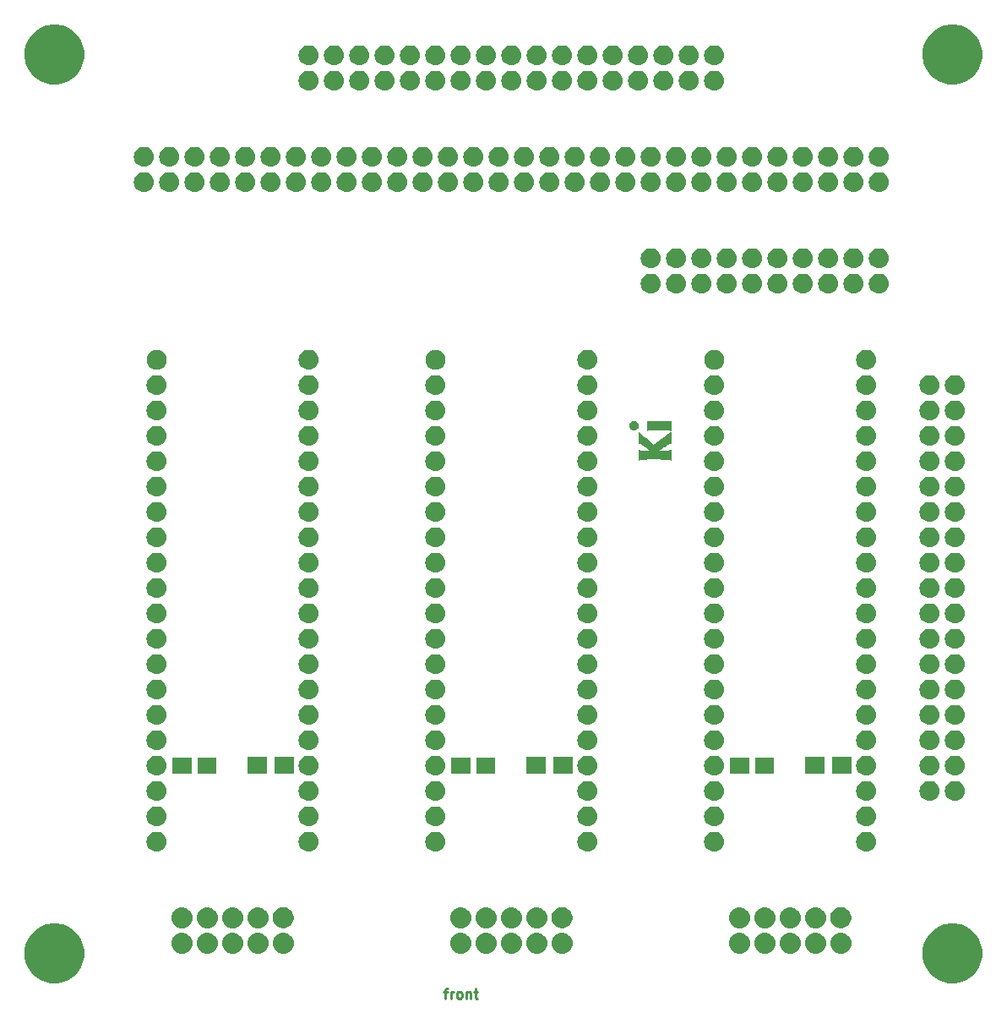
<source format=gbr>
G04 #@! TF.GenerationSoftware,KiCad,Pcbnew,(5.0.1)-4*
G04 #@! TF.CreationDate,2018-11-23T22:53:54+01:00*
G04 #@! TF.ProjectId,Flips5,466C697073352E6B696361645F706362,V1.0*
G04 #@! TF.SameCoordinates,Original*
G04 #@! TF.FileFunction,Soldermask,Top*
G04 #@! TF.FilePolarity,Negative*
%FSLAX46Y46*%
G04 Gerber Fmt 4.6, Leading zero omitted, Abs format (unit mm)*
G04 Created by KiCad (PCBNEW (5.0.1)-4) date 23.11.2018 22:53:54*
%MOMM*%
%LPD*%
G01*
G04 APERTURE LIST*
%ADD10C,0.250000*%
%ADD11C,0.010000*%
%ADD12C,0.100000*%
G04 APERTURE END LIST*
D10*
X94829523Y-149645714D02*
X95210476Y-149645714D01*
X94972380Y-150312380D02*
X94972380Y-149455238D01*
X95020000Y-149360000D01*
X95115238Y-149312380D01*
X95210476Y-149312380D01*
X95543809Y-150312380D02*
X95543809Y-149645714D01*
X95543809Y-149836190D02*
X95591428Y-149740952D01*
X95639047Y-149693333D01*
X95734285Y-149645714D01*
X95829523Y-149645714D01*
X96305714Y-150312380D02*
X96210476Y-150264761D01*
X96162857Y-150217142D01*
X96115238Y-150121904D01*
X96115238Y-149836190D01*
X96162857Y-149740952D01*
X96210476Y-149693333D01*
X96305714Y-149645714D01*
X96448571Y-149645714D01*
X96543809Y-149693333D01*
X96591428Y-149740952D01*
X96639047Y-149836190D01*
X96639047Y-150121904D01*
X96591428Y-150217142D01*
X96543809Y-150264761D01*
X96448571Y-150312380D01*
X96305714Y-150312380D01*
X97067619Y-149645714D02*
X97067619Y-150312380D01*
X97067619Y-149740952D02*
X97115238Y-149693333D01*
X97210476Y-149645714D01*
X97353333Y-149645714D01*
X97448571Y-149693333D01*
X97496190Y-149788571D01*
X97496190Y-150312380D01*
X97829523Y-149645714D02*
X98210476Y-149645714D01*
X97972380Y-149312380D02*
X97972380Y-150169523D01*
X98020000Y-150264761D01*
X98115238Y-150312380D01*
X98210476Y-150312380D01*
D11*
G04 #@! TO.C,REF\002A\002A*
G36*
X114325400Y-94127753D02*
X114325400Y-93582441D01*
X114526787Y-93781221D01*
X114889691Y-94110929D01*
X115163815Y-94325349D01*
X115267400Y-94403797D01*
X115387529Y-94498356D01*
X115511202Y-94598450D01*
X115625419Y-94693502D01*
X115717181Y-94772934D01*
X115744760Y-94798032D01*
X115832212Y-94879464D01*
X115923356Y-94809506D01*
X116112604Y-94674064D01*
X116252050Y-94586522D01*
X116334286Y-94531652D01*
X116413612Y-94470376D01*
X116419607Y-94465227D01*
X116502581Y-94396278D01*
X116605137Y-94315753D01*
X116715288Y-94232558D01*
X116821047Y-94155598D01*
X116910425Y-94093781D01*
X116967547Y-94058124D01*
X117020596Y-94023043D01*
X117099062Y-93964514D01*
X117190252Y-93892680D01*
X117281472Y-93817685D01*
X117360032Y-93749672D01*
X117399020Y-93713300D01*
X117425081Y-93689411D01*
X117472406Y-93647137D01*
X117481570Y-93639023D01*
X117551200Y-93577445D01*
X117551200Y-94703900D01*
X117472923Y-94703900D01*
X117396395Y-94720663D01*
X117291149Y-94767893D01*
X117165239Y-94841007D01*
X117026716Y-94935419D01*
X116912533Y-95022958D01*
X116820313Y-95094232D01*
X116729269Y-95159553D01*
X116656535Y-95206723D01*
X116645833Y-95212829D01*
X116579434Y-95252871D01*
X116531284Y-95288158D01*
X116522500Y-95296801D01*
X116483816Y-95331362D01*
X116427250Y-95371585D01*
X116379093Y-95409274D01*
X116357487Y-95439785D01*
X116357400Y-95441086D01*
X116382091Y-95449962D01*
X116453381Y-95457082D01*
X116567092Y-95462236D01*
X116719044Y-95465217D01*
X116853961Y-95465900D01*
X117033263Y-95465216D01*
X117169270Y-95462805D01*
X117269475Y-95458125D01*
X117341369Y-95450637D01*
X117392443Y-95439802D01*
X117430188Y-95425079D01*
X117431811Y-95424256D01*
X117491491Y-95388783D01*
X117529618Y-95357277D01*
X117531761Y-95354406D01*
X117537323Y-95369903D01*
X117542262Y-95429253D01*
X117546312Y-95525514D01*
X117549207Y-95651741D01*
X117550682Y-95800989D01*
X117550811Y-95852706D01*
X117551200Y-96379211D01*
X117481350Y-96349532D01*
X117422758Y-96321359D01*
X117387370Y-96299276D01*
X117358142Y-96295443D01*
X117282781Y-96291843D01*
X117165951Y-96288541D01*
X117012317Y-96285604D01*
X116826546Y-96283101D01*
X116613302Y-96281096D01*
X116377251Y-96279658D01*
X116123059Y-96278853D01*
X115951290Y-96278701D01*
X115647311Y-96278759D01*
X115389912Y-96279030D01*
X115174874Y-96279654D01*
X114997978Y-96280774D01*
X114855004Y-96282531D01*
X114741733Y-96285067D01*
X114653945Y-96288524D01*
X114587421Y-96293043D01*
X114537941Y-96298767D01*
X114501286Y-96305838D01*
X114473237Y-96314396D01*
X114449574Y-96324584D01*
X114439699Y-96329501D01*
X114377869Y-96360256D01*
X114338660Y-96378310D01*
X114332729Y-96380301D01*
X114330507Y-96356165D01*
X114328556Y-96288812D01*
X114326984Y-96185828D01*
X114325901Y-96054794D01*
X114325415Y-95903295D01*
X114325400Y-95869583D01*
X114325664Y-95696440D01*
X114326831Y-95567871D01*
X114329464Y-95477654D01*
X114334123Y-95419563D01*
X114341372Y-95387376D01*
X114351772Y-95374868D01*
X114365885Y-95375814D01*
X114369850Y-95377336D01*
X114458673Y-95410695D01*
X114547181Y-95434761D01*
X114646141Y-95450920D01*
X114766321Y-95460558D01*
X114918488Y-95465060D01*
X115058088Y-95465900D01*
X115477904Y-95465901D01*
X115404900Y-95389701D01*
X115354557Y-95342087D01*
X115317278Y-95315506D01*
X115310483Y-95313500D01*
X115284550Y-95298363D01*
X115231128Y-95258872D01*
X115161145Y-95203912D01*
X115085529Y-95142368D01*
X115015209Y-95083123D01*
X114961114Y-95035061D01*
X114935000Y-95008261D01*
X114907734Y-94985939D01*
X114851630Y-94947564D01*
X114808000Y-94919698D01*
X114720298Y-94861495D01*
X114633698Y-94798549D01*
X114605362Y-94776201D01*
X114538736Y-94731487D01*
X114477643Y-94706092D01*
X114461390Y-94703900D01*
X114417677Y-94703378D01*
X114384502Y-94697709D01*
X114360412Y-94680738D01*
X114343955Y-94646311D01*
X114333677Y-94588274D01*
X114328127Y-94500472D01*
X114325851Y-94376750D01*
X114325396Y-94210955D01*
X114325400Y-94127753D01*
X114325400Y-94127753D01*
G37*
X114325400Y-94127753D02*
X114325400Y-93582441D01*
X114526787Y-93781221D01*
X114889691Y-94110929D01*
X115163815Y-94325349D01*
X115267400Y-94403797D01*
X115387529Y-94498356D01*
X115511202Y-94598450D01*
X115625419Y-94693502D01*
X115717181Y-94772934D01*
X115744760Y-94798032D01*
X115832212Y-94879464D01*
X115923356Y-94809506D01*
X116112604Y-94674064D01*
X116252050Y-94586522D01*
X116334286Y-94531652D01*
X116413612Y-94470376D01*
X116419607Y-94465227D01*
X116502581Y-94396278D01*
X116605137Y-94315753D01*
X116715288Y-94232558D01*
X116821047Y-94155598D01*
X116910425Y-94093781D01*
X116967547Y-94058124D01*
X117020596Y-94023043D01*
X117099062Y-93964514D01*
X117190252Y-93892680D01*
X117281472Y-93817685D01*
X117360032Y-93749672D01*
X117399020Y-93713300D01*
X117425081Y-93689411D01*
X117472406Y-93647137D01*
X117481570Y-93639023D01*
X117551200Y-93577445D01*
X117551200Y-94703900D01*
X117472923Y-94703900D01*
X117396395Y-94720663D01*
X117291149Y-94767893D01*
X117165239Y-94841007D01*
X117026716Y-94935419D01*
X116912533Y-95022958D01*
X116820313Y-95094232D01*
X116729269Y-95159553D01*
X116656535Y-95206723D01*
X116645833Y-95212829D01*
X116579434Y-95252871D01*
X116531284Y-95288158D01*
X116522500Y-95296801D01*
X116483816Y-95331362D01*
X116427250Y-95371585D01*
X116379093Y-95409274D01*
X116357487Y-95439785D01*
X116357400Y-95441086D01*
X116382091Y-95449962D01*
X116453381Y-95457082D01*
X116567092Y-95462236D01*
X116719044Y-95465217D01*
X116853961Y-95465900D01*
X117033263Y-95465216D01*
X117169270Y-95462805D01*
X117269475Y-95458125D01*
X117341369Y-95450637D01*
X117392443Y-95439802D01*
X117430188Y-95425079D01*
X117431811Y-95424256D01*
X117491491Y-95388783D01*
X117529618Y-95357277D01*
X117531761Y-95354406D01*
X117537323Y-95369903D01*
X117542262Y-95429253D01*
X117546312Y-95525514D01*
X117549207Y-95651741D01*
X117550682Y-95800989D01*
X117550811Y-95852706D01*
X117551200Y-96379211D01*
X117481350Y-96349532D01*
X117422758Y-96321359D01*
X117387370Y-96299276D01*
X117358142Y-96295443D01*
X117282781Y-96291843D01*
X117165951Y-96288541D01*
X117012317Y-96285604D01*
X116826546Y-96283101D01*
X116613302Y-96281096D01*
X116377251Y-96279658D01*
X116123059Y-96278853D01*
X115951290Y-96278701D01*
X115647311Y-96278759D01*
X115389912Y-96279030D01*
X115174874Y-96279654D01*
X114997978Y-96280774D01*
X114855004Y-96282531D01*
X114741733Y-96285067D01*
X114653945Y-96288524D01*
X114587421Y-96293043D01*
X114537941Y-96298767D01*
X114501286Y-96305838D01*
X114473237Y-96314396D01*
X114449574Y-96324584D01*
X114439699Y-96329501D01*
X114377869Y-96360256D01*
X114338660Y-96378310D01*
X114332729Y-96380301D01*
X114330507Y-96356165D01*
X114328556Y-96288812D01*
X114326984Y-96185828D01*
X114325901Y-96054794D01*
X114325415Y-95903295D01*
X114325400Y-95869583D01*
X114325664Y-95696440D01*
X114326831Y-95567871D01*
X114329464Y-95477654D01*
X114334123Y-95419563D01*
X114341372Y-95387376D01*
X114351772Y-95374868D01*
X114365885Y-95375814D01*
X114369850Y-95377336D01*
X114458673Y-95410695D01*
X114547181Y-95434761D01*
X114646141Y-95450920D01*
X114766321Y-95460558D01*
X114918488Y-95465060D01*
X115058088Y-95465900D01*
X115477904Y-95465901D01*
X115404900Y-95389701D01*
X115354557Y-95342087D01*
X115317278Y-95315506D01*
X115310483Y-95313500D01*
X115284550Y-95298363D01*
X115231128Y-95258872D01*
X115161145Y-95203912D01*
X115085529Y-95142368D01*
X115015209Y-95083123D01*
X114961114Y-95035061D01*
X114935000Y-95008261D01*
X114907734Y-94985939D01*
X114851630Y-94947564D01*
X114808000Y-94919698D01*
X114720298Y-94861495D01*
X114633698Y-94798549D01*
X114605362Y-94776201D01*
X114538736Y-94731487D01*
X114477643Y-94706092D01*
X114461390Y-94703900D01*
X114417677Y-94703378D01*
X114384502Y-94697709D01*
X114360412Y-94680738D01*
X114343955Y-94646311D01*
X114333677Y-94588274D01*
X114328127Y-94500472D01*
X114325851Y-94376750D01*
X114325396Y-94210955D01*
X114325400Y-94127753D01*
G36*
X116289045Y-92544900D02*
X116560528Y-92544679D01*
X116785618Y-92543917D01*
X116968721Y-92542474D01*
X117114240Y-92540206D01*
X117226583Y-92536969D01*
X117310155Y-92532622D01*
X117369359Y-92527020D01*
X117408603Y-92520022D01*
X117432292Y-92511484D01*
X117438395Y-92507608D01*
X117475943Y-92481322D01*
X117504085Y-92470609D01*
X117524174Y-92480790D01*
X117537563Y-92517188D01*
X117545605Y-92585124D01*
X117549653Y-92689922D01*
X117551060Y-92836902D01*
X117551200Y-92951300D01*
X117550515Y-93101582D01*
X117548608Y-93232773D01*
X117545702Y-93337073D01*
X117542017Y-93406681D01*
X117537776Y-93433795D01*
X117537488Y-93433900D01*
X117508454Y-93423345D01*
X117451509Y-93396774D01*
X117424200Y-93383100D01*
X117396760Y-93370234D01*
X117366394Y-93359741D01*
X117327920Y-93351380D01*
X117276155Y-93344909D01*
X117205918Y-93340089D01*
X117112027Y-93336678D01*
X116989301Y-93334435D01*
X116832559Y-93333119D01*
X116636617Y-93332490D01*
X116396296Y-93332305D01*
X116331750Y-93332300D01*
X116074269Y-93332553D01*
X115862749Y-93333429D01*
X115692351Y-93335104D01*
X115558238Y-93337752D01*
X115455571Y-93341550D01*
X115379513Y-93346673D01*
X115325226Y-93353297D01*
X115287872Y-93361597D01*
X115263938Y-93371053D01*
X115189000Y-93409805D01*
X115189000Y-92544900D01*
X116289045Y-92544900D01*
X116289045Y-92544900D01*
G37*
X116289045Y-92544900D02*
X116560528Y-92544679D01*
X116785618Y-92543917D01*
X116968721Y-92542474D01*
X117114240Y-92540206D01*
X117226583Y-92536969D01*
X117310155Y-92532622D01*
X117369359Y-92527020D01*
X117408603Y-92520022D01*
X117432292Y-92511484D01*
X117438395Y-92507608D01*
X117475943Y-92481322D01*
X117504085Y-92470609D01*
X117524174Y-92480790D01*
X117537563Y-92517188D01*
X117545605Y-92585124D01*
X117549653Y-92689922D01*
X117551060Y-92836902D01*
X117551200Y-92951300D01*
X117550515Y-93101582D01*
X117548608Y-93232773D01*
X117545702Y-93337073D01*
X117542017Y-93406681D01*
X117537776Y-93433795D01*
X117537488Y-93433900D01*
X117508454Y-93423345D01*
X117451509Y-93396774D01*
X117424200Y-93383100D01*
X117396760Y-93370234D01*
X117366394Y-93359741D01*
X117327920Y-93351380D01*
X117276155Y-93344909D01*
X117205918Y-93340089D01*
X117112027Y-93336678D01*
X116989301Y-93334435D01*
X116832559Y-93333119D01*
X116636617Y-93332490D01*
X116396296Y-93332305D01*
X116331750Y-93332300D01*
X116074269Y-93332553D01*
X115862749Y-93333429D01*
X115692351Y-93335104D01*
X115558238Y-93337752D01*
X115455571Y-93341550D01*
X115379513Y-93346673D01*
X115325226Y-93353297D01*
X115287872Y-93361597D01*
X115263938Y-93371053D01*
X115189000Y-93409805D01*
X115189000Y-92544900D01*
X116289045Y-92544900D01*
G36*
X113422960Y-92785559D02*
X113489395Y-92667955D01*
X113592045Y-92574477D01*
X113678124Y-92530688D01*
X113816614Y-92500078D01*
X113954591Y-92509179D01*
X114076084Y-92556527D01*
X114094850Y-92568912D01*
X114182408Y-92659351D01*
X114242553Y-92778229D01*
X114272418Y-92911167D01*
X114269134Y-93043787D01*
X114229832Y-93161710D01*
X114217244Y-93182494D01*
X114138394Y-93264763D01*
X114029770Y-93332586D01*
X113912295Y-93374753D01*
X113842799Y-93383100D01*
X113733575Y-93363826D01*
X113619110Y-93313310D01*
X113520158Y-93242518D01*
X113471295Y-93186858D01*
X113410876Y-93054639D01*
X113395776Y-92917663D01*
X113422960Y-92785559D01*
X113422960Y-92785559D01*
G37*
X113422960Y-92785559D02*
X113489395Y-92667955D01*
X113592045Y-92574477D01*
X113678124Y-92530688D01*
X113816614Y-92500078D01*
X113954591Y-92509179D01*
X114076084Y-92556527D01*
X114094850Y-92568912D01*
X114182408Y-92659351D01*
X114242553Y-92778229D01*
X114272418Y-92911167D01*
X114269134Y-93043787D01*
X114229832Y-93161710D01*
X114217244Y-93182494D01*
X114138394Y-93264763D01*
X114029770Y-93332586D01*
X113912295Y-93374753D01*
X113842799Y-93383100D01*
X113733575Y-93363826D01*
X113619110Y-93313310D01*
X113520158Y-93242518D01*
X113471295Y-93186858D01*
X113410876Y-93054639D01*
X113395776Y-92917663D01*
X113422960Y-92785559D01*
D12*
G36*
X146481870Y-142876859D02*
X146675068Y-142915288D01*
X147221033Y-143141434D01*
X147443377Y-143290000D01*
X147712392Y-143469750D01*
X148130250Y-143887608D01*
X148130252Y-143887611D01*
X148458566Y-144378967D01*
X148684712Y-144924932D01*
X148800000Y-145504526D01*
X148800000Y-146095474D01*
X148684712Y-146675068D01*
X148458566Y-147221033D01*
X148132465Y-147709077D01*
X148130250Y-147712392D01*
X147712392Y-148130250D01*
X147712389Y-148130252D01*
X147221033Y-148458566D01*
X146675068Y-148684712D01*
X146481870Y-148723141D01*
X146095476Y-148800000D01*
X145504524Y-148800000D01*
X145118130Y-148723141D01*
X144924932Y-148684712D01*
X144378967Y-148458566D01*
X143887611Y-148130252D01*
X143887608Y-148130250D01*
X143469750Y-147712392D01*
X143467535Y-147709077D01*
X143141434Y-147221033D01*
X142915288Y-146675068D01*
X142800000Y-146095474D01*
X142800000Y-145504526D01*
X142915288Y-144924932D01*
X143141434Y-144378967D01*
X143469748Y-143887611D01*
X143469750Y-143887608D01*
X143887608Y-143469750D01*
X144156623Y-143290000D01*
X144378967Y-143141434D01*
X144924932Y-142915288D01*
X145118130Y-142876859D01*
X145504524Y-142800000D01*
X146095476Y-142800000D01*
X146481870Y-142876859D01*
X146481870Y-142876859D01*
G37*
G36*
X56481870Y-142876859D02*
X56675068Y-142915288D01*
X57221033Y-143141434D01*
X57443377Y-143290000D01*
X57712392Y-143469750D01*
X58130250Y-143887608D01*
X58130252Y-143887611D01*
X58458566Y-144378967D01*
X58684712Y-144924932D01*
X58800000Y-145504526D01*
X58800000Y-146095474D01*
X58684712Y-146675068D01*
X58458566Y-147221033D01*
X58132465Y-147709077D01*
X58130250Y-147712392D01*
X57712392Y-148130250D01*
X57712389Y-148130252D01*
X57221033Y-148458566D01*
X56675068Y-148684712D01*
X56481870Y-148723141D01*
X56095476Y-148800000D01*
X55504524Y-148800000D01*
X55118130Y-148723141D01*
X54924932Y-148684712D01*
X54378967Y-148458566D01*
X53887611Y-148130252D01*
X53887608Y-148130250D01*
X53469750Y-147712392D01*
X53467535Y-147709077D01*
X53141434Y-147221033D01*
X52915288Y-146675068D01*
X52800000Y-146095474D01*
X52800000Y-145504526D01*
X52915288Y-144924932D01*
X53141434Y-144378967D01*
X53469748Y-143887611D01*
X53469750Y-143887608D01*
X53887608Y-143469750D01*
X54156623Y-143290000D01*
X54378967Y-143141434D01*
X54924932Y-142915288D01*
X55118130Y-142876859D01*
X55504524Y-142800000D01*
X56095476Y-142800000D01*
X56481870Y-142876859D01*
X56481870Y-142876859D01*
G37*
G36*
X104268707Y-143737597D02*
X104345836Y-143745193D01*
X104477787Y-143785220D01*
X104543763Y-143805233D01*
X104726172Y-143902733D01*
X104886054Y-144033946D01*
X105017267Y-144193828D01*
X105114767Y-144376237D01*
X105114767Y-144376238D01*
X105174807Y-144574164D01*
X105195080Y-144780000D01*
X105174807Y-144985836D01*
X105134780Y-145117787D01*
X105114767Y-145183763D01*
X105017267Y-145366172D01*
X104886054Y-145526054D01*
X104726172Y-145657267D01*
X104543763Y-145754767D01*
X104477787Y-145774780D01*
X104345836Y-145814807D01*
X104268707Y-145822403D01*
X104191580Y-145830000D01*
X104088420Y-145830000D01*
X104011293Y-145822403D01*
X103934164Y-145814807D01*
X103802213Y-145774780D01*
X103736237Y-145754767D01*
X103553828Y-145657267D01*
X103393946Y-145526054D01*
X103262733Y-145366172D01*
X103165233Y-145183763D01*
X103145220Y-145117787D01*
X103105193Y-144985836D01*
X103084920Y-144780000D01*
X103105193Y-144574164D01*
X103165233Y-144376238D01*
X103165233Y-144376237D01*
X103262733Y-144193828D01*
X103393946Y-144033946D01*
X103553828Y-143902733D01*
X103736237Y-143805233D01*
X103802213Y-143785220D01*
X103934164Y-143745193D01*
X104011293Y-143737597D01*
X104088420Y-143730000D01*
X104191580Y-143730000D01*
X104268707Y-143737597D01*
X104268707Y-143737597D01*
G37*
G36*
X132208707Y-143737597D02*
X132285836Y-143745193D01*
X132417787Y-143785220D01*
X132483763Y-143805233D01*
X132666172Y-143902733D01*
X132826054Y-144033946D01*
X132957267Y-144193828D01*
X133054767Y-144376237D01*
X133054767Y-144376238D01*
X133114807Y-144574164D01*
X133135080Y-144780000D01*
X133114807Y-144985836D01*
X133074780Y-145117787D01*
X133054767Y-145183763D01*
X132957267Y-145366172D01*
X132826054Y-145526054D01*
X132666172Y-145657267D01*
X132483763Y-145754767D01*
X132417787Y-145774780D01*
X132285836Y-145814807D01*
X132208707Y-145822403D01*
X132131580Y-145830000D01*
X132028420Y-145830000D01*
X131951293Y-145822403D01*
X131874164Y-145814807D01*
X131742213Y-145774780D01*
X131676237Y-145754767D01*
X131493828Y-145657267D01*
X131333946Y-145526054D01*
X131202733Y-145366172D01*
X131105233Y-145183763D01*
X131085220Y-145117787D01*
X131045193Y-144985836D01*
X131024920Y-144780000D01*
X131045193Y-144574164D01*
X131105233Y-144376238D01*
X131105233Y-144376237D01*
X131202733Y-144193828D01*
X131333946Y-144033946D01*
X131493828Y-143902733D01*
X131676237Y-143805233D01*
X131742213Y-143785220D01*
X131874164Y-143745193D01*
X131951293Y-143737597D01*
X132028420Y-143730000D01*
X132131580Y-143730000D01*
X132208707Y-143737597D01*
X132208707Y-143737597D01*
G37*
G36*
X127128707Y-143737597D02*
X127205836Y-143745193D01*
X127337787Y-143785220D01*
X127403763Y-143805233D01*
X127586172Y-143902733D01*
X127746054Y-144033946D01*
X127877267Y-144193828D01*
X127974767Y-144376237D01*
X127974767Y-144376238D01*
X128034807Y-144574164D01*
X128055080Y-144780000D01*
X128034807Y-144985836D01*
X127994780Y-145117787D01*
X127974767Y-145183763D01*
X127877267Y-145366172D01*
X127746054Y-145526054D01*
X127586172Y-145657267D01*
X127403763Y-145754767D01*
X127337787Y-145774780D01*
X127205836Y-145814807D01*
X127128707Y-145822403D01*
X127051580Y-145830000D01*
X126948420Y-145830000D01*
X126871293Y-145822403D01*
X126794164Y-145814807D01*
X126662213Y-145774780D01*
X126596237Y-145754767D01*
X126413828Y-145657267D01*
X126253946Y-145526054D01*
X126122733Y-145366172D01*
X126025233Y-145183763D01*
X126005220Y-145117787D01*
X125965193Y-144985836D01*
X125944920Y-144780000D01*
X125965193Y-144574164D01*
X126025233Y-144376238D01*
X126025233Y-144376237D01*
X126122733Y-144193828D01*
X126253946Y-144033946D01*
X126413828Y-143902733D01*
X126596237Y-143805233D01*
X126662213Y-143785220D01*
X126794164Y-143745193D01*
X126871293Y-143737597D01*
X126948420Y-143730000D01*
X127051580Y-143730000D01*
X127128707Y-143737597D01*
X127128707Y-143737597D01*
G37*
G36*
X124588707Y-143737597D02*
X124665836Y-143745193D01*
X124797787Y-143785220D01*
X124863763Y-143805233D01*
X125046172Y-143902733D01*
X125206054Y-144033946D01*
X125337267Y-144193828D01*
X125434767Y-144376237D01*
X125434767Y-144376238D01*
X125494807Y-144574164D01*
X125515080Y-144780000D01*
X125494807Y-144985836D01*
X125454780Y-145117787D01*
X125434767Y-145183763D01*
X125337267Y-145366172D01*
X125206054Y-145526054D01*
X125046172Y-145657267D01*
X124863763Y-145754767D01*
X124797787Y-145774780D01*
X124665836Y-145814807D01*
X124588707Y-145822403D01*
X124511580Y-145830000D01*
X124408420Y-145830000D01*
X124331293Y-145822403D01*
X124254164Y-145814807D01*
X124122213Y-145774780D01*
X124056237Y-145754767D01*
X123873828Y-145657267D01*
X123713946Y-145526054D01*
X123582733Y-145366172D01*
X123485233Y-145183763D01*
X123465220Y-145117787D01*
X123425193Y-144985836D01*
X123404920Y-144780000D01*
X123425193Y-144574164D01*
X123485233Y-144376238D01*
X123485233Y-144376237D01*
X123582733Y-144193828D01*
X123713946Y-144033946D01*
X123873828Y-143902733D01*
X124056237Y-143805233D01*
X124122213Y-143785220D01*
X124254164Y-143745193D01*
X124331293Y-143737597D01*
X124408420Y-143730000D01*
X124511580Y-143730000D01*
X124588707Y-143737597D01*
X124588707Y-143737597D01*
G37*
G36*
X106808707Y-143737597D02*
X106885836Y-143745193D01*
X107017787Y-143785220D01*
X107083763Y-143805233D01*
X107266172Y-143902733D01*
X107426054Y-144033946D01*
X107557267Y-144193828D01*
X107654767Y-144376237D01*
X107654767Y-144376238D01*
X107714807Y-144574164D01*
X107735080Y-144780000D01*
X107714807Y-144985836D01*
X107674780Y-145117787D01*
X107654767Y-145183763D01*
X107557267Y-145366172D01*
X107426054Y-145526054D01*
X107266172Y-145657267D01*
X107083763Y-145754767D01*
X107017787Y-145774780D01*
X106885836Y-145814807D01*
X106808707Y-145822403D01*
X106731580Y-145830000D01*
X106628420Y-145830000D01*
X106551293Y-145822403D01*
X106474164Y-145814807D01*
X106342213Y-145774780D01*
X106276237Y-145754767D01*
X106093828Y-145657267D01*
X105933946Y-145526054D01*
X105802733Y-145366172D01*
X105705233Y-145183763D01*
X105685220Y-145117787D01*
X105645193Y-144985836D01*
X105624920Y-144780000D01*
X105645193Y-144574164D01*
X105705233Y-144376238D01*
X105705233Y-144376237D01*
X105802733Y-144193828D01*
X105933946Y-144033946D01*
X106093828Y-143902733D01*
X106276237Y-143805233D01*
X106342213Y-143785220D01*
X106474164Y-143745193D01*
X106551293Y-143737597D01*
X106628420Y-143730000D01*
X106731580Y-143730000D01*
X106808707Y-143737597D01*
X106808707Y-143737597D01*
G37*
G36*
X101728707Y-143737597D02*
X101805836Y-143745193D01*
X101937787Y-143785220D01*
X102003763Y-143805233D01*
X102186172Y-143902733D01*
X102346054Y-144033946D01*
X102477267Y-144193828D01*
X102574767Y-144376237D01*
X102574767Y-144376238D01*
X102634807Y-144574164D01*
X102655080Y-144780000D01*
X102634807Y-144985836D01*
X102594780Y-145117787D01*
X102574767Y-145183763D01*
X102477267Y-145366172D01*
X102346054Y-145526054D01*
X102186172Y-145657267D01*
X102003763Y-145754767D01*
X101937787Y-145774780D01*
X101805836Y-145814807D01*
X101728707Y-145822403D01*
X101651580Y-145830000D01*
X101548420Y-145830000D01*
X101471293Y-145822403D01*
X101394164Y-145814807D01*
X101262213Y-145774780D01*
X101196237Y-145754767D01*
X101013828Y-145657267D01*
X100853946Y-145526054D01*
X100722733Y-145366172D01*
X100625233Y-145183763D01*
X100605220Y-145117787D01*
X100565193Y-144985836D01*
X100544920Y-144780000D01*
X100565193Y-144574164D01*
X100625233Y-144376238D01*
X100625233Y-144376237D01*
X100722733Y-144193828D01*
X100853946Y-144033946D01*
X101013828Y-143902733D01*
X101196237Y-143805233D01*
X101262213Y-143785220D01*
X101394164Y-143745193D01*
X101471293Y-143737597D01*
X101548420Y-143730000D01*
X101651580Y-143730000D01*
X101728707Y-143737597D01*
X101728707Y-143737597D01*
G37*
G36*
X129668707Y-143737597D02*
X129745836Y-143745193D01*
X129877787Y-143785220D01*
X129943763Y-143805233D01*
X130126172Y-143902733D01*
X130286054Y-144033946D01*
X130417267Y-144193828D01*
X130514767Y-144376237D01*
X130514767Y-144376238D01*
X130574807Y-144574164D01*
X130595080Y-144780000D01*
X130574807Y-144985836D01*
X130534780Y-145117787D01*
X130514767Y-145183763D01*
X130417267Y-145366172D01*
X130286054Y-145526054D01*
X130126172Y-145657267D01*
X129943763Y-145754767D01*
X129877787Y-145774780D01*
X129745836Y-145814807D01*
X129668707Y-145822403D01*
X129591580Y-145830000D01*
X129488420Y-145830000D01*
X129411293Y-145822403D01*
X129334164Y-145814807D01*
X129202213Y-145774780D01*
X129136237Y-145754767D01*
X128953828Y-145657267D01*
X128793946Y-145526054D01*
X128662733Y-145366172D01*
X128565233Y-145183763D01*
X128545220Y-145117787D01*
X128505193Y-144985836D01*
X128484920Y-144780000D01*
X128505193Y-144574164D01*
X128565233Y-144376238D01*
X128565233Y-144376237D01*
X128662733Y-144193828D01*
X128793946Y-144033946D01*
X128953828Y-143902733D01*
X129136237Y-143805233D01*
X129202213Y-143785220D01*
X129334164Y-143745193D01*
X129411293Y-143737597D01*
X129488420Y-143730000D01*
X129591580Y-143730000D01*
X129668707Y-143737597D01*
X129668707Y-143737597D01*
G37*
G36*
X96648707Y-143737597D02*
X96725836Y-143745193D01*
X96857787Y-143785220D01*
X96923763Y-143805233D01*
X97106172Y-143902733D01*
X97266054Y-144033946D01*
X97397267Y-144193828D01*
X97494767Y-144376237D01*
X97494767Y-144376238D01*
X97554807Y-144574164D01*
X97575080Y-144780000D01*
X97554807Y-144985836D01*
X97514780Y-145117787D01*
X97494767Y-145183763D01*
X97397267Y-145366172D01*
X97266054Y-145526054D01*
X97106172Y-145657267D01*
X96923763Y-145754767D01*
X96857787Y-145774780D01*
X96725836Y-145814807D01*
X96648707Y-145822403D01*
X96571580Y-145830000D01*
X96468420Y-145830000D01*
X96391293Y-145822403D01*
X96314164Y-145814807D01*
X96182213Y-145774780D01*
X96116237Y-145754767D01*
X95933828Y-145657267D01*
X95773946Y-145526054D01*
X95642733Y-145366172D01*
X95545233Y-145183763D01*
X95525220Y-145117787D01*
X95485193Y-144985836D01*
X95464920Y-144780000D01*
X95485193Y-144574164D01*
X95545233Y-144376238D01*
X95545233Y-144376237D01*
X95642733Y-144193828D01*
X95773946Y-144033946D01*
X95933828Y-143902733D01*
X96116237Y-143805233D01*
X96182213Y-143785220D01*
X96314164Y-143745193D01*
X96391293Y-143737597D01*
X96468420Y-143730000D01*
X96571580Y-143730000D01*
X96648707Y-143737597D01*
X96648707Y-143737597D01*
G37*
G36*
X78868707Y-143737597D02*
X78945836Y-143745193D01*
X79077787Y-143785220D01*
X79143763Y-143805233D01*
X79326172Y-143902733D01*
X79486054Y-144033946D01*
X79617267Y-144193828D01*
X79714767Y-144376237D01*
X79714767Y-144376238D01*
X79774807Y-144574164D01*
X79795080Y-144780000D01*
X79774807Y-144985836D01*
X79734780Y-145117787D01*
X79714767Y-145183763D01*
X79617267Y-145366172D01*
X79486054Y-145526054D01*
X79326172Y-145657267D01*
X79143763Y-145754767D01*
X79077787Y-145774780D01*
X78945836Y-145814807D01*
X78868707Y-145822403D01*
X78791580Y-145830000D01*
X78688420Y-145830000D01*
X78611293Y-145822403D01*
X78534164Y-145814807D01*
X78402213Y-145774780D01*
X78336237Y-145754767D01*
X78153828Y-145657267D01*
X77993946Y-145526054D01*
X77862733Y-145366172D01*
X77765233Y-145183763D01*
X77745220Y-145117787D01*
X77705193Y-144985836D01*
X77684920Y-144780000D01*
X77705193Y-144574164D01*
X77765233Y-144376238D01*
X77765233Y-144376237D01*
X77862733Y-144193828D01*
X77993946Y-144033946D01*
X78153828Y-143902733D01*
X78336237Y-143805233D01*
X78402213Y-143785220D01*
X78534164Y-143745193D01*
X78611293Y-143737597D01*
X78688420Y-143730000D01*
X78791580Y-143730000D01*
X78868707Y-143737597D01*
X78868707Y-143737597D01*
G37*
G36*
X76328707Y-143737597D02*
X76405836Y-143745193D01*
X76537787Y-143785220D01*
X76603763Y-143805233D01*
X76786172Y-143902733D01*
X76946054Y-144033946D01*
X77077267Y-144193828D01*
X77174767Y-144376237D01*
X77174767Y-144376238D01*
X77234807Y-144574164D01*
X77255080Y-144780000D01*
X77234807Y-144985836D01*
X77194780Y-145117787D01*
X77174767Y-145183763D01*
X77077267Y-145366172D01*
X76946054Y-145526054D01*
X76786172Y-145657267D01*
X76603763Y-145754767D01*
X76537787Y-145774780D01*
X76405836Y-145814807D01*
X76328707Y-145822403D01*
X76251580Y-145830000D01*
X76148420Y-145830000D01*
X76071293Y-145822403D01*
X75994164Y-145814807D01*
X75862213Y-145774780D01*
X75796237Y-145754767D01*
X75613828Y-145657267D01*
X75453946Y-145526054D01*
X75322733Y-145366172D01*
X75225233Y-145183763D01*
X75205220Y-145117787D01*
X75165193Y-144985836D01*
X75144920Y-144780000D01*
X75165193Y-144574164D01*
X75225233Y-144376238D01*
X75225233Y-144376237D01*
X75322733Y-144193828D01*
X75453946Y-144033946D01*
X75613828Y-143902733D01*
X75796237Y-143805233D01*
X75862213Y-143785220D01*
X75994164Y-143745193D01*
X76071293Y-143737597D01*
X76148420Y-143730000D01*
X76251580Y-143730000D01*
X76328707Y-143737597D01*
X76328707Y-143737597D01*
G37*
G36*
X73788707Y-143737597D02*
X73865836Y-143745193D01*
X73997787Y-143785220D01*
X74063763Y-143805233D01*
X74246172Y-143902733D01*
X74406054Y-144033946D01*
X74537267Y-144193828D01*
X74634767Y-144376237D01*
X74634767Y-144376238D01*
X74694807Y-144574164D01*
X74715080Y-144780000D01*
X74694807Y-144985836D01*
X74654780Y-145117787D01*
X74634767Y-145183763D01*
X74537267Y-145366172D01*
X74406054Y-145526054D01*
X74246172Y-145657267D01*
X74063763Y-145754767D01*
X73997787Y-145774780D01*
X73865836Y-145814807D01*
X73788707Y-145822403D01*
X73711580Y-145830000D01*
X73608420Y-145830000D01*
X73531293Y-145822403D01*
X73454164Y-145814807D01*
X73322213Y-145774780D01*
X73256237Y-145754767D01*
X73073828Y-145657267D01*
X72913946Y-145526054D01*
X72782733Y-145366172D01*
X72685233Y-145183763D01*
X72665220Y-145117787D01*
X72625193Y-144985836D01*
X72604920Y-144780000D01*
X72625193Y-144574164D01*
X72685233Y-144376238D01*
X72685233Y-144376237D01*
X72782733Y-144193828D01*
X72913946Y-144033946D01*
X73073828Y-143902733D01*
X73256237Y-143805233D01*
X73322213Y-143785220D01*
X73454164Y-143745193D01*
X73531293Y-143737597D01*
X73608420Y-143730000D01*
X73711580Y-143730000D01*
X73788707Y-143737597D01*
X73788707Y-143737597D01*
G37*
G36*
X71248707Y-143737597D02*
X71325836Y-143745193D01*
X71457787Y-143785220D01*
X71523763Y-143805233D01*
X71706172Y-143902733D01*
X71866054Y-144033946D01*
X71997267Y-144193828D01*
X72094767Y-144376237D01*
X72094767Y-144376238D01*
X72154807Y-144574164D01*
X72175080Y-144780000D01*
X72154807Y-144985836D01*
X72114780Y-145117787D01*
X72094767Y-145183763D01*
X71997267Y-145366172D01*
X71866054Y-145526054D01*
X71706172Y-145657267D01*
X71523763Y-145754767D01*
X71457787Y-145774780D01*
X71325836Y-145814807D01*
X71248707Y-145822403D01*
X71171580Y-145830000D01*
X71068420Y-145830000D01*
X70991293Y-145822403D01*
X70914164Y-145814807D01*
X70782213Y-145774780D01*
X70716237Y-145754767D01*
X70533828Y-145657267D01*
X70373946Y-145526054D01*
X70242733Y-145366172D01*
X70145233Y-145183763D01*
X70125220Y-145117787D01*
X70085193Y-144985836D01*
X70064920Y-144780000D01*
X70085193Y-144574164D01*
X70145233Y-144376238D01*
X70145233Y-144376237D01*
X70242733Y-144193828D01*
X70373946Y-144033946D01*
X70533828Y-143902733D01*
X70716237Y-143805233D01*
X70782213Y-143785220D01*
X70914164Y-143745193D01*
X70991293Y-143737597D01*
X71068420Y-143730000D01*
X71171580Y-143730000D01*
X71248707Y-143737597D01*
X71248707Y-143737597D01*
G37*
G36*
X68708707Y-143737597D02*
X68785836Y-143745193D01*
X68917787Y-143785220D01*
X68983763Y-143805233D01*
X69166172Y-143902733D01*
X69326054Y-144033946D01*
X69457267Y-144193828D01*
X69554767Y-144376237D01*
X69554767Y-144376238D01*
X69614807Y-144574164D01*
X69635080Y-144780000D01*
X69614807Y-144985836D01*
X69574780Y-145117787D01*
X69554767Y-145183763D01*
X69457267Y-145366172D01*
X69326054Y-145526054D01*
X69166172Y-145657267D01*
X68983763Y-145754767D01*
X68917787Y-145774780D01*
X68785836Y-145814807D01*
X68708707Y-145822403D01*
X68631580Y-145830000D01*
X68528420Y-145830000D01*
X68451293Y-145822403D01*
X68374164Y-145814807D01*
X68242213Y-145774780D01*
X68176237Y-145754767D01*
X67993828Y-145657267D01*
X67833946Y-145526054D01*
X67702733Y-145366172D01*
X67605233Y-145183763D01*
X67585220Y-145117787D01*
X67545193Y-144985836D01*
X67524920Y-144780000D01*
X67545193Y-144574164D01*
X67605233Y-144376238D01*
X67605233Y-144376237D01*
X67702733Y-144193828D01*
X67833946Y-144033946D01*
X67993828Y-143902733D01*
X68176237Y-143805233D01*
X68242213Y-143785220D01*
X68374164Y-143745193D01*
X68451293Y-143737597D01*
X68528420Y-143730000D01*
X68631580Y-143730000D01*
X68708707Y-143737597D01*
X68708707Y-143737597D01*
G37*
G36*
X134748707Y-143737597D02*
X134825836Y-143745193D01*
X134957787Y-143785220D01*
X135023763Y-143805233D01*
X135206172Y-143902733D01*
X135366054Y-144033946D01*
X135497267Y-144193828D01*
X135594767Y-144376237D01*
X135594767Y-144376238D01*
X135654807Y-144574164D01*
X135675080Y-144780000D01*
X135654807Y-144985836D01*
X135614780Y-145117787D01*
X135594767Y-145183763D01*
X135497267Y-145366172D01*
X135366054Y-145526054D01*
X135206172Y-145657267D01*
X135023763Y-145754767D01*
X134957787Y-145774780D01*
X134825836Y-145814807D01*
X134748707Y-145822403D01*
X134671580Y-145830000D01*
X134568420Y-145830000D01*
X134491293Y-145822403D01*
X134414164Y-145814807D01*
X134282213Y-145774780D01*
X134216237Y-145754767D01*
X134033828Y-145657267D01*
X133873946Y-145526054D01*
X133742733Y-145366172D01*
X133645233Y-145183763D01*
X133625220Y-145117787D01*
X133585193Y-144985836D01*
X133564920Y-144780000D01*
X133585193Y-144574164D01*
X133645233Y-144376238D01*
X133645233Y-144376237D01*
X133742733Y-144193828D01*
X133873946Y-144033946D01*
X134033828Y-143902733D01*
X134216237Y-143805233D01*
X134282213Y-143785220D01*
X134414164Y-143745193D01*
X134491293Y-143737597D01*
X134568420Y-143730000D01*
X134671580Y-143730000D01*
X134748707Y-143737597D01*
X134748707Y-143737597D01*
G37*
G36*
X99188707Y-143737597D02*
X99265836Y-143745193D01*
X99397787Y-143785220D01*
X99463763Y-143805233D01*
X99646172Y-143902733D01*
X99806054Y-144033946D01*
X99937267Y-144193828D01*
X100034767Y-144376237D01*
X100034767Y-144376238D01*
X100094807Y-144574164D01*
X100115080Y-144780000D01*
X100094807Y-144985836D01*
X100054780Y-145117787D01*
X100034767Y-145183763D01*
X99937267Y-145366172D01*
X99806054Y-145526054D01*
X99646172Y-145657267D01*
X99463763Y-145754767D01*
X99397787Y-145774780D01*
X99265836Y-145814807D01*
X99188707Y-145822403D01*
X99111580Y-145830000D01*
X99008420Y-145830000D01*
X98931293Y-145822403D01*
X98854164Y-145814807D01*
X98722213Y-145774780D01*
X98656237Y-145754767D01*
X98473828Y-145657267D01*
X98313946Y-145526054D01*
X98182733Y-145366172D01*
X98085233Y-145183763D01*
X98065220Y-145117787D01*
X98025193Y-144985836D01*
X98004920Y-144780000D01*
X98025193Y-144574164D01*
X98085233Y-144376238D01*
X98085233Y-144376237D01*
X98182733Y-144193828D01*
X98313946Y-144033946D01*
X98473828Y-143902733D01*
X98656237Y-143805233D01*
X98722213Y-143785220D01*
X98854164Y-143745193D01*
X98931293Y-143737597D01*
X99008420Y-143730000D01*
X99111580Y-143730000D01*
X99188707Y-143737597D01*
X99188707Y-143737597D01*
G37*
G36*
X134745888Y-141194470D02*
X134926274Y-141230350D01*
X135117362Y-141309502D01*
X135289336Y-141424411D01*
X135435589Y-141570664D01*
X135550498Y-141742638D01*
X135629650Y-141933726D01*
X135670000Y-142136584D01*
X135670000Y-142343416D01*
X135629650Y-142546274D01*
X135550498Y-142737362D01*
X135435589Y-142909336D01*
X135289336Y-143055589D01*
X135117362Y-143170498D01*
X134926274Y-143249650D01*
X134745888Y-143285530D01*
X134723417Y-143290000D01*
X134516583Y-143290000D01*
X134494112Y-143285530D01*
X134313726Y-143249650D01*
X134122638Y-143170498D01*
X133950664Y-143055589D01*
X133804411Y-142909336D01*
X133689502Y-142737362D01*
X133610350Y-142546274D01*
X133570000Y-142343416D01*
X133570000Y-142136584D01*
X133610350Y-141933726D01*
X133689502Y-141742638D01*
X133804411Y-141570664D01*
X133950664Y-141424411D01*
X134122638Y-141309502D01*
X134313726Y-141230350D01*
X134494112Y-141194470D01*
X134516583Y-141190000D01*
X134723417Y-141190000D01*
X134745888Y-141194470D01*
X134745888Y-141194470D01*
G37*
G36*
X129668707Y-141197597D02*
X129745836Y-141205193D01*
X129877787Y-141245220D01*
X129943763Y-141265233D01*
X130126172Y-141362733D01*
X130286054Y-141493946D01*
X130417267Y-141653828D01*
X130514767Y-141836237D01*
X130514767Y-141836238D01*
X130574807Y-142034164D01*
X130595080Y-142240000D01*
X130574807Y-142445836D01*
X130534780Y-142577787D01*
X130514767Y-142643763D01*
X130417267Y-142826172D01*
X130286054Y-142986054D01*
X130126172Y-143117267D01*
X129943763Y-143214767D01*
X129877787Y-143234780D01*
X129745836Y-143274807D01*
X129668707Y-143282403D01*
X129591580Y-143290000D01*
X129488420Y-143290000D01*
X129411293Y-143282403D01*
X129334164Y-143274807D01*
X129202213Y-143234780D01*
X129136237Y-143214767D01*
X128953828Y-143117267D01*
X128793946Y-142986054D01*
X128662733Y-142826172D01*
X128565233Y-142643763D01*
X128545220Y-142577787D01*
X128505193Y-142445836D01*
X128484920Y-142240000D01*
X128505193Y-142034164D01*
X128565233Y-141836238D01*
X128565233Y-141836237D01*
X128662733Y-141653828D01*
X128793946Y-141493946D01*
X128953828Y-141362733D01*
X129136237Y-141265233D01*
X129202213Y-141245220D01*
X129334164Y-141205193D01*
X129411293Y-141197597D01*
X129488420Y-141190000D01*
X129591580Y-141190000D01*
X129668707Y-141197597D01*
X129668707Y-141197597D01*
G37*
G36*
X127128707Y-141197597D02*
X127205836Y-141205193D01*
X127337787Y-141245220D01*
X127403763Y-141265233D01*
X127586172Y-141362733D01*
X127746054Y-141493946D01*
X127877267Y-141653828D01*
X127974767Y-141836237D01*
X127974767Y-141836238D01*
X128034807Y-142034164D01*
X128055080Y-142240000D01*
X128034807Y-142445836D01*
X127994780Y-142577787D01*
X127974767Y-142643763D01*
X127877267Y-142826172D01*
X127746054Y-142986054D01*
X127586172Y-143117267D01*
X127403763Y-143214767D01*
X127337787Y-143234780D01*
X127205836Y-143274807D01*
X127128707Y-143282403D01*
X127051580Y-143290000D01*
X126948420Y-143290000D01*
X126871293Y-143282403D01*
X126794164Y-143274807D01*
X126662213Y-143234780D01*
X126596237Y-143214767D01*
X126413828Y-143117267D01*
X126253946Y-142986054D01*
X126122733Y-142826172D01*
X126025233Y-142643763D01*
X126005220Y-142577787D01*
X125965193Y-142445836D01*
X125944920Y-142240000D01*
X125965193Y-142034164D01*
X126025233Y-141836238D01*
X126025233Y-141836237D01*
X126122733Y-141653828D01*
X126253946Y-141493946D01*
X126413828Y-141362733D01*
X126596237Y-141265233D01*
X126662213Y-141245220D01*
X126794164Y-141205193D01*
X126871293Y-141197597D01*
X126948420Y-141190000D01*
X127051580Y-141190000D01*
X127128707Y-141197597D01*
X127128707Y-141197597D01*
G37*
G36*
X124588707Y-141197597D02*
X124665836Y-141205193D01*
X124797787Y-141245220D01*
X124863763Y-141265233D01*
X125046172Y-141362733D01*
X125206054Y-141493946D01*
X125337267Y-141653828D01*
X125434767Y-141836237D01*
X125434767Y-141836238D01*
X125494807Y-142034164D01*
X125515080Y-142240000D01*
X125494807Y-142445836D01*
X125454780Y-142577787D01*
X125434767Y-142643763D01*
X125337267Y-142826172D01*
X125206054Y-142986054D01*
X125046172Y-143117267D01*
X124863763Y-143214767D01*
X124797787Y-143234780D01*
X124665836Y-143274807D01*
X124588707Y-143282403D01*
X124511580Y-143290000D01*
X124408420Y-143290000D01*
X124331293Y-143282403D01*
X124254164Y-143274807D01*
X124122213Y-143234780D01*
X124056237Y-143214767D01*
X123873828Y-143117267D01*
X123713946Y-142986054D01*
X123582733Y-142826172D01*
X123485233Y-142643763D01*
X123465220Y-142577787D01*
X123425193Y-142445836D01*
X123404920Y-142240000D01*
X123425193Y-142034164D01*
X123485233Y-141836238D01*
X123485233Y-141836237D01*
X123582733Y-141653828D01*
X123713946Y-141493946D01*
X123873828Y-141362733D01*
X124056237Y-141265233D01*
X124122213Y-141245220D01*
X124254164Y-141205193D01*
X124331293Y-141197597D01*
X124408420Y-141190000D01*
X124511580Y-141190000D01*
X124588707Y-141197597D01*
X124588707Y-141197597D01*
G37*
G36*
X104268707Y-141197597D02*
X104345836Y-141205193D01*
X104477787Y-141245220D01*
X104543763Y-141265233D01*
X104726172Y-141362733D01*
X104886054Y-141493946D01*
X105017267Y-141653828D01*
X105114767Y-141836237D01*
X105114767Y-141836238D01*
X105174807Y-142034164D01*
X105195080Y-142240000D01*
X105174807Y-142445836D01*
X105134780Y-142577787D01*
X105114767Y-142643763D01*
X105017267Y-142826172D01*
X104886054Y-142986054D01*
X104726172Y-143117267D01*
X104543763Y-143214767D01*
X104477787Y-143234780D01*
X104345836Y-143274807D01*
X104268707Y-143282403D01*
X104191580Y-143290000D01*
X104088420Y-143290000D01*
X104011293Y-143282403D01*
X103934164Y-143274807D01*
X103802213Y-143234780D01*
X103736237Y-143214767D01*
X103553828Y-143117267D01*
X103393946Y-142986054D01*
X103262733Y-142826172D01*
X103165233Y-142643763D01*
X103145220Y-142577787D01*
X103105193Y-142445836D01*
X103084920Y-142240000D01*
X103105193Y-142034164D01*
X103165233Y-141836238D01*
X103165233Y-141836237D01*
X103262733Y-141653828D01*
X103393946Y-141493946D01*
X103553828Y-141362733D01*
X103736237Y-141265233D01*
X103802213Y-141245220D01*
X103934164Y-141205193D01*
X104011293Y-141197597D01*
X104088420Y-141190000D01*
X104191580Y-141190000D01*
X104268707Y-141197597D01*
X104268707Y-141197597D01*
G37*
G36*
X106805888Y-141194470D02*
X106986274Y-141230350D01*
X107177362Y-141309502D01*
X107349336Y-141424411D01*
X107495589Y-141570664D01*
X107610498Y-141742638D01*
X107689650Y-141933726D01*
X107730000Y-142136584D01*
X107730000Y-142343416D01*
X107689650Y-142546274D01*
X107610498Y-142737362D01*
X107495589Y-142909336D01*
X107349336Y-143055589D01*
X107177362Y-143170498D01*
X106986274Y-143249650D01*
X106805888Y-143285530D01*
X106783417Y-143290000D01*
X106576583Y-143290000D01*
X106554112Y-143285530D01*
X106373726Y-143249650D01*
X106182638Y-143170498D01*
X106010664Y-143055589D01*
X105864411Y-142909336D01*
X105749502Y-142737362D01*
X105670350Y-142546274D01*
X105630000Y-142343416D01*
X105630000Y-142136584D01*
X105670350Y-141933726D01*
X105749502Y-141742638D01*
X105864411Y-141570664D01*
X106010664Y-141424411D01*
X106182638Y-141309502D01*
X106373726Y-141230350D01*
X106554112Y-141194470D01*
X106576583Y-141190000D01*
X106783417Y-141190000D01*
X106805888Y-141194470D01*
X106805888Y-141194470D01*
G37*
G36*
X99188707Y-141197597D02*
X99265836Y-141205193D01*
X99397787Y-141245220D01*
X99463763Y-141265233D01*
X99646172Y-141362733D01*
X99806054Y-141493946D01*
X99937267Y-141653828D01*
X100034767Y-141836237D01*
X100034767Y-141836238D01*
X100094807Y-142034164D01*
X100115080Y-142240000D01*
X100094807Y-142445836D01*
X100054780Y-142577787D01*
X100034767Y-142643763D01*
X99937267Y-142826172D01*
X99806054Y-142986054D01*
X99646172Y-143117267D01*
X99463763Y-143214767D01*
X99397787Y-143234780D01*
X99265836Y-143274807D01*
X99188707Y-143282403D01*
X99111580Y-143290000D01*
X99008420Y-143290000D01*
X98931293Y-143282403D01*
X98854164Y-143274807D01*
X98722213Y-143234780D01*
X98656237Y-143214767D01*
X98473828Y-143117267D01*
X98313946Y-142986054D01*
X98182733Y-142826172D01*
X98085233Y-142643763D01*
X98065220Y-142577787D01*
X98025193Y-142445836D01*
X98004920Y-142240000D01*
X98025193Y-142034164D01*
X98085233Y-141836238D01*
X98085233Y-141836237D01*
X98182733Y-141653828D01*
X98313946Y-141493946D01*
X98473828Y-141362733D01*
X98656237Y-141265233D01*
X98722213Y-141245220D01*
X98854164Y-141205193D01*
X98931293Y-141197597D01*
X99008420Y-141190000D01*
X99111580Y-141190000D01*
X99188707Y-141197597D01*
X99188707Y-141197597D01*
G37*
G36*
X96648707Y-141197597D02*
X96725836Y-141205193D01*
X96857787Y-141245220D01*
X96923763Y-141265233D01*
X97106172Y-141362733D01*
X97266054Y-141493946D01*
X97397267Y-141653828D01*
X97494767Y-141836237D01*
X97494767Y-141836238D01*
X97554807Y-142034164D01*
X97575080Y-142240000D01*
X97554807Y-142445836D01*
X97514780Y-142577787D01*
X97494767Y-142643763D01*
X97397267Y-142826172D01*
X97266054Y-142986054D01*
X97106172Y-143117267D01*
X96923763Y-143214767D01*
X96857787Y-143234780D01*
X96725836Y-143274807D01*
X96648707Y-143282403D01*
X96571580Y-143290000D01*
X96468420Y-143290000D01*
X96391293Y-143282403D01*
X96314164Y-143274807D01*
X96182213Y-143234780D01*
X96116237Y-143214767D01*
X95933828Y-143117267D01*
X95773946Y-142986054D01*
X95642733Y-142826172D01*
X95545233Y-142643763D01*
X95525220Y-142577787D01*
X95485193Y-142445836D01*
X95464920Y-142240000D01*
X95485193Y-142034164D01*
X95545233Y-141836238D01*
X95545233Y-141836237D01*
X95642733Y-141653828D01*
X95773946Y-141493946D01*
X95933828Y-141362733D01*
X96116237Y-141265233D01*
X96182213Y-141245220D01*
X96314164Y-141205193D01*
X96391293Y-141197597D01*
X96468420Y-141190000D01*
X96571580Y-141190000D01*
X96648707Y-141197597D01*
X96648707Y-141197597D01*
G37*
G36*
X132208707Y-141197597D02*
X132285836Y-141205193D01*
X132417787Y-141245220D01*
X132483763Y-141265233D01*
X132666172Y-141362733D01*
X132826054Y-141493946D01*
X132957267Y-141653828D01*
X133054767Y-141836237D01*
X133054767Y-141836238D01*
X133114807Y-142034164D01*
X133135080Y-142240000D01*
X133114807Y-142445836D01*
X133074780Y-142577787D01*
X133054767Y-142643763D01*
X132957267Y-142826172D01*
X132826054Y-142986054D01*
X132666172Y-143117267D01*
X132483763Y-143214767D01*
X132417787Y-143234780D01*
X132285836Y-143274807D01*
X132208707Y-143282403D01*
X132131580Y-143290000D01*
X132028420Y-143290000D01*
X131951293Y-143282403D01*
X131874164Y-143274807D01*
X131742213Y-143234780D01*
X131676237Y-143214767D01*
X131493828Y-143117267D01*
X131333946Y-142986054D01*
X131202733Y-142826172D01*
X131105233Y-142643763D01*
X131085220Y-142577787D01*
X131045193Y-142445836D01*
X131024920Y-142240000D01*
X131045193Y-142034164D01*
X131105233Y-141836238D01*
X131105233Y-141836237D01*
X131202733Y-141653828D01*
X131333946Y-141493946D01*
X131493828Y-141362733D01*
X131676237Y-141265233D01*
X131742213Y-141245220D01*
X131874164Y-141205193D01*
X131951293Y-141197597D01*
X132028420Y-141190000D01*
X132131580Y-141190000D01*
X132208707Y-141197597D01*
X132208707Y-141197597D01*
G37*
G36*
X78865888Y-141194470D02*
X79046274Y-141230350D01*
X79237362Y-141309502D01*
X79409336Y-141424411D01*
X79555589Y-141570664D01*
X79670498Y-141742638D01*
X79749650Y-141933726D01*
X79790000Y-142136584D01*
X79790000Y-142343416D01*
X79749650Y-142546274D01*
X79670498Y-142737362D01*
X79555589Y-142909336D01*
X79409336Y-143055589D01*
X79237362Y-143170498D01*
X79046274Y-143249650D01*
X78865888Y-143285530D01*
X78843417Y-143290000D01*
X78636583Y-143290000D01*
X78614112Y-143285530D01*
X78433726Y-143249650D01*
X78242638Y-143170498D01*
X78070664Y-143055589D01*
X77924411Y-142909336D01*
X77809502Y-142737362D01*
X77730350Y-142546274D01*
X77690000Y-142343416D01*
X77690000Y-142136584D01*
X77730350Y-141933726D01*
X77809502Y-141742638D01*
X77924411Y-141570664D01*
X78070664Y-141424411D01*
X78242638Y-141309502D01*
X78433726Y-141230350D01*
X78614112Y-141194470D01*
X78636583Y-141190000D01*
X78843417Y-141190000D01*
X78865888Y-141194470D01*
X78865888Y-141194470D01*
G37*
G36*
X68708707Y-141197597D02*
X68785836Y-141205193D01*
X68917787Y-141245220D01*
X68983763Y-141265233D01*
X69166172Y-141362733D01*
X69326054Y-141493946D01*
X69457267Y-141653828D01*
X69554767Y-141836237D01*
X69554767Y-141836238D01*
X69614807Y-142034164D01*
X69635080Y-142240000D01*
X69614807Y-142445836D01*
X69574780Y-142577787D01*
X69554767Y-142643763D01*
X69457267Y-142826172D01*
X69326054Y-142986054D01*
X69166172Y-143117267D01*
X68983763Y-143214767D01*
X68917787Y-143234780D01*
X68785836Y-143274807D01*
X68708707Y-143282403D01*
X68631580Y-143290000D01*
X68528420Y-143290000D01*
X68451293Y-143282403D01*
X68374164Y-143274807D01*
X68242213Y-143234780D01*
X68176237Y-143214767D01*
X67993828Y-143117267D01*
X67833946Y-142986054D01*
X67702733Y-142826172D01*
X67605233Y-142643763D01*
X67585220Y-142577787D01*
X67545193Y-142445836D01*
X67524920Y-142240000D01*
X67545193Y-142034164D01*
X67605233Y-141836238D01*
X67605233Y-141836237D01*
X67702733Y-141653828D01*
X67833946Y-141493946D01*
X67993828Y-141362733D01*
X68176237Y-141265233D01*
X68242213Y-141245220D01*
X68374164Y-141205193D01*
X68451293Y-141197597D01*
X68528420Y-141190000D01*
X68631580Y-141190000D01*
X68708707Y-141197597D01*
X68708707Y-141197597D01*
G37*
G36*
X76328707Y-141197597D02*
X76405836Y-141205193D01*
X76537787Y-141245220D01*
X76603763Y-141265233D01*
X76786172Y-141362733D01*
X76946054Y-141493946D01*
X77077267Y-141653828D01*
X77174767Y-141836237D01*
X77174767Y-141836238D01*
X77234807Y-142034164D01*
X77255080Y-142240000D01*
X77234807Y-142445836D01*
X77194780Y-142577787D01*
X77174767Y-142643763D01*
X77077267Y-142826172D01*
X76946054Y-142986054D01*
X76786172Y-143117267D01*
X76603763Y-143214767D01*
X76537787Y-143234780D01*
X76405836Y-143274807D01*
X76328707Y-143282403D01*
X76251580Y-143290000D01*
X76148420Y-143290000D01*
X76071293Y-143282403D01*
X75994164Y-143274807D01*
X75862213Y-143234780D01*
X75796237Y-143214767D01*
X75613828Y-143117267D01*
X75453946Y-142986054D01*
X75322733Y-142826172D01*
X75225233Y-142643763D01*
X75205220Y-142577787D01*
X75165193Y-142445836D01*
X75144920Y-142240000D01*
X75165193Y-142034164D01*
X75225233Y-141836238D01*
X75225233Y-141836237D01*
X75322733Y-141653828D01*
X75453946Y-141493946D01*
X75613828Y-141362733D01*
X75796237Y-141265233D01*
X75862213Y-141245220D01*
X75994164Y-141205193D01*
X76071293Y-141197597D01*
X76148420Y-141190000D01*
X76251580Y-141190000D01*
X76328707Y-141197597D01*
X76328707Y-141197597D01*
G37*
G36*
X71248707Y-141197597D02*
X71325836Y-141205193D01*
X71457787Y-141245220D01*
X71523763Y-141265233D01*
X71706172Y-141362733D01*
X71866054Y-141493946D01*
X71997267Y-141653828D01*
X72094767Y-141836237D01*
X72094767Y-141836238D01*
X72154807Y-142034164D01*
X72175080Y-142240000D01*
X72154807Y-142445836D01*
X72114780Y-142577787D01*
X72094767Y-142643763D01*
X71997267Y-142826172D01*
X71866054Y-142986054D01*
X71706172Y-143117267D01*
X71523763Y-143214767D01*
X71457787Y-143234780D01*
X71325836Y-143274807D01*
X71248707Y-143282403D01*
X71171580Y-143290000D01*
X71068420Y-143290000D01*
X70991293Y-143282403D01*
X70914164Y-143274807D01*
X70782213Y-143234780D01*
X70716237Y-143214767D01*
X70533828Y-143117267D01*
X70373946Y-142986054D01*
X70242733Y-142826172D01*
X70145233Y-142643763D01*
X70125220Y-142577787D01*
X70085193Y-142445836D01*
X70064920Y-142240000D01*
X70085193Y-142034164D01*
X70145233Y-141836238D01*
X70145233Y-141836237D01*
X70242733Y-141653828D01*
X70373946Y-141493946D01*
X70533828Y-141362733D01*
X70716237Y-141265233D01*
X70782213Y-141245220D01*
X70914164Y-141205193D01*
X70991293Y-141197597D01*
X71068420Y-141190000D01*
X71171580Y-141190000D01*
X71248707Y-141197597D01*
X71248707Y-141197597D01*
G37*
G36*
X73788707Y-141197597D02*
X73865836Y-141205193D01*
X73997787Y-141245220D01*
X74063763Y-141265233D01*
X74246172Y-141362733D01*
X74406054Y-141493946D01*
X74537267Y-141653828D01*
X74634767Y-141836237D01*
X74634767Y-141836238D01*
X74694807Y-142034164D01*
X74715080Y-142240000D01*
X74694807Y-142445836D01*
X74654780Y-142577787D01*
X74634767Y-142643763D01*
X74537267Y-142826172D01*
X74406054Y-142986054D01*
X74246172Y-143117267D01*
X74063763Y-143214767D01*
X73997787Y-143234780D01*
X73865836Y-143274807D01*
X73788707Y-143282403D01*
X73711580Y-143290000D01*
X73608420Y-143290000D01*
X73531293Y-143282403D01*
X73454164Y-143274807D01*
X73322213Y-143234780D01*
X73256237Y-143214767D01*
X73073828Y-143117267D01*
X72913946Y-142986054D01*
X72782733Y-142826172D01*
X72685233Y-142643763D01*
X72665220Y-142577787D01*
X72625193Y-142445836D01*
X72604920Y-142240000D01*
X72625193Y-142034164D01*
X72685233Y-141836238D01*
X72685233Y-141836237D01*
X72782733Y-141653828D01*
X72913946Y-141493946D01*
X73073828Y-141362733D01*
X73256237Y-141265233D01*
X73322213Y-141245220D01*
X73454164Y-141205193D01*
X73531293Y-141197597D01*
X73608420Y-141190000D01*
X73711580Y-141190000D01*
X73788707Y-141197597D01*
X73788707Y-141197597D01*
G37*
G36*
X101728707Y-141197597D02*
X101805836Y-141205193D01*
X101937787Y-141245220D01*
X102003763Y-141265233D01*
X102186172Y-141362733D01*
X102346054Y-141493946D01*
X102477267Y-141653828D01*
X102574767Y-141836237D01*
X102574767Y-141836238D01*
X102634807Y-142034164D01*
X102655080Y-142240000D01*
X102634807Y-142445836D01*
X102594780Y-142577787D01*
X102574767Y-142643763D01*
X102477267Y-142826172D01*
X102346054Y-142986054D01*
X102186172Y-143117267D01*
X102003763Y-143214767D01*
X101937787Y-143234780D01*
X101805836Y-143274807D01*
X101728707Y-143282403D01*
X101651580Y-143290000D01*
X101548420Y-143290000D01*
X101471293Y-143282403D01*
X101394164Y-143274807D01*
X101262213Y-143234780D01*
X101196237Y-143214767D01*
X101013828Y-143117267D01*
X100853946Y-142986054D01*
X100722733Y-142826172D01*
X100625233Y-142643763D01*
X100605220Y-142577787D01*
X100565193Y-142445836D01*
X100544920Y-142240000D01*
X100565193Y-142034164D01*
X100625233Y-141836238D01*
X100625233Y-141836237D01*
X100722733Y-141653828D01*
X100853946Y-141493946D01*
X101013828Y-141362733D01*
X101196237Y-141265233D01*
X101262213Y-141245220D01*
X101394164Y-141205193D01*
X101471293Y-141197597D01*
X101548420Y-141190000D01*
X101651580Y-141190000D01*
X101728707Y-141197597D01*
X101728707Y-141197597D01*
G37*
G36*
X109416030Y-133634469D02*
X109416033Y-133634470D01*
X109416034Y-133634470D01*
X109604535Y-133691651D01*
X109604537Y-133691652D01*
X109778260Y-133784509D01*
X109930528Y-133909472D01*
X110055491Y-134061740D01*
X110148348Y-134235463D01*
X110205531Y-134423970D01*
X110224838Y-134620000D01*
X110205531Y-134816030D01*
X110148348Y-135004537D01*
X110055491Y-135178260D01*
X109930528Y-135330528D01*
X109778260Y-135455491D01*
X109778258Y-135455492D01*
X109604535Y-135548349D01*
X109416034Y-135605530D01*
X109416033Y-135605530D01*
X109416030Y-135605531D01*
X109269124Y-135620000D01*
X109170876Y-135620000D01*
X109023970Y-135605531D01*
X109023967Y-135605530D01*
X109023966Y-135605530D01*
X108835465Y-135548349D01*
X108661742Y-135455492D01*
X108661740Y-135455491D01*
X108509472Y-135330528D01*
X108384509Y-135178260D01*
X108291652Y-135004537D01*
X108234469Y-134816030D01*
X108215162Y-134620000D01*
X108234469Y-134423970D01*
X108291652Y-134235463D01*
X108384509Y-134061740D01*
X108509472Y-133909472D01*
X108661740Y-133784509D01*
X108835463Y-133691652D01*
X108835465Y-133691651D01*
X109023966Y-133634470D01*
X109023967Y-133634470D01*
X109023970Y-133634469D01*
X109170876Y-133620000D01*
X109269124Y-133620000D01*
X109416030Y-133634469D01*
X109416030Y-133634469D01*
G37*
G36*
X137356030Y-133634469D02*
X137356033Y-133634470D01*
X137356034Y-133634470D01*
X137544535Y-133691651D01*
X137544537Y-133691652D01*
X137718260Y-133784509D01*
X137870528Y-133909472D01*
X137995491Y-134061740D01*
X138088348Y-134235463D01*
X138145531Y-134423970D01*
X138164838Y-134620000D01*
X138145531Y-134816030D01*
X138088348Y-135004537D01*
X137995491Y-135178260D01*
X137870528Y-135330528D01*
X137718260Y-135455491D01*
X137718258Y-135455492D01*
X137544535Y-135548349D01*
X137356034Y-135605530D01*
X137356033Y-135605530D01*
X137356030Y-135605531D01*
X137209124Y-135620000D01*
X137110876Y-135620000D01*
X136963970Y-135605531D01*
X136963967Y-135605530D01*
X136963966Y-135605530D01*
X136775465Y-135548349D01*
X136601742Y-135455492D01*
X136601740Y-135455491D01*
X136449472Y-135330528D01*
X136324509Y-135178260D01*
X136231652Y-135004537D01*
X136174469Y-134816030D01*
X136155162Y-134620000D01*
X136174469Y-134423970D01*
X136231652Y-134235463D01*
X136324509Y-134061740D01*
X136449472Y-133909472D01*
X136601740Y-133784509D01*
X136775463Y-133691652D01*
X136775465Y-133691651D01*
X136963966Y-133634470D01*
X136963967Y-133634470D01*
X136963970Y-133634469D01*
X137110876Y-133620000D01*
X137209124Y-133620000D01*
X137356030Y-133634469D01*
X137356030Y-133634469D01*
G37*
G36*
X122116030Y-133634469D02*
X122116033Y-133634470D01*
X122116034Y-133634470D01*
X122304535Y-133691651D01*
X122304537Y-133691652D01*
X122478260Y-133784509D01*
X122630528Y-133909472D01*
X122755491Y-134061740D01*
X122848348Y-134235463D01*
X122905531Y-134423970D01*
X122924838Y-134620000D01*
X122905531Y-134816030D01*
X122848348Y-135004537D01*
X122755491Y-135178260D01*
X122630528Y-135330528D01*
X122478260Y-135455491D01*
X122478258Y-135455492D01*
X122304535Y-135548349D01*
X122116034Y-135605530D01*
X122116033Y-135605530D01*
X122116030Y-135605531D01*
X121969124Y-135620000D01*
X121870876Y-135620000D01*
X121723970Y-135605531D01*
X121723967Y-135605530D01*
X121723966Y-135605530D01*
X121535465Y-135548349D01*
X121361742Y-135455492D01*
X121361740Y-135455491D01*
X121209472Y-135330528D01*
X121084509Y-135178260D01*
X120991652Y-135004537D01*
X120934469Y-134816030D01*
X120915162Y-134620000D01*
X120934469Y-134423970D01*
X120991652Y-134235463D01*
X121084509Y-134061740D01*
X121209472Y-133909472D01*
X121361740Y-133784509D01*
X121535463Y-133691652D01*
X121535465Y-133691651D01*
X121723966Y-133634470D01*
X121723967Y-133634470D01*
X121723970Y-133634469D01*
X121870876Y-133620000D01*
X121969124Y-133620000D01*
X122116030Y-133634469D01*
X122116030Y-133634469D01*
G37*
G36*
X66236030Y-133634469D02*
X66236033Y-133634470D01*
X66236034Y-133634470D01*
X66424535Y-133691651D01*
X66424537Y-133691652D01*
X66598260Y-133784509D01*
X66750528Y-133909472D01*
X66875491Y-134061740D01*
X66968348Y-134235463D01*
X67025531Y-134423970D01*
X67044838Y-134620000D01*
X67025531Y-134816030D01*
X66968348Y-135004537D01*
X66875491Y-135178260D01*
X66750528Y-135330528D01*
X66598260Y-135455491D01*
X66598258Y-135455492D01*
X66424535Y-135548349D01*
X66236034Y-135605530D01*
X66236033Y-135605530D01*
X66236030Y-135605531D01*
X66089124Y-135620000D01*
X65990876Y-135620000D01*
X65843970Y-135605531D01*
X65843967Y-135605530D01*
X65843966Y-135605530D01*
X65655465Y-135548349D01*
X65481742Y-135455492D01*
X65481740Y-135455491D01*
X65329472Y-135330528D01*
X65204509Y-135178260D01*
X65111652Y-135004537D01*
X65054469Y-134816030D01*
X65035162Y-134620000D01*
X65054469Y-134423970D01*
X65111652Y-134235463D01*
X65204509Y-134061740D01*
X65329472Y-133909472D01*
X65481740Y-133784509D01*
X65655463Y-133691652D01*
X65655465Y-133691651D01*
X65843966Y-133634470D01*
X65843967Y-133634470D01*
X65843970Y-133634469D01*
X65990876Y-133620000D01*
X66089124Y-133620000D01*
X66236030Y-133634469D01*
X66236030Y-133634469D01*
G37*
G36*
X81476030Y-133634469D02*
X81476033Y-133634470D01*
X81476034Y-133634470D01*
X81664535Y-133691651D01*
X81664537Y-133691652D01*
X81838260Y-133784509D01*
X81990528Y-133909472D01*
X82115491Y-134061740D01*
X82208348Y-134235463D01*
X82265531Y-134423970D01*
X82284838Y-134620000D01*
X82265531Y-134816030D01*
X82208348Y-135004537D01*
X82115491Y-135178260D01*
X81990528Y-135330528D01*
X81838260Y-135455491D01*
X81838258Y-135455492D01*
X81664535Y-135548349D01*
X81476034Y-135605530D01*
X81476033Y-135605530D01*
X81476030Y-135605531D01*
X81329124Y-135620000D01*
X81230876Y-135620000D01*
X81083970Y-135605531D01*
X81083967Y-135605530D01*
X81083966Y-135605530D01*
X80895465Y-135548349D01*
X80721742Y-135455492D01*
X80721740Y-135455491D01*
X80569472Y-135330528D01*
X80444509Y-135178260D01*
X80351652Y-135004537D01*
X80294469Y-134816030D01*
X80275162Y-134620000D01*
X80294469Y-134423970D01*
X80351652Y-134235463D01*
X80444509Y-134061740D01*
X80569472Y-133909472D01*
X80721740Y-133784509D01*
X80895463Y-133691652D01*
X80895465Y-133691651D01*
X81083966Y-133634470D01*
X81083967Y-133634470D01*
X81083970Y-133634469D01*
X81230876Y-133620000D01*
X81329124Y-133620000D01*
X81476030Y-133634469D01*
X81476030Y-133634469D01*
G37*
G36*
X94176030Y-133634469D02*
X94176033Y-133634470D01*
X94176034Y-133634470D01*
X94364535Y-133691651D01*
X94364537Y-133691652D01*
X94538260Y-133784509D01*
X94690528Y-133909472D01*
X94815491Y-134061740D01*
X94908348Y-134235463D01*
X94965531Y-134423970D01*
X94984838Y-134620000D01*
X94965531Y-134816030D01*
X94908348Y-135004537D01*
X94815491Y-135178260D01*
X94690528Y-135330528D01*
X94538260Y-135455491D01*
X94538258Y-135455492D01*
X94364535Y-135548349D01*
X94176034Y-135605530D01*
X94176033Y-135605530D01*
X94176030Y-135605531D01*
X94029124Y-135620000D01*
X93930876Y-135620000D01*
X93783970Y-135605531D01*
X93783967Y-135605530D01*
X93783966Y-135605530D01*
X93595465Y-135548349D01*
X93421742Y-135455492D01*
X93421740Y-135455491D01*
X93269472Y-135330528D01*
X93144509Y-135178260D01*
X93051652Y-135004537D01*
X92994469Y-134816030D01*
X92975162Y-134620000D01*
X92994469Y-134423970D01*
X93051652Y-134235463D01*
X93144509Y-134061740D01*
X93269472Y-133909472D01*
X93421740Y-133784509D01*
X93595463Y-133691652D01*
X93595465Y-133691651D01*
X93783966Y-133634470D01*
X93783967Y-133634470D01*
X93783970Y-133634469D01*
X93930876Y-133620000D01*
X94029124Y-133620000D01*
X94176030Y-133634469D01*
X94176030Y-133634469D01*
G37*
G36*
X137356030Y-131094469D02*
X137356033Y-131094470D01*
X137356034Y-131094470D01*
X137544535Y-131151651D01*
X137544537Y-131151652D01*
X137718260Y-131244509D01*
X137870528Y-131369472D01*
X137995491Y-131521740D01*
X138088348Y-131695463D01*
X138145531Y-131883970D01*
X138164838Y-132080000D01*
X138145531Y-132276030D01*
X138088348Y-132464537D01*
X137995491Y-132638260D01*
X137870528Y-132790528D01*
X137718260Y-132915491D01*
X137718258Y-132915492D01*
X137544535Y-133008349D01*
X137356034Y-133065530D01*
X137356033Y-133065530D01*
X137356030Y-133065531D01*
X137209124Y-133080000D01*
X137110876Y-133080000D01*
X136963970Y-133065531D01*
X136963967Y-133065530D01*
X136963966Y-133065530D01*
X136775465Y-133008349D01*
X136601742Y-132915492D01*
X136601740Y-132915491D01*
X136449472Y-132790528D01*
X136324509Y-132638260D01*
X136231652Y-132464537D01*
X136174469Y-132276030D01*
X136155162Y-132080000D01*
X136174469Y-131883970D01*
X136231652Y-131695463D01*
X136324509Y-131521740D01*
X136449472Y-131369472D01*
X136601740Y-131244509D01*
X136775463Y-131151652D01*
X136775465Y-131151651D01*
X136963966Y-131094470D01*
X136963967Y-131094470D01*
X136963970Y-131094469D01*
X137110876Y-131080000D01*
X137209124Y-131080000D01*
X137356030Y-131094469D01*
X137356030Y-131094469D01*
G37*
G36*
X66236030Y-131094469D02*
X66236033Y-131094470D01*
X66236034Y-131094470D01*
X66424535Y-131151651D01*
X66424537Y-131151652D01*
X66598260Y-131244509D01*
X66750528Y-131369472D01*
X66875491Y-131521740D01*
X66968348Y-131695463D01*
X67025531Y-131883970D01*
X67044838Y-132080000D01*
X67025531Y-132276030D01*
X66968348Y-132464537D01*
X66875491Y-132638260D01*
X66750528Y-132790528D01*
X66598260Y-132915491D01*
X66598258Y-132915492D01*
X66424535Y-133008349D01*
X66236034Y-133065530D01*
X66236033Y-133065530D01*
X66236030Y-133065531D01*
X66089124Y-133080000D01*
X65990876Y-133080000D01*
X65843970Y-133065531D01*
X65843967Y-133065530D01*
X65843966Y-133065530D01*
X65655465Y-133008349D01*
X65481742Y-132915492D01*
X65481740Y-132915491D01*
X65329472Y-132790528D01*
X65204509Y-132638260D01*
X65111652Y-132464537D01*
X65054469Y-132276030D01*
X65035162Y-132080000D01*
X65054469Y-131883970D01*
X65111652Y-131695463D01*
X65204509Y-131521740D01*
X65329472Y-131369472D01*
X65481740Y-131244509D01*
X65655463Y-131151652D01*
X65655465Y-131151651D01*
X65843966Y-131094470D01*
X65843967Y-131094470D01*
X65843970Y-131094469D01*
X65990876Y-131080000D01*
X66089124Y-131080000D01*
X66236030Y-131094469D01*
X66236030Y-131094469D01*
G37*
G36*
X81476030Y-131094469D02*
X81476033Y-131094470D01*
X81476034Y-131094470D01*
X81664535Y-131151651D01*
X81664537Y-131151652D01*
X81838260Y-131244509D01*
X81990528Y-131369472D01*
X82115491Y-131521740D01*
X82208348Y-131695463D01*
X82265531Y-131883970D01*
X82284838Y-132080000D01*
X82265531Y-132276030D01*
X82208348Y-132464537D01*
X82115491Y-132638260D01*
X81990528Y-132790528D01*
X81838260Y-132915491D01*
X81838258Y-132915492D01*
X81664535Y-133008349D01*
X81476034Y-133065530D01*
X81476033Y-133065530D01*
X81476030Y-133065531D01*
X81329124Y-133080000D01*
X81230876Y-133080000D01*
X81083970Y-133065531D01*
X81083967Y-133065530D01*
X81083966Y-133065530D01*
X80895465Y-133008349D01*
X80721742Y-132915492D01*
X80721740Y-132915491D01*
X80569472Y-132790528D01*
X80444509Y-132638260D01*
X80351652Y-132464537D01*
X80294469Y-132276030D01*
X80275162Y-132080000D01*
X80294469Y-131883970D01*
X80351652Y-131695463D01*
X80444509Y-131521740D01*
X80569472Y-131369472D01*
X80721740Y-131244509D01*
X80895463Y-131151652D01*
X80895465Y-131151651D01*
X81083966Y-131094470D01*
X81083967Y-131094470D01*
X81083970Y-131094469D01*
X81230876Y-131080000D01*
X81329124Y-131080000D01*
X81476030Y-131094469D01*
X81476030Y-131094469D01*
G37*
G36*
X109416030Y-131094469D02*
X109416033Y-131094470D01*
X109416034Y-131094470D01*
X109604535Y-131151651D01*
X109604537Y-131151652D01*
X109778260Y-131244509D01*
X109930528Y-131369472D01*
X110055491Y-131521740D01*
X110148348Y-131695463D01*
X110205531Y-131883970D01*
X110224838Y-132080000D01*
X110205531Y-132276030D01*
X110148348Y-132464537D01*
X110055491Y-132638260D01*
X109930528Y-132790528D01*
X109778260Y-132915491D01*
X109778258Y-132915492D01*
X109604535Y-133008349D01*
X109416034Y-133065530D01*
X109416033Y-133065530D01*
X109416030Y-133065531D01*
X109269124Y-133080000D01*
X109170876Y-133080000D01*
X109023970Y-133065531D01*
X109023967Y-133065530D01*
X109023966Y-133065530D01*
X108835465Y-133008349D01*
X108661742Y-132915492D01*
X108661740Y-132915491D01*
X108509472Y-132790528D01*
X108384509Y-132638260D01*
X108291652Y-132464537D01*
X108234469Y-132276030D01*
X108215162Y-132080000D01*
X108234469Y-131883970D01*
X108291652Y-131695463D01*
X108384509Y-131521740D01*
X108509472Y-131369472D01*
X108661740Y-131244509D01*
X108835463Y-131151652D01*
X108835465Y-131151651D01*
X109023966Y-131094470D01*
X109023967Y-131094470D01*
X109023970Y-131094469D01*
X109170876Y-131080000D01*
X109269124Y-131080000D01*
X109416030Y-131094469D01*
X109416030Y-131094469D01*
G37*
G36*
X122116030Y-131094469D02*
X122116033Y-131094470D01*
X122116034Y-131094470D01*
X122304535Y-131151651D01*
X122304537Y-131151652D01*
X122478260Y-131244509D01*
X122630528Y-131369472D01*
X122755491Y-131521740D01*
X122848348Y-131695463D01*
X122905531Y-131883970D01*
X122924838Y-132080000D01*
X122905531Y-132276030D01*
X122848348Y-132464537D01*
X122755491Y-132638260D01*
X122630528Y-132790528D01*
X122478260Y-132915491D01*
X122478258Y-132915492D01*
X122304535Y-133008349D01*
X122116034Y-133065530D01*
X122116033Y-133065530D01*
X122116030Y-133065531D01*
X121969124Y-133080000D01*
X121870876Y-133080000D01*
X121723970Y-133065531D01*
X121723967Y-133065530D01*
X121723966Y-133065530D01*
X121535465Y-133008349D01*
X121361742Y-132915492D01*
X121361740Y-132915491D01*
X121209472Y-132790528D01*
X121084509Y-132638260D01*
X120991652Y-132464537D01*
X120934469Y-132276030D01*
X120915162Y-132080000D01*
X120934469Y-131883970D01*
X120991652Y-131695463D01*
X121084509Y-131521740D01*
X121209472Y-131369472D01*
X121361740Y-131244509D01*
X121535463Y-131151652D01*
X121535465Y-131151651D01*
X121723966Y-131094470D01*
X121723967Y-131094470D01*
X121723970Y-131094469D01*
X121870876Y-131080000D01*
X121969124Y-131080000D01*
X122116030Y-131094469D01*
X122116030Y-131094469D01*
G37*
G36*
X94176030Y-131094469D02*
X94176033Y-131094470D01*
X94176034Y-131094470D01*
X94364535Y-131151651D01*
X94364537Y-131151652D01*
X94538260Y-131244509D01*
X94690528Y-131369472D01*
X94815491Y-131521740D01*
X94908348Y-131695463D01*
X94965531Y-131883970D01*
X94984838Y-132080000D01*
X94965531Y-132276030D01*
X94908348Y-132464537D01*
X94815491Y-132638260D01*
X94690528Y-132790528D01*
X94538260Y-132915491D01*
X94538258Y-132915492D01*
X94364535Y-133008349D01*
X94176034Y-133065530D01*
X94176033Y-133065530D01*
X94176030Y-133065531D01*
X94029124Y-133080000D01*
X93930876Y-133080000D01*
X93783970Y-133065531D01*
X93783967Y-133065530D01*
X93783966Y-133065530D01*
X93595465Y-133008349D01*
X93421742Y-132915492D01*
X93421740Y-132915491D01*
X93269472Y-132790528D01*
X93144509Y-132638260D01*
X93051652Y-132464537D01*
X92994469Y-132276030D01*
X92975162Y-132080000D01*
X92994469Y-131883970D01*
X93051652Y-131695463D01*
X93144509Y-131521740D01*
X93269472Y-131369472D01*
X93421740Y-131244509D01*
X93595463Y-131151652D01*
X93595465Y-131151651D01*
X93783966Y-131094470D01*
X93783967Y-131094470D01*
X93783970Y-131094469D01*
X93930876Y-131080000D01*
X94029124Y-131080000D01*
X94176030Y-131094469D01*
X94176030Y-131094469D01*
G37*
G36*
X143706030Y-128554469D02*
X143706033Y-128554470D01*
X143706034Y-128554470D01*
X143894535Y-128611651D01*
X143894537Y-128611652D01*
X144068260Y-128704509D01*
X144220528Y-128829472D01*
X144345491Y-128981740D01*
X144438348Y-129155463D01*
X144495531Y-129343970D01*
X144514838Y-129540000D01*
X144495531Y-129736030D01*
X144438348Y-129924537D01*
X144345491Y-130098260D01*
X144220528Y-130250528D01*
X144068260Y-130375491D01*
X144068258Y-130375492D01*
X143894535Y-130468349D01*
X143706034Y-130525530D01*
X143706033Y-130525530D01*
X143706030Y-130525531D01*
X143559124Y-130540000D01*
X143460876Y-130540000D01*
X143313970Y-130525531D01*
X143313967Y-130525530D01*
X143313966Y-130525530D01*
X143125465Y-130468349D01*
X142951742Y-130375492D01*
X142951740Y-130375491D01*
X142799472Y-130250528D01*
X142674509Y-130098260D01*
X142581652Y-129924537D01*
X142524469Y-129736030D01*
X142505162Y-129540000D01*
X142524469Y-129343970D01*
X142581652Y-129155463D01*
X142674509Y-128981740D01*
X142799472Y-128829472D01*
X142951740Y-128704509D01*
X143125463Y-128611652D01*
X143125465Y-128611651D01*
X143313966Y-128554470D01*
X143313967Y-128554470D01*
X143313970Y-128554469D01*
X143460876Y-128540000D01*
X143559124Y-128540000D01*
X143706030Y-128554469D01*
X143706030Y-128554469D01*
G37*
G36*
X109416030Y-128554469D02*
X109416033Y-128554470D01*
X109416034Y-128554470D01*
X109604535Y-128611651D01*
X109604537Y-128611652D01*
X109778260Y-128704509D01*
X109930528Y-128829472D01*
X110055491Y-128981740D01*
X110148348Y-129155463D01*
X110205531Y-129343970D01*
X110224838Y-129540000D01*
X110205531Y-129736030D01*
X110148348Y-129924537D01*
X110055491Y-130098260D01*
X109930528Y-130250528D01*
X109778260Y-130375491D01*
X109778258Y-130375492D01*
X109604535Y-130468349D01*
X109416034Y-130525530D01*
X109416033Y-130525530D01*
X109416030Y-130525531D01*
X109269124Y-130540000D01*
X109170876Y-130540000D01*
X109023970Y-130525531D01*
X109023967Y-130525530D01*
X109023966Y-130525530D01*
X108835465Y-130468349D01*
X108661742Y-130375492D01*
X108661740Y-130375491D01*
X108509472Y-130250528D01*
X108384509Y-130098260D01*
X108291652Y-129924537D01*
X108234469Y-129736030D01*
X108215162Y-129540000D01*
X108234469Y-129343970D01*
X108291652Y-129155463D01*
X108384509Y-128981740D01*
X108509472Y-128829472D01*
X108661740Y-128704509D01*
X108835463Y-128611652D01*
X108835465Y-128611651D01*
X109023966Y-128554470D01*
X109023967Y-128554470D01*
X109023970Y-128554469D01*
X109170876Y-128540000D01*
X109269124Y-128540000D01*
X109416030Y-128554469D01*
X109416030Y-128554469D01*
G37*
G36*
X146246030Y-128554469D02*
X146246033Y-128554470D01*
X146246034Y-128554470D01*
X146434535Y-128611651D01*
X146434537Y-128611652D01*
X146608260Y-128704509D01*
X146760528Y-128829472D01*
X146885491Y-128981740D01*
X146978348Y-129155463D01*
X147035531Y-129343970D01*
X147054838Y-129540000D01*
X147035531Y-129736030D01*
X146978348Y-129924537D01*
X146885491Y-130098260D01*
X146760528Y-130250528D01*
X146608260Y-130375491D01*
X146608258Y-130375492D01*
X146434535Y-130468349D01*
X146246034Y-130525530D01*
X146246033Y-130525530D01*
X146246030Y-130525531D01*
X146099124Y-130540000D01*
X146000876Y-130540000D01*
X145853970Y-130525531D01*
X145853967Y-130525530D01*
X145853966Y-130525530D01*
X145665465Y-130468349D01*
X145491742Y-130375492D01*
X145491740Y-130375491D01*
X145339472Y-130250528D01*
X145214509Y-130098260D01*
X145121652Y-129924537D01*
X145064469Y-129736030D01*
X145045162Y-129540000D01*
X145064469Y-129343970D01*
X145121652Y-129155463D01*
X145214509Y-128981740D01*
X145339472Y-128829472D01*
X145491740Y-128704509D01*
X145665463Y-128611652D01*
X145665465Y-128611651D01*
X145853966Y-128554470D01*
X145853967Y-128554470D01*
X145853970Y-128554469D01*
X146000876Y-128540000D01*
X146099124Y-128540000D01*
X146246030Y-128554469D01*
X146246030Y-128554469D01*
G37*
G36*
X81476030Y-128554469D02*
X81476033Y-128554470D01*
X81476034Y-128554470D01*
X81664535Y-128611651D01*
X81664537Y-128611652D01*
X81838260Y-128704509D01*
X81990528Y-128829472D01*
X82115491Y-128981740D01*
X82208348Y-129155463D01*
X82265531Y-129343970D01*
X82284838Y-129540000D01*
X82265531Y-129736030D01*
X82208348Y-129924537D01*
X82115491Y-130098260D01*
X81990528Y-130250528D01*
X81838260Y-130375491D01*
X81838258Y-130375492D01*
X81664535Y-130468349D01*
X81476034Y-130525530D01*
X81476033Y-130525530D01*
X81476030Y-130525531D01*
X81329124Y-130540000D01*
X81230876Y-130540000D01*
X81083970Y-130525531D01*
X81083967Y-130525530D01*
X81083966Y-130525530D01*
X80895465Y-130468349D01*
X80721742Y-130375492D01*
X80721740Y-130375491D01*
X80569472Y-130250528D01*
X80444509Y-130098260D01*
X80351652Y-129924537D01*
X80294469Y-129736030D01*
X80275162Y-129540000D01*
X80294469Y-129343970D01*
X80351652Y-129155463D01*
X80444509Y-128981740D01*
X80569472Y-128829472D01*
X80721740Y-128704509D01*
X80895463Y-128611652D01*
X80895465Y-128611651D01*
X81083966Y-128554470D01*
X81083967Y-128554470D01*
X81083970Y-128554469D01*
X81230876Y-128540000D01*
X81329124Y-128540000D01*
X81476030Y-128554469D01*
X81476030Y-128554469D01*
G37*
G36*
X66236030Y-128554469D02*
X66236033Y-128554470D01*
X66236034Y-128554470D01*
X66424535Y-128611651D01*
X66424537Y-128611652D01*
X66598260Y-128704509D01*
X66750528Y-128829472D01*
X66875491Y-128981740D01*
X66968348Y-129155463D01*
X67025531Y-129343970D01*
X67044838Y-129540000D01*
X67025531Y-129736030D01*
X66968348Y-129924537D01*
X66875491Y-130098260D01*
X66750528Y-130250528D01*
X66598260Y-130375491D01*
X66598258Y-130375492D01*
X66424535Y-130468349D01*
X66236034Y-130525530D01*
X66236033Y-130525530D01*
X66236030Y-130525531D01*
X66089124Y-130540000D01*
X65990876Y-130540000D01*
X65843970Y-130525531D01*
X65843967Y-130525530D01*
X65843966Y-130525530D01*
X65655465Y-130468349D01*
X65481742Y-130375492D01*
X65481740Y-130375491D01*
X65329472Y-130250528D01*
X65204509Y-130098260D01*
X65111652Y-129924537D01*
X65054469Y-129736030D01*
X65035162Y-129540000D01*
X65054469Y-129343970D01*
X65111652Y-129155463D01*
X65204509Y-128981740D01*
X65329472Y-128829472D01*
X65481740Y-128704509D01*
X65655463Y-128611652D01*
X65655465Y-128611651D01*
X65843966Y-128554470D01*
X65843967Y-128554470D01*
X65843970Y-128554469D01*
X65990876Y-128540000D01*
X66089124Y-128540000D01*
X66236030Y-128554469D01*
X66236030Y-128554469D01*
G37*
G36*
X137356030Y-128554469D02*
X137356033Y-128554470D01*
X137356034Y-128554470D01*
X137544535Y-128611651D01*
X137544537Y-128611652D01*
X137718260Y-128704509D01*
X137870528Y-128829472D01*
X137995491Y-128981740D01*
X138088348Y-129155463D01*
X138145531Y-129343970D01*
X138164838Y-129540000D01*
X138145531Y-129736030D01*
X138088348Y-129924537D01*
X137995491Y-130098260D01*
X137870528Y-130250528D01*
X137718260Y-130375491D01*
X137718258Y-130375492D01*
X137544535Y-130468349D01*
X137356034Y-130525530D01*
X137356033Y-130525530D01*
X137356030Y-130525531D01*
X137209124Y-130540000D01*
X137110876Y-130540000D01*
X136963970Y-130525531D01*
X136963967Y-130525530D01*
X136963966Y-130525530D01*
X136775465Y-130468349D01*
X136601742Y-130375492D01*
X136601740Y-130375491D01*
X136449472Y-130250528D01*
X136324509Y-130098260D01*
X136231652Y-129924537D01*
X136174469Y-129736030D01*
X136155162Y-129540000D01*
X136174469Y-129343970D01*
X136231652Y-129155463D01*
X136324509Y-128981740D01*
X136449472Y-128829472D01*
X136601740Y-128704509D01*
X136775463Y-128611652D01*
X136775465Y-128611651D01*
X136963966Y-128554470D01*
X136963967Y-128554470D01*
X136963970Y-128554469D01*
X137110876Y-128540000D01*
X137209124Y-128540000D01*
X137356030Y-128554469D01*
X137356030Y-128554469D01*
G37*
G36*
X94176030Y-128554469D02*
X94176033Y-128554470D01*
X94176034Y-128554470D01*
X94364535Y-128611651D01*
X94364537Y-128611652D01*
X94538260Y-128704509D01*
X94690528Y-128829472D01*
X94815491Y-128981740D01*
X94908348Y-129155463D01*
X94965531Y-129343970D01*
X94984838Y-129540000D01*
X94965531Y-129736030D01*
X94908348Y-129924537D01*
X94815491Y-130098260D01*
X94690528Y-130250528D01*
X94538260Y-130375491D01*
X94538258Y-130375492D01*
X94364535Y-130468349D01*
X94176034Y-130525530D01*
X94176033Y-130525530D01*
X94176030Y-130525531D01*
X94029124Y-130540000D01*
X93930876Y-130540000D01*
X93783970Y-130525531D01*
X93783967Y-130525530D01*
X93783966Y-130525530D01*
X93595465Y-130468349D01*
X93421742Y-130375492D01*
X93421740Y-130375491D01*
X93269472Y-130250528D01*
X93144509Y-130098260D01*
X93051652Y-129924537D01*
X92994469Y-129736030D01*
X92975162Y-129540000D01*
X92994469Y-129343970D01*
X93051652Y-129155463D01*
X93144509Y-128981740D01*
X93269472Y-128829472D01*
X93421740Y-128704509D01*
X93595463Y-128611652D01*
X93595465Y-128611651D01*
X93783966Y-128554470D01*
X93783967Y-128554470D01*
X93783970Y-128554469D01*
X93930876Y-128540000D01*
X94029124Y-128540000D01*
X94176030Y-128554469D01*
X94176030Y-128554469D01*
G37*
G36*
X122116030Y-128554469D02*
X122116033Y-128554470D01*
X122116034Y-128554470D01*
X122304535Y-128611651D01*
X122304537Y-128611652D01*
X122478260Y-128704509D01*
X122630528Y-128829472D01*
X122755491Y-128981740D01*
X122848348Y-129155463D01*
X122905531Y-129343970D01*
X122924838Y-129540000D01*
X122905531Y-129736030D01*
X122848348Y-129924537D01*
X122755491Y-130098260D01*
X122630528Y-130250528D01*
X122478260Y-130375491D01*
X122478258Y-130375492D01*
X122304535Y-130468349D01*
X122116034Y-130525530D01*
X122116033Y-130525530D01*
X122116030Y-130525531D01*
X121969124Y-130540000D01*
X121870876Y-130540000D01*
X121723970Y-130525531D01*
X121723967Y-130525530D01*
X121723966Y-130525530D01*
X121535465Y-130468349D01*
X121361742Y-130375492D01*
X121361740Y-130375491D01*
X121209472Y-130250528D01*
X121084509Y-130098260D01*
X120991652Y-129924537D01*
X120934469Y-129736030D01*
X120915162Y-129540000D01*
X120934469Y-129343970D01*
X120991652Y-129155463D01*
X121084509Y-128981740D01*
X121209472Y-128829472D01*
X121361740Y-128704509D01*
X121535463Y-128611652D01*
X121535465Y-128611651D01*
X121723966Y-128554470D01*
X121723967Y-128554470D01*
X121723970Y-128554469D01*
X121870876Y-128540000D01*
X121969124Y-128540000D01*
X122116030Y-128554469D01*
X122116030Y-128554469D01*
G37*
G36*
X81476030Y-126014469D02*
X81476033Y-126014470D01*
X81476034Y-126014470D01*
X81664535Y-126071651D01*
X81664537Y-126071652D01*
X81838260Y-126164509D01*
X81990528Y-126289472D01*
X82115491Y-126441740D01*
X82208348Y-126615463D01*
X82265531Y-126803970D01*
X82284838Y-127000000D01*
X82265531Y-127196030D01*
X82208348Y-127384537D01*
X82115491Y-127558260D01*
X81990528Y-127710528D01*
X81838260Y-127835491D01*
X81664537Y-127928348D01*
X81664535Y-127928349D01*
X81476034Y-127985530D01*
X81476033Y-127985530D01*
X81476030Y-127985531D01*
X81329124Y-128000000D01*
X81230876Y-128000000D01*
X81083970Y-127985531D01*
X81083967Y-127985530D01*
X81083966Y-127985530D01*
X80895465Y-127928349D01*
X80895463Y-127928348D01*
X80721740Y-127835491D01*
X80569472Y-127710528D01*
X80444509Y-127558260D01*
X80351652Y-127384537D01*
X80294469Y-127196030D01*
X80275162Y-127000000D01*
X80294469Y-126803970D01*
X80351652Y-126615463D01*
X80444509Y-126441740D01*
X80569472Y-126289472D01*
X80721740Y-126164509D01*
X80895463Y-126071652D01*
X80895465Y-126071651D01*
X81083966Y-126014470D01*
X81083967Y-126014470D01*
X81083970Y-126014469D01*
X81230876Y-126000000D01*
X81329124Y-126000000D01*
X81476030Y-126014469D01*
X81476030Y-126014469D01*
G37*
G36*
X66236030Y-126014469D02*
X66236033Y-126014470D01*
X66236034Y-126014470D01*
X66424535Y-126071651D01*
X66424537Y-126071652D01*
X66598260Y-126164509D01*
X66750528Y-126289472D01*
X66875491Y-126441740D01*
X66968348Y-126615463D01*
X67025531Y-126803970D01*
X67044838Y-127000000D01*
X67025531Y-127196030D01*
X66968348Y-127384537D01*
X66875491Y-127558260D01*
X66750528Y-127710528D01*
X66598260Y-127835491D01*
X66424537Y-127928348D01*
X66424535Y-127928349D01*
X66236034Y-127985530D01*
X66236033Y-127985530D01*
X66236030Y-127985531D01*
X66089124Y-128000000D01*
X65990876Y-128000000D01*
X65843970Y-127985531D01*
X65843967Y-127985530D01*
X65843966Y-127985530D01*
X65655465Y-127928349D01*
X65655463Y-127928348D01*
X65481740Y-127835491D01*
X65329472Y-127710528D01*
X65204509Y-127558260D01*
X65111652Y-127384537D01*
X65054469Y-127196030D01*
X65035162Y-127000000D01*
X65054469Y-126803970D01*
X65111652Y-126615463D01*
X65204509Y-126441740D01*
X65329472Y-126289472D01*
X65481740Y-126164509D01*
X65655463Y-126071652D01*
X65655465Y-126071651D01*
X65843966Y-126014470D01*
X65843967Y-126014470D01*
X65843970Y-126014469D01*
X65990876Y-126000000D01*
X66089124Y-126000000D01*
X66236030Y-126014469D01*
X66236030Y-126014469D01*
G37*
G36*
X94176030Y-126014469D02*
X94176033Y-126014470D01*
X94176034Y-126014470D01*
X94364535Y-126071651D01*
X94364537Y-126071652D01*
X94538260Y-126164509D01*
X94690528Y-126289472D01*
X94815491Y-126441740D01*
X94908348Y-126615463D01*
X94965531Y-126803970D01*
X94984838Y-127000000D01*
X94965531Y-127196030D01*
X94908348Y-127384537D01*
X94815491Y-127558260D01*
X94690528Y-127710528D01*
X94538260Y-127835491D01*
X94364537Y-127928348D01*
X94364535Y-127928349D01*
X94176034Y-127985530D01*
X94176033Y-127985530D01*
X94176030Y-127985531D01*
X94029124Y-128000000D01*
X93930876Y-128000000D01*
X93783970Y-127985531D01*
X93783967Y-127985530D01*
X93783966Y-127985530D01*
X93595465Y-127928349D01*
X93595463Y-127928348D01*
X93421740Y-127835491D01*
X93269472Y-127710528D01*
X93144509Y-127558260D01*
X93051652Y-127384537D01*
X92994469Y-127196030D01*
X92975162Y-127000000D01*
X92994469Y-126803970D01*
X93051652Y-126615463D01*
X93144509Y-126441740D01*
X93269472Y-126289472D01*
X93421740Y-126164509D01*
X93595463Y-126071652D01*
X93595465Y-126071651D01*
X93783966Y-126014470D01*
X93783967Y-126014470D01*
X93783970Y-126014469D01*
X93930876Y-126000000D01*
X94029124Y-126000000D01*
X94176030Y-126014469D01*
X94176030Y-126014469D01*
G37*
G36*
X122116030Y-126014469D02*
X122116033Y-126014470D01*
X122116034Y-126014470D01*
X122304535Y-126071651D01*
X122304537Y-126071652D01*
X122478260Y-126164509D01*
X122630528Y-126289472D01*
X122755491Y-126441740D01*
X122848348Y-126615463D01*
X122905531Y-126803970D01*
X122924838Y-127000000D01*
X122905531Y-127196030D01*
X122848348Y-127384537D01*
X122755491Y-127558260D01*
X122630528Y-127710528D01*
X122478260Y-127835491D01*
X122304537Y-127928348D01*
X122304535Y-127928349D01*
X122116034Y-127985530D01*
X122116033Y-127985530D01*
X122116030Y-127985531D01*
X121969124Y-128000000D01*
X121870876Y-128000000D01*
X121723970Y-127985531D01*
X121723967Y-127985530D01*
X121723966Y-127985530D01*
X121535465Y-127928349D01*
X121535463Y-127928348D01*
X121361740Y-127835491D01*
X121209472Y-127710528D01*
X121084509Y-127558260D01*
X120991652Y-127384537D01*
X120934469Y-127196030D01*
X120915162Y-127000000D01*
X120934469Y-126803970D01*
X120991652Y-126615463D01*
X121084509Y-126441740D01*
X121209472Y-126289472D01*
X121361740Y-126164509D01*
X121535463Y-126071652D01*
X121535465Y-126071651D01*
X121723966Y-126014470D01*
X121723967Y-126014470D01*
X121723970Y-126014469D01*
X121870876Y-126000000D01*
X121969124Y-126000000D01*
X122116030Y-126014469D01*
X122116030Y-126014469D01*
G37*
G36*
X146246030Y-126014469D02*
X146246033Y-126014470D01*
X146246034Y-126014470D01*
X146434535Y-126071651D01*
X146434537Y-126071652D01*
X146608260Y-126164509D01*
X146760528Y-126289472D01*
X146885491Y-126441740D01*
X146978348Y-126615463D01*
X147035531Y-126803970D01*
X147054838Y-127000000D01*
X147035531Y-127196030D01*
X146978348Y-127384537D01*
X146885491Y-127558260D01*
X146760528Y-127710528D01*
X146608260Y-127835491D01*
X146434537Y-127928348D01*
X146434535Y-127928349D01*
X146246034Y-127985530D01*
X146246033Y-127985530D01*
X146246030Y-127985531D01*
X146099124Y-128000000D01*
X146000876Y-128000000D01*
X145853970Y-127985531D01*
X145853967Y-127985530D01*
X145853966Y-127985530D01*
X145665465Y-127928349D01*
X145665463Y-127928348D01*
X145491740Y-127835491D01*
X145339472Y-127710528D01*
X145214509Y-127558260D01*
X145121652Y-127384537D01*
X145064469Y-127196030D01*
X145045162Y-127000000D01*
X145064469Y-126803970D01*
X145121652Y-126615463D01*
X145214509Y-126441740D01*
X145339472Y-126289472D01*
X145491740Y-126164509D01*
X145665463Y-126071652D01*
X145665465Y-126071651D01*
X145853966Y-126014470D01*
X145853967Y-126014470D01*
X145853970Y-126014469D01*
X146000876Y-126000000D01*
X146099124Y-126000000D01*
X146246030Y-126014469D01*
X146246030Y-126014469D01*
G37*
G36*
X109416030Y-126014469D02*
X109416033Y-126014470D01*
X109416034Y-126014470D01*
X109604535Y-126071651D01*
X109604537Y-126071652D01*
X109778260Y-126164509D01*
X109930528Y-126289472D01*
X110055491Y-126441740D01*
X110148348Y-126615463D01*
X110205531Y-126803970D01*
X110224838Y-127000000D01*
X110205531Y-127196030D01*
X110148348Y-127384537D01*
X110055491Y-127558260D01*
X109930528Y-127710528D01*
X109778260Y-127835491D01*
X109604537Y-127928348D01*
X109604535Y-127928349D01*
X109416034Y-127985530D01*
X109416033Y-127985530D01*
X109416030Y-127985531D01*
X109269124Y-128000000D01*
X109170876Y-128000000D01*
X109023970Y-127985531D01*
X109023967Y-127985530D01*
X109023966Y-127985530D01*
X108835465Y-127928349D01*
X108835463Y-127928348D01*
X108661740Y-127835491D01*
X108509472Y-127710528D01*
X108384509Y-127558260D01*
X108291652Y-127384537D01*
X108234469Y-127196030D01*
X108215162Y-127000000D01*
X108234469Y-126803970D01*
X108291652Y-126615463D01*
X108384509Y-126441740D01*
X108509472Y-126289472D01*
X108661740Y-126164509D01*
X108835463Y-126071652D01*
X108835465Y-126071651D01*
X109023966Y-126014470D01*
X109023967Y-126014470D01*
X109023970Y-126014469D01*
X109170876Y-126000000D01*
X109269124Y-126000000D01*
X109416030Y-126014469D01*
X109416030Y-126014469D01*
G37*
G36*
X143706030Y-126014469D02*
X143706033Y-126014470D01*
X143706034Y-126014470D01*
X143894535Y-126071651D01*
X143894537Y-126071652D01*
X144068260Y-126164509D01*
X144220528Y-126289472D01*
X144345491Y-126441740D01*
X144438348Y-126615463D01*
X144495531Y-126803970D01*
X144514838Y-127000000D01*
X144495531Y-127196030D01*
X144438348Y-127384537D01*
X144345491Y-127558260D01*
X144220528Y-127710528D01*
X144068260Y-127835491D01*
X143894537Y-127928348D01*
X143894535Y-127928349D01*
X143706034Y-127985530D01*
X143706033Y-127985530D01*
X143706030Y-127985531D01*
X143559124Y-128000000D01*
X143460876Y-128000000D01*
X143313970Y-127985531D01*
X143313967Y-127985530D01*
X143313966Y-127985530D01*
X143125465Y-127928349D01*
X143125463Y-127928348D01*
X142951740Y-127835491D01*
X142799472Y-127710528D01*
X142674509Y-127558260D01*
X142581652Y-127384537D01*
X142524469Y-127196030D01*
X142505162Y-127000000D01*
X142524469Y-126803970D01*
X142581652Y-126615463D01*
X142674509Y-126441740D01*
X142799472Y-126289472D01*
X142951740Y-126164509D01*
X143125463Y-126071652D01*
X143125465Y-126071651D01*
X143313966Y-126014470D01*
X143313967Y-126014470D01*
X143313970Y-126014469D01*
X143460876Y-126000000D01*
X143559124Y-126000000D01*
X143706030Y-126014469D01*
X143706030Y-126014469D01*
G37*
G36*
X137356030Y-126014469D02*
X137356033Y-126014470D01*
X137356034Y-126014470D01*
X137544535Y-126071651D01*
X137544537Y-126071652D01*
X137718260Y-126164509D01*
X137870528Y-126289472D01*
X137995491Y-126441740D01*
X138088348Y-126615463D01*
X138145531Y-126803970D01*
X138164838Y-127000000D01*
X138145531Y-127196030D01*
X138088348Y-127384537D01*
X137995491Y-127558260D01*
X137870528Y-127710528D01*
X137718260Y-127835491D01*
X137544537Y-127928348D01*
X137544535Y-127928349D01*
X137356034Y-127985530D01*
X137356033Y-127985530D01*
X137356030Y-127985531D01*
X137209124Y-128000000D01*
X137110876Y-128000000D01*
X136963970Y-127985531D01*
X136963967Y-127985530D01*
X136963966Y-127985530D01*
X136775465Y-127928349D01*
X136775463Y-127928348D01*
X136601740Y-127835491D01*
X136449472Y-127710528D01*
X136324509Y-127558260D01*
X136231652Y-127384537D01*
X136174469Y-127196030D01*
X136155162Y-127000000D01*
X136174469Y-126803970D01*
X136231652Y-126615463D01*
X136324509Y-126441740D01*
X136449472Y-126289472D01*
X136601740Y-126164509D01*
X136775463Y-126071652D01*
X136775465Y-126071651D01*
X136963966Y-126014470D01*
X136963967Y-126014470D01*
X136963970Y-126014469D01*
X137110876Y-126000000D01*
X137209124Y-126000000D01*
X137356030Y-126014469D01*
X137356030Y-126014469D01*
G37*
G36*
X77070000Y-127850000D02*
X75170000Y-127850000D01*
X75170000Y-126150000D01*
X77070000Y-126150000D01*
X77070000Y-127850000D01*
X77070000Y-127850000D01*
G37*
G36*
X79770000Y-127850000D02*
X77870000Y-127850000D01*
X77870000Y-126150000D01*
X79770000Y-126150000D01*
X79770000Y-127850000D01*
X79770000Y-127850000D01*
G37*
G36*
X105010000Y-127850000D02*
X103110000Y-127850000D01*
X103110000Y-126150000D01*
X105010000Y-126150000D01*
X105010000Y-127850000D01*
X105010000Y-127850000D01*
G37*
G36*
X107710000Y-127850000D02*
X105810000Y-127850000D01*
X105810000Y-126150000D01*
X107710000Y-126150000D01*
X107710000Y-127850000D01*
X107710000Y-127850000D01*
G37*
G36*
X132950000Y-127850000D02*
X131050000Y-127850000D01*
X131050000Y-126150000D01*
X132950000Y-126150000D01*
X132950000Y-127850000D01*
X132950000Y-127850000D01*
G37*
G36*
X135650000Y-127850000D02*
X133750000Y-127850000D01*
X133750000Y-126150000D01*
X135650000Y-126150000D01*
X135650000Y-127850000D01*
X135650000Y-127850000D01*
G37*
G36*
X69550000Y-127825000D02*
X67650000Y-127825000D01*
X67650000Y-126175000D01*
X69550000Y-126175000D01*
X69550000Y-127825000D01*
X69550000Y-127825000D01*
G37*
G36*
X125430000Y-127825000D02*
X123530000Y-127825000D01*
X123530000Y-126175000D01*
X125430000Y-126175000D01*
X125430000Y-127825000D01*
X125430000Y-127825000D01*
G37*
G36*
X99990000Y-127825000D02*
X98090000Y-127825000D01*
X98090000Y-126175000D01*
X99990000Y-126175000D01*
X99990000Y-127825000D01*
X99990000Y-127825000D01*
G37*
G36*
X127930000Y-127825000D02*
X126030000Y-127825000D01*
X126030000Y-126175000D01*
X127930000Y-126175000D01*
X127930000Y-127825000D01*
X127930000Y-127825000D01*
G37*
G36*
X97490000Y-127825000D02*
X95590000Y-127825000D01*
X95590000Y-126175000D01*
X97490000Y-126175000D01*
X97490000Y-127825000D01*
X97490000Y-127825000D01*
G37*
G36*
X72050000Y-127825000D02*
X70150000Y-127825000D01*
X70150000Y-126175000D01*
X72050000Y-126175000D01*
X72050000Y-127825000D01*
X72050000Y-127825000D01*
G37*
G36*
X109416030Y-123474469D02*
X109416033Y-123474470D01*
X109416034Y-123474470D01*
X109604535Y-123531651D01*
X109604537Y-123531652D01*
X109778260Y-123624509D01*
X109930528Y-123749472D01*
X110055491Y-123901740D01*
X110148348Y-124075463D01*
X110205531Y-124263970D01*
X110224838Y-124460000D01*
X110205531Y-124656030D01*
X110148348Y-124844537D01*
X110055491Y-125018260D01*
X109930528Y-125170528D01*
X109778260Y-125295491D01*
X109778258Y-125295492D01*
X109604535Y-125388349D01*
X109416034Y-125445530D01*
X109416033Y-125445530D01*
X109416030Y-125445531D01*
X109269124Y-125460000D01*
X109170876Y-125460000D01*
X109023970Y-125445531D01*
X109023967Y-125445530D01*
X109023966Y-125445530D01*
X108835465Y-125388349D01*
X108661742Y-125295492D01*
X108661740Y-125295491D01*
X108509472Y-125170528D01*
X108384509Y-125018260D01*
X108291652Y-124844537D01*
X108234469Y-124656030D01*
X108215162Y-124460000D01*
X108234469Y-124263970D01*
X108291652Y-124075463D01*
X108384509Y-123901740D01*
X108509472Y-123749472D01*
X108661740Y-123624509D01*
X108835463Y-123531652D01*
X108835465Y-123531651D01*
X109023966Y-123474470D01*
X109023967Y-123474470D01*
X109023970Y-123474469D01*
X109170876Y-123460000D01*
X109269124Y-123460000D01*
X109416030Y-123474469D01*
X109416030Y-123474469D01*
G37*
G36*
X122116030Y-123474469D02*
X122116033Y-123474470D01*
X122116034Y-123474470D01*
X122304535Y-123531651D01*
X122304537Y-123531652D01*
X122478260Y-123624509D01*
X122630528Y-123749472D01*
X122755491Y-123901740D01*
X122848348Y-124075463D01*
X122905531Y-124263970D01*
X122924838Y-124460000D01*
X122905531Y-124656030D01*
X122848348Y-124844537D01*
X122755491Y-125018260D01*
X122630528Y-125170528D01*
X122478260Y-125295491D01*
X122478258Y-125295492D01*
X122304535Y-125388349D01*
X122116034Y-125445530D01*
X122116033Y-125445530D01*
X122116030Y-125445531D01*
X121969124Y-125460000D01*
X121870876Y-125460000D01*
X121723970Y-125445531D01*
X121723967Y-125445530D01*
X121723966Y-125445530D01*
X121535465Y-125388349D01*
X121361742Y-125295492D01*
X121361740Y-125295491D01*
X121209472Y-125170528D01*
X121084509Y-125018260D01*
X120991652Y-124844537D01*
X120934469Y-124656030D01*
X120915162Y-124460000D01*
X120934469Y-124263970D01*
X120991652Y-124075463D01*
X121084509Y-123901740D01*
X121209472Y-123749472D01*
X121361740Y-123624509D01*
X121535463Y-123531652D01*
X121535465Y-123531651D01*
X121723966Y-123474470D01*
X121723967Y-123474470D01*
X121723970Y-123474469D01*
X121870876Y-123460000D01*
X121969124Y-123460000D01*
X122116030Y-123474469D01*
X122116030Y-123474469D01*
G37*
G36*
X137356030Y-123474469D02*
X137356033Y-123474470D01*
X137356034Y-123474470D01*
X137544535Y-123531651D01*
X137544537Y-123531652D01*
X137718260Y-123624509D01*
X137870528Y-123749472D01*
X137995491Y-123901740D01*
X138088348Y-124075463D01*
X138145531Y-124263970D01*
X138164838Y-124460000D01*
X138145531Y-124656030D01*
X138088348Y-124844537D01*
X137995491Y-125018260D01*
X137870528Y-125170528D01*
X137718260Y-125295491D01*
X137718258Y-125295492D01*
X137544535Y-125388349D01*
X137356034Y-125445530D01*
X137356033Y-125445530D01*
X137356030Y-125445531D01*
X137209124Y-125460000D01*
X137110876Y-125460000D01*
X136963970Y-125445531D01*
X136963967Y-125445530D01*
X136963966Y-125445530D01*
X136775465Y-125388349D01*
X136601742Y-125295492D01*
X136601740Y-125295491D01*
X136449472Y-125170528D01*
X136324509Y-125018260D01*
X136231652Y-124844537D01*
X136174469Y-124656030D01*
X136155162Y-124460000D01*
X136174469Y-124263970D01*
X136231652Y-124075463D01*
X136324509Y-123901740D01*
X136449472Y-123749472D01*
X136601740Y-123624509D01*
X136775463Y-123531652D01*
X136775465Y-123531651D01*
X136963966Y-123474470D01*
X136963967Y-123474470D01*
X136963970Y-123474469D01*
X137110876Y-123460000D01*
X137209124Y-123460000D01*
X137356030Y-123474469D01*
X137356030Y-123474469D01*
G37*
G36*
X146246030Y-123474469D02*
X146246033Y-123474470D01*
X146246034Y-123474470D01*
X146434535Y-123531651D01*
X146434537Y-123531652D01*
X146608260Y-123624509D01*
X146760528Y-123749472D01*
X146885491Y-123901740D01*
X146978348Y-124075463D01*
X147035531Y-124263970D01*
X147054838Y-124460000D01*
X147035531Y-124656030D01*
X146978348Y-124844537D01*
X146885491Y-125018260D01*
X146760528Y-125170528D01*
X146608260Y-125295491D01*
X146608258Y-125295492D01*
X146434535Y-125388349D01*
X146246034Y-125445530D01*
X146246033Y-125445530D01*
X146246030Y-125445531D01*
X146099124Y-125460000D01*
X146000876Y-125460000D01*
X145853970Y-125445531D01*
X145853967Y-125445530D01*
X145853966Y-125445530D01*
X145665465Y-125388349D01*
X145491742Y-125295492D01*
X145491740Y-125295491D01*
X145339472Y-125170528D01*
X145214509Y-125018260D01*
X145121652Y-124844537D01*
X145064469Y-124656030D01*
X145045162Y-124460000D01*
X145064469Y-124263970D01*
X145121652Y-124075463D01*
X145214509Y-123901740D01*
X145339472Y-123749472D01*
X145491740Y-123624509D01*
X145665463Y-123531652D01*
X145665465Y-123531651D01*
X145853966Y-123474470D01*
X145853967Y-123474470D01*
X145853970Y-123474469D01*
X146000876Y-123460000D01*
X146099124Y-123460000D01*
X146246030Y-123474469D01*
X146246030Y-123474469D01*
G37*
G36*
X94176030Y-123474469D02*
X94176033Y-123474470D01*
X94176034Y-123474470D01*
X94364535Y-123531651D01*
X94364537Y-123531652D01*
X94538260Y-123624509D01*
X94690528Y-123749472D01*
X94815491Y-123901740D01*
X94908348Y-124075463D01*
X94965531Y-124263970D01*
X94984838Y-124460000D01*
X94965531Y-124656030D01*
X94908348Y-124844537D01*
X94815491Y-125018260D01*
X94690528Y-125170528D01*
X94538260Y-125295491D01*
X94538258Y-125295492D01*
X94364535Y-125388349D01*
X94176034Y-125445530D01*
X94176033Y-125445530D01*
X94176030Y-125445531D01*
X94029124Y-125460000D01*
X93930876Y-125460000D01*
X93783970Y-125445531D01*
X93783967Y-125445530D01*
X93783966Y-125445530D01*
X93595465Y-125388349D01*
X93421742Y-125295492D01*
X93421740Y-125295491D01*
X93269472Y-125170528D01*
X93144509Y-125018260D01*
X93051652Y-124844537D01*
X92994469Y-124656030D01*
X92975162Y-124460000D01*
X92994469Y-124263970D01*
X93051652Y-124075463D01*
X93144509Y-123901740D01*
X93269472Y-123749472D01*
X93421740Y-123624509D01*
X93595463Y-123531652D01*
X93595465Y-123531651D01*
X93783966Y-123474470D01*
X93783967Y-123474470D01*
X93783970Y-123474469D01*
X93930876Y-123460000D01*
X94029124Y-123460000D01*
X94176030Y-123474469D01*
X94176030Y-123474469D01*
G37*
G36*
X143706030Y-123474469D02*
X143706033Y-123474470D01*
X143706034Y-123474470D01*
X143894535Y-123531651D01*
X143894537Y-123531652D01*
X144068260Y-123624509D01*
X144220528Y-123749472D01*
X144345491Y-123901740D01*
X144438348Y-124075463D01*
X144495531Y-124263970D01*
X144514838Y-124460000D01*
X144495531Y-124656030D01*
X144438348Y-124844537D01*
X144345491Y-125018260D01*
X144220528Y-125170528D01*
X144068260Y-125295491D01*
X144068258Y-125295492D01*
X143894535Y-125388349D01*
X143706034Y-125445530D01*
X143706033Y-125445530D01*
X143706030Y-125445531D01*
X143559124Y-125460000D01*
X143460876Y-125460000D01*
X143313970Y-125445531D01*
X143313967Y-125445530D01*
X143313966Y-125445530D01*
X143125465Y-125388349D01*
X142951742Y-125295492D01*
X142951740Y-125295491D01*
X142799472Y-125170528D01*
X142674509Y-125018260D01*
X142581652Y-124844537D01*
X142524469Y-124656030D01*
X142505162Y-124460000D01*
X142524469Y-124263970D01*
X142581652Y-124075463D01*
X142674509Y-123901740D01*
X142799472Y-123749472D01*
X142951740Y-123624509D01*
X143125463Y-123531652D01*
X143125465Y-123531651D01*
X143313966Y-123474470D01*
X143313967Y-123474470D01*
X143313970Y-123474469D01*
X143460876Y-123460000D01*
X143559124Y-123460000D01*
X143706030Y-123474469D01*
X143706030Y-123474469D01*
G37*
G36*
X66236030Y-123474469D02*
X66236033Y-123474470D01*
X66236034Y-123474470D01*
X66424535Y-123531651D01*
X66424537Y-123531652D01*
X66598260Y-123624509D01*
X66750528Y-123749472D01*
X66875491Y-123901740D01*
X66968348Y-124075463D01*
X67025531Y-124263970D01*
X67044838Y-124460000D01*
X67025531Y-124656030D01*
X66968348Y-124844537D01*
X66875491Y-125018260D01*
X66750528Y-125170528D01*
X66598260Y-125295491D01*
X66598258Y-125295492D01*
X66424535Y-125388349D01*
X66236034Y-125445530D01*
X66236033Y-125445530D01*
X66236030Y-125445531D01*
X66089124Y-125460000D01*
X65990876Y-125460000D01*
X65843970Y-125445531D01*
X65843967Y-125445530D01*
X65843966Y-125445530D01*
X65655465Y-125388349D01*
X65481742Y-125295492D01*
X65481740Y-125295491D01*
X65329472Y-125170528D01*
X65204509Y-125018260D01*
X65111652Y-124844537D01*
X65054469Y-124656030D01*
X65035162Y-124460000D01*
X65054469Y-124263970D01*
X65111652Y-124075463D01*
X65204509Y-123901740D01*
X65329472Y-123749472D01*
X65481740Y-123624509D01*
X65655463Y-123531652D01*
X65655465Y-123531651D01*
X65843966Y-123474470D01*
X65843967Y-123474470D01*
X65843970Y-123474469D01*
X65990876Y-123460000D01*
X66089124Y-123460000D01*
X66236030Y-123474469D01*
X66236030Y-123474469D01*
G37*
G36*
X81476030Y-123474469D02*
X81476033Y-123474470D01*
X81476034Y-123474470D01*
X81664535Y-123531651D01*
X81664537Y-123531652D01*
X81838260Y-123624509D01*
X81990528Y-123749472D01*
X82115491Y-123901740D01*
X82208348Y-124075463D01*
X82265531Y-124263970D01*
X82284838Y-124460000D01*
X82265531Y-124656030D01*
X82208348Y-124844537D01*
X82115491Y-125018260D01*
X81990528Y-125170528D01*
X81838260Y-125295491D01*
X81838258Y-125295492D01*
X81664535Y-125388349D01*
X81476034Y-125445530D01*
X81476033Y-125445530D01*
X81476030Y-125445531D01*
X81329124Y-125460000D01*
X81230876Y-125460000D01*
X81083970Y-125445531D01*
X81083967Y-125445530D01*
X81083966Y-125445530D01*
X80895465Y-125388349D01*
X80721742Y-125295492D01*
X80721740Y-125295491D01*
X80569472Y-125170528D01*
X80444509Y-125018260D01*
X80351652Y-124844537D01*
X80294469Y-124656030D01*
X80275162Y-124460000D01*
X80294469Y-124263970D01*
X80351652Y-124075463D01*
X80444509Y-123901740D01*
X80569472Y-123749472D01*
X80721740Y-123624509D01*
X80895463Y-123531652D01*
X80895465Y-123531651D01*
X81083966Y-123474470D01*
X81083967Y-123474470D01*
X81083970Y-123474469D01*
X81230876Y-123460000D01*
X81329124Y-123460000D01*
X81476030Y-123474469D01*
X81476030Y-123474469D01*
G37*
G36*
X81476030Y-120934469D02*
X81476033Y-120934470D01*
X81476034Y-120934470D01*
X81664535Y-120991651D01*
X81664537Y-120991652D01*
X81838260Y-121084509D01*
X81990528Y-121209472D01*
X82115491Y-121361740D01*
X82208348Y-121535463D01*
X82265531Y-121723970D01*
X82284838Y-121920000D01*
X82265531Y-122116030D01*
X82208348Y-122304537D01*
X82115491Y-122478260D01*
X81990528Y-122630528D01*
X81838260Y-122755491D01*
X81838258Y-122755492D01*
X81664535Y-122848349D01*
X81476034Y-122905530D01*
X81476033Y-122905530D01*
X81476030Y-122905531D01*
X81329124Y-122920000D01*
X81230876Y-122920000D01*
X81083970Y-122905531D01*
X81083967Y-122905530D01*
X81083966Y-122905530D01*
X80895465Y-122848349D01*
X80721742Y-122755492D01*
X80721740Y-122755491D01*
X80569472Y-122630528D01*
X80444509Y-122478260D01*
X80351652Y-122304537D01*
X80294469Y-122116030D01*
X80275162Y-121920000D01*
X80294469Y-121723970D01*
X80351652Y-121535463D01*
X80444509Y-121361740D01*
X80569472Y-121209472D01*
X80721740Y-121084509D01*
X80895463Y-120991652D01*
X80895465Y-120991651D01*
X81083966Y-120934470D01*
X81083967Y-120934470D01*
X81083970Y-120934469D01*
X81230876Y-120920000D01*
X81329124Y-120920000D01*
X81476030Y-120934469D01*
X81476030Y-120934469D01*
G37*
G36*
X66236030Y-120934469D02*
X66236033Y-120934470D01*
X66236034Y-120934470D01*
X66424535Y-120991651D01*
X66424537Y-120991652D01*
X66598260Y-121084509D01*
X66750528Y-121209472D01*
X66875491Y-121361740D01*
X66968348Y-121535463D01*
X67025531Y-121723970D01*
X67044838Y-121920000D01*
X67025531Y-122116030D01*
X66968348Y-122304537D01*
X66875491Y-122478260D01*
X66750528Y-122630528D01*
X66598260Y-122755491D01*
X66598258Y-122755492D01*
X66424535Y-122848349D01*
X66236034Y-122905530D01*
X66236033Y-122905530D01*
X66236030Y-122905531D01*
X66089124Y-122920000D01*
X65990876Y-122920000D01*
X65843970Y-122905531D01*
X65843967Y-122905530D01*
X65843966Y-122905530D01*
X65655465Y-122848349D01*
X65481742Y-122755492D01*
X65481740Y-122755491D01*
X65329472Y-122630528D01*
X65204509Y-122478260D01*
X65111652Y-122304537D01*
X65054469Y-122116030D01*
X65035162Y-121920000D01*
X65054469Y-121723970D01*
X65111652Y-121535463D01*
X65204509Y-121361740D01*
X65329472Y-121209472D01*
X65481740Y-121084509D01*
X65655463Y-120991652D01*
X65655465Y-120991651D01*
X65843966Y-120934470D01*
X65843967Y-120934470D01*
X65843970Y-120934469D01*
X65990876Y-120920000D01*
X66089124Y-120920000D01*
X66236030Y-120934469D01*
X66236030Y-120934469D01*
G37*
G36*
X122116030Y-120934469D02*
X122116033Y-120934470D01*
X122116034Y-120934470D01*
X122304535Y-120991651D01*
X122304537Y-120991652D01*
X122478260Y-121084509D01*
X122630528Y-121209472D01*
X122755491Y-121361740D01*
X122848348Y-121535463D01*
X122905531Y-121723970D01*
X122924838Y-121920000D01*
X122905531Y-122116030D01*
X122848348Y-122304537D01*
X122755491Y-122478260D01*
X122630528Y-122630528D01*
X122478260Y-122755491D01*
X122478258Y-122755492D01*
X122304535Y-122848349D01*
X122116034Y-122905530D01*
X122116033Y-122905530D01*
X122116030Y-122905531D01*
X121969124Y-122920000D01*
X121870876Y-122920000D01*
X121723970Y-122905531D01*
X121723967Y-122905530D01*
X121723966Y-122905530D01*
X121535465Y-122848349D01*
X121361742Y-122755492D01*
X121361740Y-122755491D01*
X121209472Y-122630528D01*
X121084509Y-122478260D01*
X120991652Y-122304537D01*
X120934469Y-122116030D01*
X120915162Y-121920000D01*
X120934469Y-121723970D01*
X120991652Y-121535463D01*
X121084509Y-121361740D01*
X121209472Y-121209472D01*
X121361740Y-121084509D01*
X121535463Y-120991652D01*
X121535465Y-120991651D01*
X121723966Y-120934470D01*
X121723967Y-120934470D01*
X121723970Y-120934469D01*
X121870876Y-120920000D01*
X121969124Y-120920000D01*
X122116030Y-120934469D01*
X122116030Y-120934469D01*
G37*
G36*
X137356030Y-120934469D02*
X137356033Y-120934470D01*
X137356034Y-120934470D01*
X137544535Y-120991651D01*
X137544537Y-120991652D01*
X137718260Y-121084509D01*
X137870528Y-121209472D01*
X137995491Y-121361740D01*
X138088348Y-121535463D01*
X138145531Y-121723970D01*
X138164838Y-121920000D01*
X138145531Y-122116030D01*
X138088348Y-122304537D01*
X137995491Y-122478260D01*
X137870528Y-122630528D01*
X137718260Y-122755491D01*
X137718258Y-122755492D01*
X137544535Y-122848349D01*
X137356034Y-122905530D01*
X137356033Y-122905530D01*
X137356030Y-122905531D01*
X137209124Y-122920000D01*
X137110876Y-122920000D01*
X136963970Y-122905531D01*
X136963967Y-122905530D01*
X136963966Y-122905530D01*
X136775465Y-122848349D01*
X136601742Y-122755492D01*
X136601740Y-122755491D01*
X136449472Y-122630528D01*
X136324509Y-122478260D01*
X136231652Y-122304537D01*
X136174469Y-122116030D01*
X136155162Y-121920000D01*
X136174469Y-121723970D01*
X136231652Y-121535463D01*
X136324509Y-121361740D01*
X136449472Y-121209472D01*
X136601740Y-121084509D01*
X136775463Y-120991652D01*
X136775465Y-120991651D01*
X136963966Y-120934470D01*
X136963967Y-120934470D01*
X136963970Y-120934469D01*
X137110876Y-120920000D01*
X137209124Y-120920000D01*
X137356030Y-120934469D01*
X137356030Y-120934469D01*
G37*
G36*
X109416030Y-120934469D02*
X109416033Y-120934470D01*
X109416034Y-120934470D01*
X109604535Y-120991651D01*
X109604537Y-120991652D01*
X109778260Y-121084509D01*
X109930528Y-121209472D01*
X110055491Y-121361740D01*
X110148348Y-121535463D01*
X110205531Y-121723970D01*
X110224838Y-121920000D01*
X110205531Y-122116030D01*
X110148348Y-122304537D01*
X110055491Y-122478260D01*
X109930528Y-122630528D01*
X109778260Y-122755491D01*
X109778258Y-122755492D01*
X109604535Y-122848349D01*
X109416034Y-122905530D01*
X109416033Y-122905530D01*
X109416030Y-122905531D01*
X109269124Y-122920000D01*
X109170876Y-122920000D01*
X109023970Y-122905531D01*
X109023967Y-122905530D01*
X109023966Y-122905530D01*
X108835465Y-122848349D01*
X108661742Y-122755492D01*
X108661740Y-122755491D01*
X108509472Y-122630528D01*
X108384509Y-122478260D01*
X108291652Y-122304537D01*
X108234469Y-122116030D01*
X108215162Y-121920000D01*
X108234469Y-121723970D01*
X108291652Y-121535463D01*
X108384509Y-121361740D01*
X108509472Y-121209472D01*
X108661740Y-121084509D01*
X108835463Y-120991652D01*
X108835465Y-120991651D01*
X109023966Y-120934470D01*
X109023967Y-120934470D01*
X109023970Y-120934469D01*
X109170876Y-120920000D01*
X109269124Y-120920000D01*
X109416030Y-120934469D01*
X109416030Y-120934469D01*
G37*
G36*
X94176030Y-120934469D02*
X94176033Y-120934470D01*
X94176034Y-120934470D01*
X94364535Y-120991651D01*
X94364537Y-120991652D01*
X94538260Y-121084509D01*
X94690528Y-121209472D01*
X94815491Y-121361740D01*
X94908348Y-121535463D01*
X94965531Y-121723970D01*
X94984838Y-121920000D01*
X94965531Y-122116030D01*
X94908348Y-122304537D01*
X94815491Y-122478260D01*
X94690528Y-122630528D01*
X94538260Y-122755491D01*
X94538258Y-122755492D01*
X94364535Y-122848349D01*
X94176034Y-122905530D01*
X94176033Y-122905530D01*
X94176030Y-122905531D01*
X94029124Y-122920000D01*
X93930876Y-122920000D01*
X93783970Y-122905531D01*
X93783967Y-122905530D01*
X93783966Y-122905530D01*
X93595465Y-122848349D01*
X93421742Y-122755492D01*
X93421740Y-122755491D01*
X93269472Y-122630528D01*
X93144509Y-122478260D01*
X93051652Y-122304537D01*
X92994469Y-122116030D01*
X92975162Y-121920000D01*
X92994469Y-121723970D01*
X93051652Y-121535463D01*
X93144509Y-121361740D01*
X93269472Y-121209472D01*
X93421740Y-121084509D01*
X93595463Y-120991652D01*
X93595465Y-120991651D01*
X93783966Y-120934470D01*
X93783967Y-120934470D01*
X93783970Y-120934469D01*
X93930876Y-120920000D01*
X94029124Y-120920000D01*
X94176030Y-120934469D01*
X94176030Y-120934469D01*
G37*
G36*
X143706030Y-120934469D02*
X143706033Y-120934470D01*
X143706034Y-120934470D01*
X143894535Y-120991651D01*
X143894537Y-120991652D01*
X144068260Y-121084509D01*
X144220528Y-121209472D01*
X144345491Y-121361740D01*
X144438348Y-121535463D01*
X144495531Y-121723970D01*
X144514838Y-121920000D01*
X144495531Y-122116030D01*
X144438348Y-122304537D01*
X144345491Y-122478260D01*
X144220528Y-122630528D01*
X144068260Y-122755491D01*
X144068258Y-122755492D01*
X143894535Y-122848349D01*
X143706034Y-122905530D01*
X143706033Y-122905530D01*
X143706030Y-122905531D01*
X143559124Y-122920000D01*
X143460876Y-122920000D01*
X143313970Y-122905531D01*
X143313967Y-122905530D01*
X143313966Y-122905530D01*
X143125465Y-122848349D01*
X142951742Y-122755492D01*
X142951740Y-122755491D01*
X142799472Y-122630528D01*
X142674509Y-122478260D01*
X142581652Y-122304537D01*
X142524469Y-122116030D01*
X142505162Y-121920000D01*
X142524469Y-121723970D01*
X142581652Y-121535463D01*
X142674509Y-121361740D01*
X142799472Y-121209472D01*
X142951740Y-121084509D01*
X143125463Y-120991652D01*
X143125465Y-120991651D01*
X143313966Y-120934470D01*
X143313967Y-120934470D01*
X143313970Y-120934469D01*
X143460876Y-120920000D01*
X143559124Y-120920000D01*
X143706030Y-120934469D01*
X143706030Y-120934469D01*
G37*
G36*
X146246030Y-120934469D02*
X146246033Y-120934470D01*
X146246034Y-120934470D01*
X146434535Y-120991651D01*
X146434537Y-120991652D01*
X146608260Y-121084509D01*
X146760528Y-121209472D01*
X146885491Y-121361740D01*
X146978348Y-121535463D01*
X147035531Y-121723970D01*
X147054838Y-121920000D01*
X147035531Y-122116030D01*
X146978348Y-122304537D01*
X146885491Y-122478260D01*
X146760528Y-122630528D01*
X146608260Y-122755491D01*
X146608258Y-122755492D01*
X146434535Y-122848349D01*
X146246034Y-122905530D01*
X146246033Y-122905530D01*
X146246030Y-122905531D01*
X146099124Y-122920000D01*
X146000876Y-122920000D01*
X145853970Y-122905531D01*
X145853967Y-122905530D01*
X145853966Y-122905530D01*
X145665465Y-122848349D01*
X145491742Y-122755492D01*
X145491740Y-122755491D01*
X145339472Y-122630528D01*
X145214509Y-122478260D01*
X145121652Y-122304537D01*
X145064469Y-122116030D01*
X145045162Y-121920000D01*
X145064469Y-121723970D01*
X145121652Y-121535463D01*
X145214509Y-121361740D01*
X145339472Y-121209472D01*
X145491740Y-121084509D01*
X145665463Y-120991652D01*
X145665465Y-120991651D01*
X145853966Y-120934470D01*
X145853967Y-120934470D01*
X145853970Y-120934469D01*
X146000876Y-120920000D01*
X146099124Y-120920000D01*
X146246030Y-120934469D01*
X146246030Y-120934469D01*
G37*
G36*
X109416030Y-118394469D02*
X109416033Y-118394470D01*
X109416034Y-118394470D01*
X109604535Y-118451651D01*
X109604537Y-118451652D01*
X109778260Y-118544509D01*
X109930528Y-118669472D01*
X110055491Y-118821740D01*
X110148348Y-118995463D01*
X110205531Y-119183970D01*
X110224838Y-119380000D01*
X110205531Y-119576030D01*
X110148348Y-119764537D01*
X110055491Y-119938260D01*
X109930528Y-120090528D01*
X109778260Y-120215491D01*
X109778258Y-120215492D01*
X109604535Y-120308349D01*
X109416034Y-120365530D01*
X109416033Y-120365530D01*
X109416030Y-120365531D01*
X109269124Y-120380000D01*
X109170876Y-120380000D01*
X109023970Y-120365531D01*
X109023967Y-120365530D01*
X109023966Y-120365530D01*
X108835465Y-120308349D01*
X108661742Y-120215492D01*
X108661740Y-120215491D01*
X108509472Y-120090528D01*
X108384509Y-119938260D01*
X108291652Y-119764537D01*
X108234469Y-119576030D01*
X108215162Y-119380000D01*
X108234469Y-119183970D01*
X108291652Y-118995463D01*
X108384509Y-118821740D01*
X108509472Y-118669472D01*
X108661740Y-118544509D01*
X108835463Y-118451652D01*
X108835465Y-118451651D01*
X109023966Y-118394470D01*
X109023967Y-118394470D01*
X109023970Y-118394469D01*
X109170876Y-118380000D01*
X109269124Y-118380000D01*
X109416030Y-118394469D01*
X109416030Y-118394469D01*
G37*
G36*
X66236030Y-118394469D02*
X66236033Y-118394470D01*
X66236034Y-118394470D01*
X66424535Y-118451651D01*
X66424537Y-118451652D01*
X66598260Y-118544509D01*
X66750528Y-118669472D01*
X66875491Y-118821740D01*
X66968348Y-118995463D01*
X67025531Y-119183970D01*
X67044838Y-119380000D01*
X67025531Y-119576030D01*
X66968348Y-119764537D01*
X66875491Y-119938260D01*
X66750528Y-120090528D01*
X66598260Y-120215491D01*
X66598258Y-120215492D01*
X66424535Y-120308349D01*
X66236034Y-120365530D01*
X66236033Y-120365530D01*
X66236030Y-120365531D01*
X66089124Y-120380000D01*
X65990876Y-120380000D01*
X65843970Y-120365531D01*
X65843967Y-120365530D01*
X65843966Y-120365530D01*
X65655465Y-120308349D01*
X65481742Y-120215492D01*
X65481740Y-120215491D01*
X65329472Y-120090528D01*
X65204509Y-119938260D01*
X65111652Y-119764537D01*
X65054469Y-119576030D01*
X65035162Y-119380000D01*
X65054469Y-119183970D01*
X65111652Y-118995463D01*
X65204509Y-118821740D01*
X65329472Y-118669472D01*
X65481740Y-118544509D01*
X65655463Y-118451652D01*
X65655465Y-118451651D01*
X65843966Y-118394470D01*
X65843967Y-118394470D01*
X65843970Y-118394469D01*
X65990876Y-118380000D01*
X66089124Y-118380000D01*
X66236030Y-118394469D01*
X66236030Y-118394469D01*
G37*
G36*
X81476030Y-118394469D02*
X81476033Y-118394470D01*
X81476034Y-118394470D01*
X81664535Y-118451651D01*
X81664537Y-118451652D01*
X81838260Y-118544509D01*
X81990528Y-118669472D01*
X82115491Y-118821740D01*
X82208348Y-118995463D01*
X82265531Y-119183970D01*
X82284838Y-119380000D01*
X82265531Y-119576030D01*
X82208348Y-119764537D01*
X82115491Y-119938260D01*
X81990528Y-120090528D01*
X81838260Y-120215491D01*
X81838258Y-120215492D01*
X81664535Y-120308349D01*
X81476034Y-120365530D01*
X81476033Y-120365530D01*
X81476030Y-120365531D01*
X81329124Y-120380000D01*
X81230876Y-120380000D01*
X81083970Y-120365531D01*
X81083967Y-120365530D01*
X81083966Y-120365530D01*
X80895465Y-120308349D01*
X80721742Y-120215492D01*
X80721740Y-120215491D01*
X80569472Y-120090528D01*
X80444509Y-119938260D01*
X80351652Y-119764537D01*
X80294469Y-119576030D01*
X80275162Y-119380000D01*
X80294469Y-119183970D01*
X80351652Y-118995463D01*
X80444509Y-118821740D01*
X80569472Y-118669472D01*
X80721740Y-118544509D01*
X80895463Y-118451652D01*
X80895465Y-118451651D01*
X81083966Y-118394470D01*
X81083967Y-118394470D01*
X81083970Y-118394469D01*
X81230876Y-118380000D01*
X81329124Y-118380000D01*
X81476030Y-118394469D01*
X81476030Y-118394469D01*
G37*
G36*
X146246030Y-118394469D02*
X146246033Y-118394470D01*
X146246034Y-118394470D01*
X146434535Y-118451651D01*
X146434537Y-118451652D01*
X146608260Y-118544509D01*
X146760528Y-118669472D01*
X146885491Y-118821740D01*
X146978348Y-118995463D01*
X147035531Y-119183970D01*
X147054838Y-119380000D01*
X147035531Y-119576030D01*
X146978348Y-119764537D01*
X146885491Y-119938260D01*
X146760528Y-120090528D01*
X146608260Y-120215491D01*
X146608258Y-120215492D01*
X146434535Y-120308349D01*
X146246034Y-120365530D01*
X146246033Y-120365530D01*
X146246030Y-120365531D01*
X146099124Y-120380000D01*
X146000876Y-120380000D01*
X145853970Y-120365531D01*
X145853967Y-120365530D01*
X145853966Y-120365530D01*
X145665465Y-120308349D01*
X145491742Y-120215492D01*
X145491740Y-120215491D01*
X145339472Y-120090528D01*
X145214509Y-119938260D01*
X145121652Y-119764537D01*
X145064469Y-119576030D01*
X145045162Y-119380000D01*
X145064469Y-119183970D01*
X145121652Y-118995463D01*
X145214509Y-118821740D01*
X145339472Y-118669472D01*
X145491740Y-118544509D01*
X145665463Y-118451652D01*
X145665465Y-118451651D01*
X145853966Y-118394470D01*
X145853967Y-118394470D01*
X145853970Y-118394469D01*
X146000876Y-118380000D01*
X146099124Y-118380000D01*
X146246030Y-118394469D01*
X146246030Y-118394469D01*
G37*
G36*
X143706030Y-118394469D02*
X143706033Y-118394470D01*
X143706034Y-118394470D01*
X143894535Y-118451651D01*
X143894537Y-118451652D01*
X144068260Y-118544509D01*
X144220528Y-118669472D01*
X144345491Y-118821740D01*
X144438348Y-118995463D01*
X144495531Y-119183970D01*
X144514838Y-119380000D01*
X144495531Y-119576030D01*
X144438348Y-119764537D01*
X144345491Y-119938260D01*
X144220528Y-120090528D01*
X144068260Y-120215491D01*
X144068258Y-120215492D01*
X143894535Y-120308349D01*
X143706034Y-120365530D01*
X143706033Y-120365530D01*
X143706030Y-120365531D01*
X143559124Y-120380000D01*
X143460876Y-120380000D01*
X143313970Y-120365531D01*
X143313967Y-120365530D01*
X143313966Y-120365530D01*
X143125465Y-120308349D01*
X142951742Y-120215492D01*
X142951740Y-120215491D01*
X142799472Y-120090528D01*
X142674509Y-119938260D01*
X142581652Y-119764537D01*
X142524469Y-119576030D01*
X142505162Y-119380000D01*
X142524469Y-119183970D01*
X142581652Y-118995463D01*
X142674509Y-118821740D01*
X142799472Y-118669472D01*
X142951740Y-118544509D01*
X143125463Y-118451652D01*
X143125465Y-118451651D01*
X143313966Y-118394470D01*
X143313967Y-118394470D01*
X143313970Y-118394469D01*
X143460876Y-118380000D01*
X143559124Y-118380000D01*
X143706030Y-118394469D01*
X143706030Y-118394469D01*
G37*
G36*
X94176030Y-118394469D02*
X94176033Y-118394470D01*
X94176034Y-118394470D01*
X94364535Y-118451651D01*
X94364537Y-118451652D01*
X94538260Y-118544509D01*
X94690528Y-118669472D01*
X94815491Y-118821740D01*
X94908348Y-118995463D01*
X94965531Y-119183970D01*
X94984838Y-119380000D01*
X94965531Y-119576030D01*
X94908348Y-119764537D01*
X94815491Y-119938260D01*
X94690528Y-120090528D01*
X94538260Y-120215491D01*
X94538258Y-120215492D01*
X94364535Y-120308349D01*
X94176034Y-120365530D01*
X94176033Y-120365530D01*
X94176030Y-120365531D01*
X94029124Y-120380000D01*
X93930876Y-120380000D01*
X93783970Y-120365531D01*
X93783967Y-120365530D01*
X93783966Y-120365530D01*
X93595465Y-120308349D01*
X93421742Y-120215492D01*
X93421740Y-120215491D01*
X93269472Y-120090528D01*
X93144509Y-119938260D01*
X93051652Y-119764537D01*
X92994469Y-119576030D01*
X92975162Y-119380000D01*
X92994469Y-119183970D01*
X93051652Y-118995463D01*
X93144509Y-118821740D01*
X93269472Y-118669472D01*
X93421740Y-118544509D01*
X93595463Y-118451652D01*
X93595465Y-118451651D01*
X93783966Y-118394470D01*
X93783967Y-118394470D01*
X93783970Y-118394469D01*
X93930876Y-118380000D01*
X94029124Y-118380000D01*
X94176030Y-118394469D01*
X94176030Y-118394469D01*
G37*
G36*
X137356030Y-118394469D02*
X137356033Y-118394470D01*
X137356034Y-118394470D01*
X137544535Y-118451651D01*
X137544537Y-118451652D01*
X137718260Y-118544509D01*
X137870528Y-118669472D01*
X137995491Y-118821740D01*
X138088348Y-118995463D01*
X138145531Y-119183970D01*
X138164838Y-119380000D01*
X138145531Y-119576030D01*
X138088348Y-119764537D01*
X137995491Y-119938260D01*
X137870528Y-120090528D01*
X137718260Y-120215491D01*
X137718258Y-120215492D01*
X137544535Y-120308349D01*
X137356034Y-120365530D01*
X137356033Y-120365530D01*
X137356030Y-120365531D01*
X137209124Y-120380000D01*
X137110876Y-120380000D01*
X136963970Y-120365531D01*
X136963967Y-120365530D01*
X136963966Y-120365530D01*
X136775465Y-120308349D01*
X136601742Y-120215492D01*
X136601740Y-120215491D01*
X136449472Y-120090528D01*
X136324509Y-119938260D01*
X136231652Y-119764537D01*
X136174469Y-119576030D01*
X136155162Y-119380000D01*
X136174469Y-119183970D01*
X136231652Y-118995463D01*
X136324509Y-118821740D01*
X136449472Y-118669472D01*
X136601740Y-118544509D01*
X136775463Y-118451652D01*
X136775465Y-118451651D01*
X136963966Y-118394470D01*
X136963967Y-118394470D01*
X136963970Y-118394469D01*
X137110876Y-118380000D01*
X137209124Y-118380000D01*
X137356030Y-118394469D01*
X137356030Y-118394469D01*
G37*
G36*
X122116030Y-118394469D02*
X122116033Y-118394470D01*
X122116034Y-118394470D01*
X122304535Y-118451651D01*
X122304537Y-118451652D01*
X122478260Y-118544509D01*
X122630528Y-118669472D01*
X122755491Y-118821740D01*
X122848348Y-118995463D01*
X122905531Y-119183970D01*
X122924838Y-119380000D01*
X122905531Y-119576030D01*
X122848348Y-119764537D01*
X122755491Y-119938260D01*
X122630528Y-120090528D01*
X122478260Y-120215491D01*
X122478258Y-120215492D01*
X122304535Y-120308349D01*
X122116034Y-120365530D01*
X122116033Y-120365530D01*
X122116030Y-120365531D01*
X121969124Y-120380000D01*
X121870876Y-120380000D01*
X121723970Y-120365531D01*
X121723967Y-120365530D01*
X121723966Y-120365530D01*
X121535465Y-120308349D01*
X121361742Y-120215492D01*
X121361740Y-120215491D01*
X121209472Y-120090528D01*
X121084509Y-119938260D01*
X120991652Y-119764537D01*
X120934469Y-119576030D01*
X120915162Y-119380000D01*
X120934469Y-119183970D01*
X120991652Y-118995463D01*
X121084509Y-118821740D01*
X121209472Y-118669472D01*
X121361740Y-118544509D01*
X121535463Y-118451652D01*
X121535465Y-118451651D01*
X121723966Y-118394470D01*
X121723967Y-118394470D01*
X121723970Y-118394469D01*
X121870876Y-118380000D01*
X121969124Y-118380000D01*
X122116030Y-118394469D01*
X122116030Y-118394469D01*
G37*
G36*
X109416030Y-115854469D02*
X109416033Y-115854470D01*
X109416034Y-115854470D01*
X109604535Y-115911651D01*
X109604537Y-115911652D01*
X109778260Y-116004509D01*
X109930528Y-116129472D01*
X110055491Y-116281740D01*
X110148348Y-116455463D01*
X110205531Y-116643970D01*
X110224838Y-116840000D01*
X110205531Y-117036030D01*
X110148348Y-117224537D01*
X110055491Y-117398260D01*
X109930528Y-117550528D01*
X109778260Y-117675491D01*
X109778258Y-117675492D01*
X109604535Y-117768349D01*
X109416034Y-117825530D01*
X109416033Y-117825530D01*
X109416030Y-117825531D01*
X109269124Y-117840000D01*
X109170876Y-117840000D01*
X109023970Y-117825531D01*
X109023967Y-117825530D01*
X109023966Y-117825530D01*
X108835465Y-117768349D01*
X108661742Y-117675492D01*
X108661740Y-117675491D01*
X108509472Y-117550528D01*
X108384509Y-117398260D01*
X108291652Y-117224537D01*
X108234469Y-117036030D01*
X108215162Y-116840000D01*
X108234469Y-116643970D01*
X108291652Y-116455463D01*
X108384509Y-116281740D01*
X108509472Y-116129472D01*
X108661740Y-116004509D01*
X108835463Y-115911652D01*
X108835465Y-115911651D01*
X109023966Y-115854470D01*
X109023967Y-115854470D01*
X109023970Y-115854469D01*
X109170876Y-115840000D01*
X109269124Y-115840000D01*
X109416030Y-115854469D01*
X109416030Y-115854469D01*
G37*
G36*
X94176030Y-115854469D02*
X94176033Y-115854470D01*
X94176034Y-115854470D01*
X94364535Y-115911651D01*
X94364537Y-115911652D01*
X94538260Y-116004509D01*
X94690528Y-116129472D01*
X94815491Y-116281740D01*
X94908348Y-116455463D01*
X94965531Y-116643970D01*
X94984838Y-116840000D01*
X94965531Y-117036030D01*
X94908348Y-117224537D01*
X94815491Y-117398260D01*
X94690528Y-117550528D01*
X94538260Y-117675491D01*
X94538258Y-117675492D01*
X94364535Y-117768349D01*
X94176034Y-117825530D01*
X94176033Y-117825530D01*
X94176030Y-117825531D01*
X94029124Y-117840000D01*
X93930876Y-117840000D01*
X93783970Y-117825531D01*
X93783967Y-117825530D01*
X93783966Y-117825530D01*
X93595465Y-117768349D01*
X93421742Y-117675492D01*
X93421740Y-117675491D01*
X93269472Y-117550528D01*
X93144509Y-117398260D01*
X93051652Y-117224537D01*
X92994469Y-117036030D01*
X92975162Y-116840000D01*
X92994469Y-116643970D01*
X93051652Y-116455463D01*
X93144509Y-116281740D01*
X93269472Y-116129472D01*
X93421740Y-116004509D01*
X93595463Y-115911652D01*
X93595465Y-115911651D01*
X93783966Y-115854470D01*
X93783967Y-115854470D01*
X93783970Y-115854469D01*
X93930876Y-115840000D01*
X94029124Y-115840000D01*
X94176030Y-115854469D01*
X94176030Y-115854469D01*
G37*
G36*
X137356030Y-115854469D02*
X137356033Y-115854470D01*
X137356034Y-115854470D01*
X137544535Y-115911651D01*
X137544537Y-115911652D01*
X137718260Y-116004509D01*
X137870528Y-116129472D01*
X137995491Y-116281740D01*
X138088348Y-116455463D01*
X138145531Y-116643970D01*
X138164838Y-116840000D01*
X138145531Y-117036030D01*
X138088348Y-117224537D01*
X137995491Y-117398260D01*
X137870528Y-117550528D01*
X137718260Y-117675491D01*
X137718258Y-117675492D01*
X137544535Y-117768349D01*
X137356034Y-117825530D01*
X137356033Y-117825530D01*
X137356030Y-117825531D01*
X137209124Y-117840000D01*
X137110876Y-117840000D01*
X136963970Y-117825531D01*
X136963967Y-117825530D01*
X136963966Y-117825530D01*
X136775465Y-117768349D01*
X136601742Y-117675492D01*
X136601740Y-117675491D01*
X136449472Y-117550528D01*
X136324509Y-117398260D01*
X136231652Y-117224537D01*
X136174469Y-117036030D01*
X136155162Y-116840000D01*
X136174469Y-116643970D01*
X136231652Y-116455463D01*
X136324509Y-116281740D01*
X136449472Y-116129472D01*
X136601740Y-116004509D01*
X136775463Y-115911652D01*
X136775465Y-115911651D01*
X136963966Y-115854470D01*
X136963967Y-115854470D01*
X136963970Y-115854469D01*
X137110876Y-115840000D01*
X137209124Y-115840000D01*
X137356030Y-115854469D01*
X137356030Y-115854469D01*
G37*
G36*
X122116030Y-115854469D02*
X122116033Y-115854470D01*
X122116034Y-115854470D01*
X122304535Y-115911651D01*
X122304537Y-115911652D01*
X122478260Y-116004509D01*
X122630528Y-116129472D01*
X122755491Y-116281740D01*
X122848348Y-116455463D01*
X122905531Y-116643970D01*
X122924838Y-116840000D01*
X122905531Y-117036030D01*
X122848348Y-117224537D01*
X122755491Y-117398260D01*
X122630528Y-117550528D01*
X122478260Y-117675491D01*
X122478258Y-117675492D01*
X122304535Y-117768349D01*
X122116034Y-117825530D01*
X122116033Y-117825530D01*
X122116030Y-117825531D01*
X121969124Y-117840000D01*
X121870876Y-117840000D01*
X121723970Y-117825531D01*
X121723967Y-117825530D01*
X121723966Y-117825530D01*
X121535465Y-117768349D01*
X121361742Y-117675492D01*
X121361740Y-117675491D01*
X121209472Y-117550528D01*
X121084509Y-117398260D01*
X120991652Y-117224537D01*
X120934469Y-117036030D01*
X120915162Y-116840000D01*
X120934469Y-116643970D01*
X120991652Y-116455463D01*
X121084509Y-116281740D01*
X121209472Y-116129472D01*
X121361740Y-116004509D01*
X121535463Y-115911652D01*
X121535465Y-115911651D01*
X121723966Y-115854470D01*
X121723967Y-115854470D01*
X121723970Y-115854469D01*
X121870876Y-115840000D01*
X121969124Y-115840000D01*
X122116030Y-115854469D01*
X122116030Y-115854469D01*
G37*
G36*
X146246030Y-115854469D02*
X146246033Y-115854470D01*
X146246034Y-115854470D01*
X146434535Y-115911651D01*
X146434537Y-115911652D01*
X146608260Y-116004509D01*
X146760528Y-116129472D01*
X146885491Y-116281740D01*
X146978348Y-116455463D01*
X147035531Y-116643970D01*
X147054838Y-116840000D01*
X147035531Y-117036030D01*
X146978348Y-117224537D01*
X146885491Y-117398260D01*
X146760528Y-117550528D01*
X146608260Y-117675491D01*
X146608258Y-117675492D01*
X146434535Y-117768349D01*
X146246034Y-117825530D01*
X146246033Y-117825530D01*
X146246030Y-117825531D01*
X146099124Y-117840000D01*
X146000876Y-117840000D01*
X145853970Y-117825531D01*
X145853967Y-117825530D01*
X145853966Y-117825530D01*
X145665465Y-117768349D01*
X145491742Y-117675492D01*
X145491740Y-117675491D01*
X145339472Y-117550528D01*
X145214509Y-117398260D01*
X145121652Y-117224537D01*
X145064469Y-117036030D01*
X145045162Y-116840000D01*
X145064469Y-116643970D01*
X145121652Y-116455463D01*
X145214509Y-116281740D01*
X145339472Y-116129472D01*
X145491740Y-116004509D01*
X145665463Y-115911652D01*
X145665465Y-115911651D01*
X145853966Y-115854470D01*
X145853967Y-115854470D01*
X145853970Y-115854469D01*
X146000876Y-115840000D01*
X146099124Y-115840000D01*
X146246030Y-115854469D01*
X146246030Y-115854469D01*
G37*
G36*
X66236030Y-115854469D02*
X66236033Y-115854470D01*
X66236034Y-115854470D01*
X66424535Y-115911651D01*
X66424537Y-115911652D01*
X66598260Y-116004509D01*
X66750528Y-116129472D01*
X66875491Y-116281740D01*
X66968348Y-116455463D01*
X67025531Y-116643970D01*
X67044838Y-116840000D01*
X67025531Y-117036030D01*
X66968348Y-117224537D01*
X66875491Y-117398260D01*
X66750528Y-117550528D01*
X66598260Y-117675491D01*
X66598258Y-117675492D01*
X66424535Y-117768349D01*
X66236034Y-117825530D01*
X66236033Y-117825530D01*
X66236030Y-117825531D01*
X66089124Y-117840000D01*
X65990876Y-117840000D01*
X65843970Y-117825531D01*
X65843967Y-117825530D01*
X65843966Y-117825530D01*
X65655465Y-117768349D01*
X65481742Y-117675492D01*
X65481740Y-117675491D01*
X65329472Y-117550528D01*
X65204509Y-117398260D01*
X65111652Y-117224537D01*
X65054469Y-117036030D01*
X65035162Y-116840000D01*
X65054469Y-116643970D01*
X65111652Y-116455463D01*
X65204509Y-116281740D01*
X65329472Y-116129472D01*
X65481740Y-116004509D01*
X65655463Y-115911652D01*
X65655465Y-115911651D01*
X65843966Y-115854470D01*
X65843967Y-115854470D01*
X65843970Y-115854469D01*
X65990876Y-115840000D01*
X66089124Y-115840000D01*
X66236030Y-115854469D01*
X66236030Y-115854469D01*
G37*
G36*
X81476030Y-115854469D02*
X81476033Y-115854470D01*
X81476034Y-115854470D01*
X81664535Y-115911651D01*
X81664537Y-115911652D01*
X81838260Y-116004509D01*
X81990528Y-116129472D01*
X82115491Y-116281740D01*
X82208348Y-116455463D01*
X82265531Y-116643970D01*
X82284838Y-116840000D01*
X82265531Y-117036030D01*
X82208348Y-117224537D01*
X82115491Y-117398260D01*
X81990528Y-117550528D01*
X81838260Y-117675491D01*
X81838258Y-117675492D01*
X81664535Y-117768349D01*
X81476034Y-117825530D01*
X81476033Y-117825530D01*
X81476030Y-117825531D01*
X81329124Y-117840000D01*
X81230876Y-117840000D01*
X81083970Y-117825531D01*
X81083967Y-117825530D01*
X81083966Y-117825530D01*
X80895465Y-117768349D01*
X80721742Y-117675492D01*
X80721740Y-117675491D01*
X80569472Y-117550528D01*
X80444509Y-117398260D01*
X80351652Y-117224537D01*
X80294469Y-117036030D01*
X80275162Y-116840000D01*
X80294469Y-116643970D01*
X80351652Y-116455463D01*
X80444509Y-116281740D01*
X80569472Y-116129472D01*
X80721740Y-116004509D01*
X80895463Y-115911652D01*
X80895465Y-115911651D01*
X81083966Y-115854470D01*
X81083967Y-115854470D01*
X81083970Y-115854469D01*
X81230876Y-115840000D01*
X81329124Y-115840000D01*
X81476030Y-115854469D01*
X81476030Y-115854469D01*
G37*
G36*
X143706030Y-115854469D02*
X143706033Y-115854470D01*
X143706034Y-115854470D01*
X143894535Y-115911651D01*
X143894537Y-115911652D01*
X144068260Y-116004509D01*
X144220528Y-116129472D01*
X144345491Y-116281740D01*
X144438348Y-116455463D01*
X144495531Y-116643970D01*
X144514838Y-116840000D01*
X144495531Y-117036030D01*
X144438348Y-117224537D01*
X144345491Y-117398260D01*
X144220528Y-117550528D01*
X144068260Y-117675491D01*
X144068258Y-117675492D01*
X143894535Y-117768349D01*
X143706034Y-117825530D01*
X143706033Y-117825530D01*
X143706030Y-117825531D01*
X143559124Y-117840000D01*
X143460876Y-117840000D01*
X143313970Y-117825531D01*
X143313967Y-117825530D01*
X143313966Y-117825530D01*
X143125465Y-117768349D01*
X142951742Y-117675492D01*
X142951740Y-117675491D01*
X142799472Y-117550528D01*
X142674509Y-117398260D01*
X142581652Y-117224537D01*
X142524469Y-117036030D01*
X142505162Y-116840000D01*
X142524469Y-116643970D01*
X142581652Y-116455463D01*
X142674509Y-116281740D01*
X142799472Y-116129472D01*
X142951740Y-116004509D01*
X143125463Y-115911652D01*
X143125465Y-115911651D01*
X143313966Y-115854470D01*
X143313967Y-115854470D01*
X143313970Y-115854469D01*
X143460876Y-115840000D01*
X143559124Y-115840000D01*
X143706030Y-115854469D01*
X143706030Y-115854469D01*
G37*
G36*
X122116030Y-113314469D02*
X122116033Y-113314470D01*
X122116034Y-113314470D01*
X122304535Y-113371651D01*
X122304537Y-113371652D01*
X122478260Y-113464509D01*
X122630528Y-113589472D01*
X122755491Y-113741740D01*
X122848348Y-113915463D01*
X122905531Y-114103970D01*
X122924838Y-114300000D01*
X122905531Y-114496030D01*
X122848348Y-114684537D01*
X122755491Y-114858260D01*
X122630528Y-115010528D01*
X122478260Y-115135491D01*
X122478258Y-115135492D01*
X122304535Y-115228349D01*
X122116034Y-115285530D01*
X122116033Y-115285530D01*
X122116030Y-115285531D01*
X121969124Y-115300000D01*
X121870876Y-115300000D01*
X121723970Y-115285531D01*
X121723967Y-115285530D01*
X121723966Y-115285530D01*
X121535465Y-115228349D01*
X121361742Y-115135492D01*
X121361740Y-115135491D01*
X121209472Y-115010528D01*
X121084509Y-114858260D01*
X120991652Y-114684537D01*
X120934469Y-114496030D01*
X120915162Y-114300000D01*
X120934469Y-114103970D01*
X120991652Y-113915463D01*
X121084509Y-113741740D01*
X121209472Y-113589472D01*
X121361740Y-113464509D01*
X121535463Y-113371652D01*
X121535465Y-113371651D01*
X121723966Y-113314470D01*
X121723967Y-113314470D01*
X121723970Y-113314469D01*
X121870876Y-113300000D01*
X121969124Y-113300000D01*
X122116030Y-113314469D01*
X122116030Y-113314469D01*
G37*
G36*
X146246030Y-113314469D02*
X146246033Y-113314470D01*
X146246034Y-113314470D01*
X146434535Y-113371651D01*
X146434537Y-113371652D01*
X146608260Y-113464509D01*
X146760528Y-113589472D01*
X146885491Y-113741740D01*
X146978348Y-113915463D01*
X147035531Y-114103970D01*
X147054838Y-114300000D01*
X147035531Y-114496030D01*
X146978348Y-114684537D01*
X146885491Y-114858260D01*
X146760528Y-115010528D01*
X146608260Y-115135491D01*
X146608258Y-115135492D01*
X146434535Y-115228349D01*
X146246034Y-115285530D01*
X146246033Y-115285530D01*
X146246030Y-115285531D01*
X146099124Y-115300000D01*
X146000876Y-115300000D01*
X145853970Y-115285531D01*
X145853967Y-115285530D01*
X145853966Y-115285530D01*
X145665465Y-115228349D01*
X145491742Y-115135492D01*
X145491740Y-115135491D01*
X145339472Y-115010528D01*
X145214509Y-114858260D01*
X145121652Y-114684537D01*
X145064469Y-114496030D01*
X145045162Y-114300000D01*
X145064469Y-114103970D01*
X145121652Y-113915463D01*
X145214509Y-113741740D01*
X145339472Y-113589472D01*
X145491740Y-113464509D01*
X145665463Y-113371652D01*
X145665465Y-113371651D01*
X145853966Y-113314470D01*
X145853967Y-113314470D01*
X145853970Y-113314469D01*
X146000876Y-113300000D01*
X146099124Y-113300000D01*
X146246030Y-113314469D01*
X146246030Y-113314469D01*
G37*
G36*
X143706030Y-113314469D02*
X143706033Y-113314470D01*
X143706034Y-113314470D01*
X143894535Y-113371651D01*
X143894537Y-113371652D01*
X144068260Y-113464509D01*
X144220528Y-113589472D01*
X144345491Y-113741740D01*
X144438348Y-113915463D01*
X144495531Y-114103970D01*
X144514838Y-114300000D01*
X144495531Y-114496030D01*
X144438348Y-114684537D01*
X144345491Y-114858260D01*
X144220528Y-115010528D01*
X144068260Y-115135491D01*
X144068258Y-115135492D01*
X143894535Y-115228349D01*
X143706034Y-115285530D01*
X143706033Y-115285530D01*
X143706030Y-115285531D01*
X143559124Y-115300000D01*
X143460876Y-115300000D01*
X143313970Y-115285531D01*
X143313967Y-115285530D01*
X143313966Y-115285530D01*
X143125465Y-115228349D01*
X142951742Y-115135492D01*
X142951740Y-115135491D01*
X142799472Y-115010528D01*
X142674509Y-114858260D01*
X142581652Y-114684537D01*
X142524469Y-114496030D01*
X142505162Y-114300000D01*
X142524469Y-114103970D01*
X142581652Y-113915463D01*
X142674509Y-113741740D01*
X142799472Y-113589472D01*
X142951740Y-113464509D01*
X143125463Y-113371652D01*
X143125465Y-113371651D01*
X143313966Y-113314470D01*
X143313967Y-113314470D01*
X143313970Y-113314469D01*
X143460876Y-113300000D01*
X143559124Y-113300000D01*
X143706030Y-113314469D01*
X143706030Y-113314469D01*
G37*
G36*
X137356030Y-113314469D02*
X137356033Y-113314470D01*
X137356034Y-113314470D01*
X137544535Y-113371651D01*
X137544537Y-113371652D01*
X137718260Y-113464509D01*
X137870528Y-113589472D01*
X137995491Y-113741740D01*
X138088348Y-113915463D01*
X138145531Y-114103970D01*
X138164838Y-114300000D01*
X138145531Y-114496030D01*
X138088348Y-114684537D01*
X137995491Y-114858260D01*
X137870528Y-115010528D01*
X137718260Y-115135491D01*
X137718258Y-115135492D01*
X137544535Y-115228349D01*
X137356034Y-115285530D01*
X137356033Y-115285530D01*
X137356030Y-115285531D01*
X137209124Y-115300000D01*
X137110876Y-115300000D01*
X136963970Y-115285531D01*
X136963967Y-115285530D01*
X136963966Y-115285530D01*
X136775465Y-115228349D01*
X136601742Y-115135492D01*
X136601740Y-115135491D01*
X136449472Y-115010528D01*
X136324509Y-114858260D01*
X136231652Y-114684537D01*
X136174469Y-114496030D01*
X136155162Y-114300000D01*
X136174469Y-114103970D01*
X136231652Y-113915463D01*
X136324509Y-113741740D01*
X136449472Y-113589472D01*
X136601740Y-113464509D01*
X136775463Y-113371652D01*
X136775465Y-113371651D01*
X136963966Y-113314470D01*
X136963967Y-113314470D01*
X136963970Y-113314469D01*
X137110876Y-113300000D01*
X137209124Y-113300000D01*
X137356030Y-113314469D01*
X137356030Y-113314469D01*
G37*
G36*
X109416030Y-113314469D02*
X109416033Y-113314470D01*
X109416034Y-113314470D01*
X109604535Y-113371651D01*
X109604537Y-113371652D01*
X109778260Y-113464509D01*
X109930528Y-113589472D01*
X110055491Y-113741740D01*
X110148348Y-113915463D01*
X110205531Y-114103970D01*
X110224838Y-114300000D01*
X110205531Y-114496030D01*
X110148348Y-114684537D01*
X110055491Y-114858260D01*
X109930528Y-115010528D01*
X109778260Y-115135491D01*
X109778258Y-115135492D01*
X109604535Y-115228349D01*
X109416034Y-115285530D01*
X109416033Y-115285530D01*
X109416030Y-115285531D01*
X109269124Y-115300000D01*
X109170876Y-115300000D01*
X109023970Y-115285531D01*
X109023967Y-115285530D01*
X109023966Y-115285530D01*
X108835465Y-115228349D01*
X108661742Y-115135492D01*
X108661740Y-115135491D01*
X108509472Y-115010528D01*
X108384509Y-114858260D01*
X108291652Y-114684537D01*
X108234469Y-114496030D01*
X108215162Y-114300000D01*
X108234469Y-114103970D01*
X108291652Y-113915463D01*
X108384509Y-113741740D01*
X108509472Y-113589472D01*
X108661740Y-113464509D01*
X108835463Y-113371652D01*
X108835465Y-113371651D01*
X109023966Y-113314470D01*
X109023967Y-113314470D01*
X109023970Y-113314469D01*
X109170876Y-113300000D01*
X109269124Y-113300000D01*
X109416030Y-113314469D01*
X109416030Y-113314469D01*
G37*
G36*
X81476030Y-113314469D02*
X81476033Y-113314470D01*
X81476034Y-113314470D01*
X81664535Y-113371651D01*
X81664537Y-113371652D01*
X81838260Y-113464509D01*
X81990528Y-113589472D01*
X82115491Y-113741740D01*
X82208348Y-113915463D01*
X82265531Y-114103970D01*
X82284838Y-114300000D01*
X82265531Y-114496030D01*
X82208348Y-114684537D01*
X82115491Y-114858260D01*
X81990528Y-115010528D01*
X81838260Y-115135491D01*
X81838258Y-115135492D01*
X81664535Y-115228349D01*
X81476034Y-115285530D01*
X81476033Y-115285530D01*
X81476030Y-115285531D01*
X81329124Y-115300000D01*
X81230876Y-115300000D01*
X81083970Y-115285531D01*
X81083967Y-115285530D01*
X81083966Y-115285530D01*
X80895465Y-115228349D01*
X80721742Y-115135492D01*
X80721740Y-115135491D01*
X80569472Y-115010528D01*
X80444509Y-114858260D01*
X80351652Y-114684537D01*
X80294469Y-114496030D01*
X80275162Y-114300000D01*
X80294469Y-114103970D01*
X80351652Y-113915463D01*
X80444509Y-113741740D01*
X80569472Y-113589472D01*
X80721740Y-113464509D01*
X80895463Y-113371652D01*
X80895465Y-113371651D01*
X81083966Y-113314470D01*
X81083967Y-113314470D01*
X81083970Y-113314469D01*
X81230876Y-113300000D01*
X81329124Y-113300000D01*
X81476030Y-113314469D01*
X81476030Y-113314469D01*
G37*
G36*
X66236030Y-113314469D02*
X66236033Y-113314470D01*
X66236034Y-113314470D01*
X66424535Y-113371651D01*
X66424537Y-113371652D01*
X66598260Y-113464509D01*
X66750528Y-113589472D01*
X66875491Y-113741740D01*
X66968348Y-113915463D01*
X67025531Y-114103970D01*
X67044838Y-114300000D01*
X67025531Y-114496030D01*
X66968348Y-114684537D01*
X66875491Y-114858260D01*
X66750528Y-115010528D01*
X66598260Y-115135491D01*
X66598258Y-115135492D01*
X66424535Y-115228349D01*
X66236034Y-115285530D01*
X66236033Y-115285530D01*
X66236030Y-115285531D01*
X66089124Y-115300000D01*
X65990876Y-115300000D01*
X65843970Y-115285531D01*
X65843967Y-115285530D01*
X65843966Y-115285530D01*
X65655465Y-115228349D01*
X65481742Y-115135492D01*
X65481740Y-115135491D01*
X65329472Y-115010528D01*
X65204509Y-114858260D01*
X65111652Y-114684537D01*
X65054469Y-114496030D01*
X65035162Y-114300000D01*
X65054469Y-114103970D01*
X65111652Y-113915463D01*
X65204509Y-113741740D01*
X65329472Y-113589472D01*
X65481740Y-113464509D01*
X65655463Y-113371652D01*
X65655465Y-113371651D01*
X65843966Y-113314470D01*
X65843967Y-113314470D01*
X65843970Y-113314469D01*
X65990876Y-113300000D01*
X66089124Y-113300000D01*
X66236030Y-113314469D01*
X66236030Y-113314469D01*
G37*
G36*
X94176030Y-113314469D02*
X94176033Y-113314470D01*
X94176034Y-113314470D01*
X94364535Y-113371651D01*
X94364537Y-113371652D01*
X94538260Y-113464509D01*
X94690528Y-113589472D01*
X94815491Y-113741740D01*
X94908348Y-113915463D01*
X94965531Y-114103970D01*
X94984838Y-114300000D01*
X94965531Y-114496030D01*
X94908348Y-114684537D01*
X94815491Y-114858260D01*
X94690528Y-115010528D01*
X94538260Y-115135491D01*
X94538258Y-115135492D01*
X94364535Y-115228349D01*
X94176034Y-115285530D01*
X94176033Y-115285530D01*
X94176030Y-115285531D01*
X94029124Y-115300000D01*
X93930876Y-115300000D01*
X93783970Y-115285531D01*
X93783967Y-115285530D01*
X93783966Y-115285530D01*
X93595465Y-115228349D01*
X93421742Y-115135492D01*
X93421740Y-115135491D01*
X93269472Y-115010528D01*
X93144509Y-114858260D01*
X93051652Y-114684537D01*
X92994469Y-114496030D01*
X92975162Y-114300000D01*
X92994469Y-114103970D01*
X93051652Y-113915463D01*
X93144509Y-113741740D01*
X93269472Y-113589472D01*
X93421740Y-113464509D01*
X93595463Y-113371652D01*
X93595465Y-113371651D01*
X93783966Y-113314470D01*
X93783967Y-113314470D01*
X93783970Y-113314469D01*
X93930876Y-113300000D01*
X94029124Y-113300000D01*
X94176030Y-113314469D01*
X94176030Y-113314469D01*
G37*
G36*
X137356030Y-110774469D02*
X137356033Y-110774470D01*
X137356034Y-110774470D01*
X137544535Y-110831651D01*
X137544537Y-110831652D01*
X137718260Y-110924509D01*
X137870528Y-111049472D01*
X137995491Y-111201740D01*
X138088348Y-111375463D01*
X138145531Y-111563970D01*
X138164838Y-111760000D01*
X138145531Y-111956030D01*
X138088348Y-112144537D01*
X137995491Y-112318260D01*
X137870528Y-112470528D01*
X137718260Y-112595491D01*
X137718258Y-112595492D01*
X137544535Y-112688349D01*
X137356034Y-112745530D01*
X137356033Y-112745530D01*
X137356030Y-112745531D01*
X137209124Y-112760000D01*
X137110876Y-112760000D01*
X136963970Y-112745531D01*
X136963967Y-112745530D01*
X136963966Y-112745530D01*
X136775465Y-112688349D01*
X136601742Y-112595492D01*
X136601740Y-112595491D01*
X136449472Y-112470528D01*
X136324509Y-112318260D01*
X136231652Y-112144537D01*
X136174469Y-111956030D01*
X136155162Y-111760000D01*
X136174469Y-111563970D01*
X136231652Y-111375463D01*
X136324509Y-111201740D01*
X136449472Y-111049472D01*
X136601740Y-110924509D01*
X136775463Y-110831652D01*
X136775465Y-110831651D01*
X136963966Y-110774470D01*
X136963967Y-110774470D01*
X136963970Y-110774469D01*
X137110876Y-110760000D01*
X137209124Y-110760000D01*
X137356030Y-110774469D01*
X137356030Y-110774469D01*
G37*
G36*
X122116030Y-110774469D02*
X122116033Y-110774470D01*
X122116034Y-110774470D01*
X122304535Y-110831651D01*
X122304537Y-110831652D01*
X122478260Y-110924509D01*
X122630528Y-111049472D01*
X122755491Y-111201740D01*
X122848348Y-111375463D01*
X122905531Y-111563970D01*
X122924838Y-111760000D01*
X122905531Y-111956030D01*
X122848348Y-112144537D01*
X122755491Y-112318260D01*
X122630528Y-112470528D01*
X122478260Y-112595491D01*
X122478258Y-112595492D01*
X122304535Y-112688349D01*
X122116034Y-112745530D01*
X122116033Y-112745530D01*
X122116030Y-112745531D01*
X121969124Y-112760000D01*
X121870876Y-112760000D01*
X121723970Y-112745531D01*
X121723967Y-112745530D01*
X121723966Y-112745530D01*
X121535465Y-112688349D01*
X121361742Y-112595492D01*
X121361740Y-112595491D01*
X121209472Y-112470528D01*
X121084509Y-112318260D01*
X120991652Y-112144537D01*
X120934469Y-111956030D01*
X120915162Y-111760000D01*
X120934469Y-111563970D01*
X120991652Y-111375463D01*
X121084509Y-111201740D01*
X121209472Y-111049472D01*
X121361740Y-110924509D01*
X121535463Y-110831652D01*
X121535465Y-110831651D01*
X121723966Y-110774470D01*
X121723967Y-110774470D01*
X121723970Y-110774469D01*
X121870876Y-110760000D01*
X121969124Y-110760000D01*
X122116030Y-110774469D01*
X122116030Y-110774469D01*
G37*
G36*
X146246030Y-110774469D02*
X146246033Y-110774470D01*
X146246034Y-110774470D01*
X146434535Y-110831651D01*
X146434537Y-110831652D01*
X146608260Y-110924509D01*
X146760528Y-111049472D01*
X146885491Y-111201740D01*
X146978348Y-111375463D01*
X147035531Y-111563970D01*
X147054838Y-111760000D01*
X147035531Y-111956030D01*
X146978348Y-112144537D01*
X146885491Y-112318260D01*
X146760528Y-112470528D01*
X146608260Y-112595491D01*
X146608258Y-112595492D01*
X146434535Y-112688349D01*
X146246034Y-112745530D01*
X146246033Y-112745530D01*
X146246030Y-112745531D01*
X146099124Y-112760000D01*
X146000876Y-112760000D01*
X145853970Y-112745531D01*
X145853967Y-112745530D01*
X145853966Y-112745530D01*
X145665465Y-112688349D01*
X145491742Y-112595492D01*
X145491740Y-112595491D01*
X145339472Y-112470528D01*
X145214509Y-112318260D01*
X145121652Y-112144537D01*
X145064469Y-111956030D01*
X145045162Y-111760000D01*
X145064469Y-111563970D01*
X145121652Y-111375463D01*
X145214509Y-111201740D01*
X145339472Y-111049472D01*
X145491740Y-110924509D01*
X145665463Y-110831652D01*
X145665465Y-110831651D01*
X145853966Y-110774470D01*
X145853967Y-110774470D01*
X145853970Y-110774469D01*
X146000876Y-110760000D01*
X146099124Y-110760000D01*
X146246030Y-110774469D01*
X146246030Y-110774469D01*
G37*
G36*
X109416030Y-110774469D02*
X109416033Y-110774470D01*
X109416034Y-110774470D01*
X109604535Y-110831651D01*
X109604537Y-110831652D01*
X109778260Y-110924509D01*
X109930528Y-111049472D01*
X110055491Y-111201740D01*
X110148348Y-111375463D01*
X110205531Y-111563970D01*
X110224838Y-111760000D01*
X110205531Y-111956030D01*
X110148348Y-112144537D01*
X110055491Y-112318260D01*
X109930528Y-112470528D01*
X109778260Y-112595491D01*
X109778258Y-112595492D01*
X109604535Y-112688349D01*
X109416034Y-112745530D01*
X109416033Y-112745530D01*
X109416030Y-112745531D01*
X109269124Y-112760000D01*
X109170876Y-112760000D01*
X109023970Y-112745531D01*
X109023967Y-112745530D01*
X109023966Y-112745530D01*
X108835465Y-112688349D01*
X108661742Y-112595492D01*
X108661740Y-112595491D01*
X108509472Y-112470528D01*
X108384509Y-112318260D01*
X108291652Y-112144537D01*
X108234469Y-111956030D01*
X108215162Y-111760000D01*
X108234469Y-111563970D01*
X108291652Y-111375463D01*
X108384509Y-111201740D01*
X108509472Y-111049472D01*
X108661740Y-110924509D01*
X108835463Y-110831652D01*
X108835465Y-110831651D01*
X109023966Y-110774470D01*
X109023967Y-110774470D01*
X109023970Y-110774469D01*
X109170876Y-110760000D01*
X109269124Y-110760000D01*
X109416030Y-110774469D01*
X109416030Y-110774469D01*
G37*
G36*
X81476030Y-110774469D02*
X81476033Y-110774470D01*
X81476034Y-110774470D01*
X81664535Y-110831651D01*
X81664537Y-110831652D01*
X81838260Y-110924509D01*
X81990528Y-111049472D01*
X82115491Y-111201740D01*
X82208348Y-111375463D01*
X82265531Y-111563970D01*
X82284838Y-111760000D01*
X82265531Y-111956030D01*
X82208348Y-112144537D01*
X82115491Y-112318260D01*
X81990528Y-112470528D01*
X81838260Y-112595491D01*
X81838258Y-112595492D01*
X81664535Y-112688349D01*
X81476034Y-112745530D01*
X81476033Y-112745530D01*
X81476030Y-112745531D01*
X81329124Y-112760000D01*
X81230876Y-112760000D01*
X81083970Y-112745531D01*
X81083967Y-112745530D01*
X81083966Y-112745530D01*
X80895465Y-112688349D01*
X80721742Y-112595492D01*
X80721740Y-112595491D01*
X80569472Y-112470528D01*
X80444509Y-112318260D01*
X80351652Y-112144537D01*
X80294469Y-111956030D01*
X80275162Y-111760000D01*
X80294469Y-111563970D01*
X80351652Y-111375463D01*
X80444509Y-111201740D01*
X80569472Y-111049472D01*
X80721740Y-110924509D01*
X80895463Y-110831652D01*
X80895465Y-110831651D01*
X81083966Y-110774470D01*
X81083967Y-110774470D01*
X81083970Y-110774469D01*
X81230876Y-110760000D01*
X81329124Y-110760000D01*
X81476030Y-110774469D01*
X81476030Y-110774469D01*
G37*
G36*
X66236030Y-110774469D02*
X66236033Y-110774470D01*
X66236034Y-110774470D01*
X66424535Y-110831651D01*
X66424537Y-110831652D01*
X66598260Y-110924509D01*
X66750528Y-111049472D01*
X66875491Y-111201740D01*
X66968348Y-111375463D01*
X67025531Y-111563970D01*
X67044838Y-111760000D01*
X67025531Y-111956030D01*
X66968348Y-112144537D01*
X66875491Y-112318260D01*
X66750528Y-112470528D01*
X66598260Y-112595491D01*
X66598258Y-112595492D01*
X66424535Y-112688349D01*
X66236034Y-112745530D01*
X66236033Y-112745530D01*
X66236030Y-112745531D01*
X66089124Y-112760000D01*
X65990876Y-112760000D01*
X65843970Y-112745531D01*
X65843967Y-112745530D01*
X65843966Y-112745530D01*
X65655465Y-112688349D01*
X65481742Y-112595492D01*
X65481740Y-112595491D01*
X65329472Y-112470528D01*
X65204509Y-112318260D01*
X65111652Y-112144537D01*
X65054469Y-111956030D01*
X65035162Y-111760000D01*
X65054469Y-111563970D01*
X65111652Y-111375463D01*
X65204509Y-111201740D01*
X65329472Y-111049472D01*
X65481740Y-110924509D01*
X65655463Y-110831652D01*
X65655465Y-110831651D01*
X65843966Y-110774470D01*
X65843967Y-110774470D01*
X65843970Y-110774469D01*
X65990876Y-110760000D01*
X66089124Y-110760000D01*
X66236030Y-110774469D01*
X66236030Y-110774469D01*
G37*
G36*
X143706030Y-110774469D02*
X143706033Y-110774470D01*
X143706034Y-110774470D01*
X143894535Y-110831651D01*
X143894537Y-110831652D01*
X144068260Y-110924509D01*
X144220528Y-111049472D01*
X144345491Y-111201740D01*
X144438348Y-111375463D01*
X144495531Y-111563970D01*
X144514838Y-111760000D01*
X144495531Y-111956030D01*
X144438348Y-112144537D01*
X144345491Y-112318260D01*
X144220528Y-112470528D01*
X144068260Y-112595491D01*
X144068258Y-112595492D01*
X143894535Y-112688349D01*
X143706034Y-112745530D01*
X143706033Y-112745530D01*
X143706030Y-112745531D01*
X143559124Y-112760000D01*
X143460876Y-112760000D01*
X143313970Y-112745531D01*
X143313967Y-112745530D01*
X143313966Y-112745530D01*
X143125465Y-112688349D01*
X142951742Y-112595492D01*
X142951740Y-112595491D01*
X142799472Y-112470528D01*
X142674509Y-112318260D01*
X142581652Y-112144537D01*
X142524469Y-111956030D01*
X142505162Y-111760000D01*
X142524469Y-111563970D01*
X142581652Y-111375463D01*
X142674509Y-111201740D01*
X142799472Y-111049472D01*
X142951740Y-110924509D01*
X143125463Y-110831652D01*
X143125465Y-110831651D01*
X143313966Y-110774470D01*
X143313967Y-110774470D01*
X143313970Y-110774469D01*
X143460876Y-110760000D01*
X143559124Y-110760000D01*
X143706030Y-110774469D01*
X143706030Y-110774469D01*
G37*
G36*
X94176030Y-110774469D02*
X94176033Y-110774470D01*
X94176034Y-110774470D01*
X94364535Y-110831651D01*
X94364537Y-110831652D01*
X94538260Y-110924509D01*
X94690528Y-111049472D01*
X94815491Y-111201740D01*
X94908348Y-111375463D01*
X94965531Y-111563970D01*
X94984838Y-111760000D01*
X94965531Y-111956030D01*
X94908348Y-112144537D01*
X94815491Y-112318260D01*
X94690528Y-112470528D01*
X94538260Y-112595491D01*
X94538258Y-112595492D01*
X94364535Y-112688349D01*
X94176034Y-112745530D01*
X94176033Y-112745530D01*
X94176030Y-112745531D01*
X94029124Y-112760000D01*
X93930876Y-112760000D01*
X93783970Y-112745531D01*
X93783967Y-112745530D01*
X93783966Y-112745530D01*
X93595465Y-112688349D01*
X93421742Y-112595492D01*
X93421740Y-112595491D01*
X93269472Y-112470528D01*
X93144509Y-112318260D01*
X93051652Y-112144537D01*
X92994469Y-111956030D01*
X92975162Y-111760000D01*
X92994469Y-111563970D01*
X93051652Y-111375463D01*
X93144509Y-111201740D01*
X93269472Y-111049472D01*
X93421740Y-110924509D01*
X93595463Y-110831652D01*
X93595465Y-110831651D01*
X93783966Y-110774470D01*
X93783967Y-110774470D01*
X93783970Y-110774469D01*
X93930876Y-110760000D01*
X94029124Y-110760000D01*
X94176030Y-110774469D01*
X94176030Y-110774469D01*
G37*
G36*
X109416030Y-108234469D02*
X109416033Y-108234470D01*
X109416034Y-108234470D01*
X109604535Y-108291651D01*
X109604537Y-108291652D01*
X109778260Y-108384509D01*
X109930528Y-108509472D01*
X110055491Y-108661740D01*
X110148348Y-108835463D01*
X110205531Y-109023970D01*
X110224838Y-109220000D01*
X110205531Y-109416030D01*
X110148348Y-109604537D01*
X110055491Y-109778260D01*
X109930528Y-109930528D01*
X109778260Y-110055491D01*
X109778258Y-110055492D01*
X109604535Y-110148349D01*
X109416034Y-110205530D01*
X109416033Y-110205530D01*
X109416030Y-110205531D01*
X109269124Y-110220000D01*
X109170876Y-110220000D01*
X109023970Y-110205531D01*
X109023967Y-110205530D01*
X109023966Y-110205530D01*
X108835465Y-110148349D01*
X108661742Y-110055492D01*
X108661740Y-110055491D01*
X108509472Y-109930528D01*
X108384509Y-109778260D01*
X108291652Y-109604537D01*
X108234469Y-109416030D01*
X108215162Y-109220000D01*
X108234469Y-109023970D01*
X108291652Y-108835463D01*
X108384509Y-108661740D01*
X108509472Y-108509472D01*
X108661740Y-108384509D01*
X108835463Y-108291652D01*
X108835465Y-108291651D01*
X109023966Y-108234470D01*
X109023967Y-108234470D01*
X109023970Y-108234469D01*
X109170876Y-108220000D01*
X109269124Y-108220000D01*
X109416030Y-108234469D01*
X109416030Y-108234469D01*
G37*
G36*
X122116030Y-108234469D02*
X122116033Y-108234470D01*
X122116034Y-108234470D01*
X122304535Y-108291651D01*
X122304537Y-108291652D01*
X122478260Y-108384509D01*
X122630528Y-108509472D01*
X122755491Y-108661740D01*
X122848348Y-108835463D01*
X122905531Y-109023970D01*
X122924838Y-109220000D01*
X122905531Y-109416030D01*
X122848348Y-109604537D01*
X122755491Y-109778260D01*
X122630528Y-109930528D01*
X122478260Y-110055491D01*
X122478258Y-110055492D01*
X122304535Y-110148349D01*
X122116034Y-110205530D01*
X122116033Y-110205530D01*
X122116030Y-110205531D01*
X121969124Y-110220000D01*
X121870876Y-110220000D01*
X121723970Y-110205531D01*
X121723967Y-110205530D01*
X121723966Y-110205530D01*
X121535465Y-110148349D01*
X121361742Y-110055492D01*
X121361740Y-110055491D01*
X121209472Y-109930528D01*
X121084509Y-109778260D01*
X120991652Y-109604537D01*
X120934469Y-109416030D01*
X120915162Y-109220000D01*
X120934469Y-109023970D01*
X120991652Y-108835463D01*
X121084509Y-108661740D01*
X121209472Y-108509472D01*
X121361740Y-108384509D01*
X121535463Y-108291652D01*
X121535465Y-108291651D01*
X121723966Y-108234470D01*
X121723967Y-108234470D01*
X121723970Y-108234469D01*
X121870876Y-108220000D01*
X121969124Y-108220000D01*
X122116030Y-108234469D01*
X122116030Y-108234469D01*
G37*
G36*
X137356030Y-108234469D02*
X137356033Y-108234470D01*
X137356034Y-108234470D01*
X137544535Y-108291651D01*
X137544537Y-108291652D01*
X137718260Y-108384509D01*
X137870528Y-108509472D01*
X137995491Y-108661740D01*
X138088348Y-108835463D01*
X138145531Y-109023970D01*
X138164838Y-109220000D01*
X138145531Y-109416030D01*
X138088348Y-109604537D01*
X137995491Y-109778260D01*
X137870528Y-109930528D01*
X137718260Y-110055491D01*
X137718258Y-110055492D01*
X137544535Y-110148349D01*
X137356034Y-110205530D01*
X137356033Y-110205530D01*
X137356030Y-110205531D01*
X137209124Y-110220000D01*
X137110876Y-110220000D01*
X136963970Y-110205531D01*
X136963967Y-110205530D01*
X136963966Y-110205530D01*
X136775465Y-110148349D01*
X136601742Y-110055492D01*
X136601740Y-110055491D01*
X136449472Y-109930528D01*
X136324509Y-109778260D01*
X136231652Y-109604537D01*
X136174469Y-109416030D01*
X136155162Y-109220000D01*
X136174469Y-109023970D01*
X136231652Y-108835463D01*
X136324509Y-108661740D01*
X136449472Y-108509472D01*
X136601740Y-108384509D01*
X136775463Y-108291652D01*
X136775465Y-108291651D01*
X136963966Y-108234470D01*
X136963967Y-108234470D01*
X136963970Y-108234469D01*
X137110876Y-108220000D01*
X137209124Y-108220000D01*
X137356030Y-108234469D01*
X137356030Y-108234469D01*
G37*
G36*
X143706030Y-108234469D02*
X143706033Y-108234470D01*
X143706034Y-108234470D01*
X143894535Y-108291651D01*
X143894537Y-108291652D01*
X144068260Y-108384509D01*
X144220528Y-108509472D01*
X144345491Y-108661740D01*
X144438348Y-108835463D01*
X144495531Y-109023970D01*
X144514838Y-109220000D01*
X144495531Y-109416030D01*
X144438348Y-109604537D01*
X144345491Y-109778260D01*
X144220528Y-109930528D01*
X144068260Y-110055491D01*
X144068258Y-110055492D01*
X143894535Y-110148349D01*
X143706034Y-110205530D01*
X143706033Y-110205530D01*
X143706030Y-110205531D01*
X143559124Y-110220000D01*
X143460876Y-110220000D01*
X143313970Y-110205531D01*
X143313967Y-110205530D01*
X143313966Y-110205530D01*
X143125465Y-110148349D01*
X142951742Y-110055492D01*
X142951740Y-110055491D01*
X142799472Y-109930528D01*
X142674509Y-109778260D01*
X142581652Y-109604537D01*
X142524469Y-109416030D01*
X142505162Y-109220000D01*
X142524469Y-109023970D01*
X142581652Y-108835463D01*
X142674509Y-108661740D01*
X142799472Y-108509472D01*
X142951740Y-108384509D01*
X143125463Y-108291652D01*
X143125465Y-108291651D01*
X143313966Y-108234470D01*
X143313967Y-108234470D01*
X143313970Y-108234469D01*
X143460876Y-108220000D01*
X143559124Y-108220000D01*
X143706030Y-108234469D01*
X143706030Y-108234469D01*
G37*
G36*
X146246030Y-108234469D02*
X146246033Y-108234470D01*
X146246034Y-108234470D01*
X146434535Y-108291651D01*
X146434537Y-108291652D01*
X146608260Y-108384509D01*
X146760528Y-108509472D01*
X146885491Y-108661740D01*
X146978348Y-108835463D01*
X147035531Y-109023970D01*
X147054838Y-109220000D01*
X147035531Y-109416030D01*
X146978348Y-109604537D01*
X146885491Y-109778260D01*
X146760528Y-109930528D01*
X146608260Y-110055491D01*
X146608258Y-110055492D01*
X146434535Y-110148349D01*
X146246034Y-110205530D01*
X146246033Y-110205530D01*
X146246030Y-110205531D01*
X146099124Y-110220000D01*
X146000876Y-110220000D01*
X145853970Y-110205531D01*
X145853967Y-110205530D01*
X145853966Y-110205530D01*
X145665465Y-110148349D01*
X145491742Y-110055492D01*
X145491740Y-110055491D01*
X145339472Y-109930528D01*
X145214509Y-109778260D01*
X145121652Y-109604537D01*
X145064469Y-109416030D01*
X145045162Y-109220000D01*
X145064469Y-109023970D01*
X145121652Y-108835463D01*
X145214509Y-108661740D01*
X145339472Y-108509472D01*
X145491740Y-108384509D01*
X145665463Y-108291652D01*
X145665465Y-108291651D01*
X145853966Y-108234470D01*
X145853967Y-108234470D01*
X145853970Y-108234469D01*
X146000876Y-108220000D01*
X146099124Y-108220000D01*
X146246030Y-108234469D01*
X146246030Y-108234469D01*
G37*
G36*
X94176030Y-108234469D02*
X94176033Y-108234470D01*
X94176034Y-108234470D01*
X94364535Y-108291651D01*
X94364537Y-108291652D01*
X94538260Y-108384509D01*
X94690528Y-108509472D01*
X94815491Y-108661740D01*
X94908348Y-108835463D01*
X94965531Y-109023970D01*
X94984838Y-109220000D01*
X94965531Y-109416030D01*
X94908348Y-109604537D01*
X94815491Y-109778260D01*
X94690528Y-109930528D01*
X94538260Y-110055491D01*
X94538258Y-110055492D01*
X94364535Y-110148349D01*
X94176034Y-110205530D01*
X94176033Y-110205530D01*
X94176030Y-110205531D01*
X94029124Y-110220000D01*
X93930876Y-110220000D01*
X93783970Y-110205531D01*
X93783967Y-110205530D01*
X93783966Y-110205530D01*
X93595465Y-110148349D01*
X93421742Y-110055492D01*
X93421740Y-110055491D01*
X93269472Y-109930528D01*
X93144509Y-109778260D01*
X93051652Y-109604537D01*
X92994469Y-109416030D01*
X92975162Y-109220000D01*
X92994469Y-109023970D01*
X93051652Y-108835463D01*
X93144509Y-108661740D01*
X93269472Y-108509472D01*
X93421740Y-108384509D01*
X93595463Y-108291652D01*
X93595465Y-108291651D01*
X93783966Y-108234470D01*
X93783967Y-108234470D01*
X93783970Y-108234469D01*
X93930876Y-108220000D01*
X94029124Y-108220000D01*
X94176030Y-108234469D01*
X94176030Y-108234469D01*
G37*
G36*
X81476030Y-108234469D02*
X81476033Y-108234470D01*
X81476034Y-108234470D01*
X81664535Y-108291651D01*
X81664537Y-108291652D01*
X81838260Y-108384509D01*
X81990528Y-108509472D01*
X82115491Y-108661740D01*
X82208348Y-108835463D01*
X82265531Y-109023970D01*
X82284838Y-109220000D01*
X82265531Y-109416030D01*
X82208348Y-109604537D01*
X82115491Y-109778260D01*
X81990528Y-109930528D01*
X81838260Y-110055491D01*
X81838258Y-110055492D01*
X81664535Y-110148349D01*
X81476034Y-110205530D01*
X81476033Y-110205530D01*
X81476030Y-110205531D01*
X81329124Y-110220000D01*
X81230876Y-110220000D01*
X81083970Y-110205531D01*
X81083967Y-110205530D01*
X81083966Y-110205530D01*
X80895465Y-110148349D01*
X80721742Y-110055492D01*
X80721740Y-110055491D01*
X80569472Y-109930528D01*
X80444509Y-109778260D01*
X80351652Y-109604537D01*
X80294469Y-109416030D01*
X80275162Y-109220000D01*
X80294469Y-109023970D01*
X80351652Y-108835463D01*
X80444509Y-108661740D01*
X80569472Y-108509472D01*
X80721740Y-108384509D01*
X80895463Y-108291652D01*
X80895465Y-108291651D01*
X81083966Y-108234470D01*
X81083967Y-108234470D01*
X81083970Y-108234469D01*
X81230876Y-108220000D01*
X81329124Y-108220000D01*
X81476030Y-108234469D01*
X81476030Y-108234469D01*
G37*
G36*
X66236030Y-108234469D02*
X66236033Y-108234470D01*
X66236034Y-108234470D01*
X66424535Y-108291651D01*
X66424537Y-108291652D01*
X66598260Y-108384509D01*
X66750528Y-108509472D01*
X66875491Y-108661740D01*
X66968348Y-108835463D01*
X67025531Y-109023970D01*
X67044838Y-109220000D01*
X67025531Y-109416030D01*
X66968348Y-109604537D01*
X66875491Y-109778260D01*
X66750528Y-109930528D01*
X66598260Y-110055491D01*
X66598258Y-110055492D01*
X66424535Y-110148349D01*
X66236034Y-110205530D01*
X66236033Y-110205530D01*
X66236030Y-110205531D01*
X66089124Y-110220000D01*
X65990876Y-110220000D01*
X65843970Y-110205531D01*
X65843967Y-110205530D01*
X65843966Y-110205530D01*
X65655465Y-110148349D01*
X65481742Y-110055492D01*
X65481740Y-110055491D01*
X65329472Y-109930528D01*
X65204509Y-109778260D01*
X65111652Y-109604537D01*
X65054469Y-109416030D01*
X65035162Y-109220000D01*
X65054469Y-109023970D01*
X65111652Y-108835463D01*
X65204509Y-108661740D01*
X65329472Y-108509472D01*
X65481740Y-108384509D01*
X65655463Y-108291652D01*
X65655465Y-108291651D01*
X65843966Y-108234470D01*
X65843967Y-108234470D01*
X65843970Y-108234469D01*
X65990876Y-108220000D01*
X66089124Y-108220000D01*
X66236030Y-108234469D01*
X66236030Y-108234469D01*
G37*
G36*
X66236030Y-105694469D02*
X66236033Y-105694470D01*
X66236034Y-105694470D01*
X66424535Y-105751651D01*
X66424537Y-105751652D01*
X66598260Y-105844509D01*
X66750528Y-105969472D01*
X66875491Y-106121740D01*
X66968348Y-106295463D01*
X67025531Y-106483970D01*
X67044838Y-106680000D01*
X67025531Y-106876030D01*
X66968348Y-107064537D01*
X66875491Y-107238260D01*
X66750528Y-107390528D01*
X66598260Y-107515491D01*
X66598258Y-107515492D01*
X66424535Y-107608349D01*
X66236034Y-107665530D01*
X66236033Y-107665530D01*
X66236030Y-107665531D01*
X66089124Y-107680000D01*
X65990876Y-107680000D01*
X65843970Y-107665531D01*
X65843967Y-107665530D01*
X65843966Y-107665530D01*
X65655465Y-107608349D01*
X65481742Y-107515492D01*
X65481740Y-107515491D01*
X65329472Y-107390528D01*
X65204509Y-107238260D01*
X65111652Y-107064537D01*
X65054469Y-106876030D01*
X65035162Y-106680000D01*
X65054469Y-106483970D01*
X65111652Y-106295463D01*
X65204509Y-106121740D01*
X65329472Y-105969472D01*
X65481740Y-105844509D01*
X65655463Y-105751652D01*
X65655465Y-105751651D01*
X65843966Y-105694470D01*
X65843967Y-105694470D01*
X65843970Y-105694469D01*
X65990876Y-105680000D01*
X66089124Y-105680000D01*
X66236030Y-105694469D01*
X66236030Y-105694469D01*
G37*
G36*
X146246030Y-105694469D02*
X146246033Y-105694470D01*
X146246034Y-105694470D01*
X146434535Y-105751651D01*
X146434537Y-105751652D01*
X146608260Y-105844509D01*
X146760528Y-105969472D01*
X146885491Y-106121740D01*
X146978348Y-106295463D01*
X147035531Y-106483970D01*
X147054838Y-106680000D01*
X147035531Y-106876030D01*
X146978348Y-107064537D01*
X146885491Y-107238260D01*
X146760528Y-107390528D01*
X146608260Y-107515491D01*
X146608258Y-107515492D01*
X146434535Y-107608349D01*
X146246034Y-107665530D01*
X146246033Y-107665530D01*
X146246030Y-107665531D01*
X146099124Y-107680000D01*
X146000876Y-107680000D01*
X145853970Y-107665531D01*
X145853967Y-107665530D01*
X145853966Y-107665530D01*
X145665465Y-107608349D01*
X145491742Y-107515492D01*
X145491740Y-107515491D01*
X145339472Y-107390528D01*
X145214509Y-107238260D01*
X145121652Y-107064537D01*
X145064469Y-106876030D01*
X145045162Y-106680000D01*
X145064469Y-106483970D01*
X145121652Y-106295463D01*
X145214509Y-106121740D01*
X145339472Y-105969472D01*
X145491740Y-105844509D01*
X145665463Y-105751652D01*
X145665465Y-105751651D01*
X145853966Y-105694470D01*
X145853967Y-105694470D01*
X145853970Y-105694469D01*
X146000876Y-105680000D01*
X146099124Y-105680000D01*
X146246030Y-105694469D01*
X146246030Y-105694469D01*
G37*
G36*
X143706030Y-105694469D02*
X143706033Y-105694470D01*
X143706034Y-105694470D01*
X143894535Y-105751651D01*
X143894537Y-105751652D01*
X144068260Y-105844509D01*
X144220528Y-105969472D01*
X144345491Y-106121740D01*
X144438348Y-106295463D01*
X144495531Y-106483970D01*
X144514838Y-106680000D01*
X144495531Y-106876030D01*
X144438348Y-107064537D01*
X144345491Y-107238260D01*
X144220528Y-107390528D01*
X144068260Y-107515491D01*
X144068258Y-107515492D01*
X143894535Y-107608349D01*
X143706034Y-107665530D01*
X143706033Y-107665530D01*
X143706030Y-107665531D01*
X143559124Y-107680000D01*
X143460876Y-107680000D01*
X143313970Y-107665531D01*
X143313967Y-107665530D01*
X143313966Y-107665530D01*
X143125465Y-107608349D01*
X142951742Y-107515492D01*
X142951740Y-107515491D01*
X142799472Y-107390528D01*
X142674509Y-107238260D01*
X142581652Y-107064537D01*
X142524469Y-106876030D01*
X142505162Y-106680000D01*
X142524469Y-106483970D01*
X142581652Y-106295463D01*
X142674509Y-106121740D01*
X142799472Y-105969472D01*
X142951740Y-105844509D01*
X143125463Y-105751652D01*
X143125465Y-105751651D01*
X143313966Y-105694470D01*
X143313967Y-105694470D01*
X143313970Y-105694469D01*
X143460876Y-105680000D01*
X143559124Y-105680000D01*
X143706030Y-105694469D01*
X143706030Y-105694469D01*
G37*
G36*
X81476030Y-105694469D02*
X81476033Y-105694470D01*
X81476034Y-105694470D01*
X81664535Y-105751651D01*
X81664537Y-105751652D01*
X81838260Y-105844509D01*
X81990528Y-105969472D01*
X82115491Y-106121740D01*
X82208348Y-106295463D01*
X82265531Y-106483970D01*
X82284838Y-106680000D01*
X82265531Y-106876030D01*
X82208348Y-107064537D01*
X82115491Y-107238260D01*
X81990528Y-107390528D01*
X81838260Y-107515491D01*
X81838258Y-107515492D01*
X81664535Y-107608349D01*
X81476034Y-107665530D01*
X81476033Y-107665530D01*
X81476030Y-107665531D01*
X81329124Y-107680000D01*
X81230876Y-107680000D01*
X81083970Y-107665531D01*
X81083967Y-107665530D01*
X81083966Y-107665530D01*
X80895465Y-107608349D01*
X80721742Y-107515492D01*
X80721740Y-107515491D01*
X80569472Y-107390528D01*
X80444509Y-107238260D01*
X80351652Y-107064537D01*
X80294469Y-106876030D01*
X80275162Y-106680000D01*
X80294469Y-106483970D01*
X80351652Y-106295463D01*
X80444509Y-106121740D01*
X80569472Y-105969472D01*
X80721740Y-105844509D01*
X80895463Y-105751652D01*
X80895465Y-105751651D01*
X81083966Y-105694470D01*
X81083967Y-105694470D01*
X81083970Y-105694469D01*
X81230876Y-105680000D01*
X81329124Y-105680000D01*
X81476030Y-105694469D01*
X81476030Y-105694469D01*
G37*
G36*
X94176030Y-105694469D02*
X94176033Y-105694470D01*
X94176034Y-105694470D01*
X94364535Y-105751651D01*
X94364537Y-105751652D01*
X94538260Y-105844509D01*
X94690528Y-105969472D01*
X94815491Y-106121740D01*
X94908348Y-106295463D01*
X94965531Y-106483970D01*
X94984838Y-106680000D01*
X94965531Y-106876030D01*
X94908348Y-107064537D01*
X94815491Y-107238260D01*
X94690528Y-107390528D01*
X94538260Y-107515491D01*
X94538258Y-107515492D01*
X94364535Y-107608349D01*
X94176034Y-107665530D01*
X94176033Y-107665530D01*
X94176030Y-107665531D01*
X94029124Y-107680000D01*
X93930876Y-107680000D01*
X93783970Y-107665531D01*
X93783967Y-107665530D01*
X93783966Y-107665530D01*
X93595465Y-107608349D01*
X93421742Y-107515492D01*
X93421740Y-107515491D01*
X93269472Y-107390528D01*
X93144509Y-107238260D01*
X93051652Y-107064537D01*
X92994469Y-106876030D01*
X92975162Y-106680000D01*
X92994469Y-106483970D01*
X93051652Y-106295463D01*
X93144509Y-106121740D01*
X93269472Y-105969472D01*
X93421740Y-105844509D01*
X93595463Y-105751652D01*
X93595465Y-105751651D01*
X93783966Y-105694470D01*
X93783967Y-105694470D01*
X93783970Y-105694469D01*
X93930876Y-105680000D01*
X94029124Y-105680000D01*
X94176030Y-105694469D01*
X94176030Y-105694469D01*
G37*
G36*
X109416030Y-105694469D02*
X109416033Y-105694470D01*
X109416034Y-105694470D01*
X109604535Y-105751651D01*
X109604537Y-105751652D01*
X109778260Y-105844509D01*
X109930528Y-105969472D01*
X110055491Y-106121740D01*
X110148348Y-106295463D01*
X110205531Y-106483970D01*
X110224838Y-106680000D01*
X110205531Y-106876030D01*
X110148348Y-107064537D01*
X110055491Y-107238260D01*
X109930528Y-107390528D01*
X109778260Y-107515491D01*
X109778258Y-107515492D01*
X109604535Y-107608349D01*
X109416034Y-107665530D01*
X109416033Y-107665530D01*
X109416030Y-107665531D01*
X109269124Y-107680000D01*
X109170876Y-107680000D01*
X109023970Y-107665531D01*
X109023967Y-107665530D01*
X109023966Y-107665530D01*
X108835465Y-107608349D01*
X108661742Y-107515492D01*
X108661740Y-107515491D01*
X108509472Y-107390528D01*
X108384509Y-107238260D01*
X108291652Y-107064537D01*
X108234469Y-106876030D01*
X108215162Y-106680000D01*
X108234469Y-106483970D01*
X108291652Y-106295463D01*
X108384509Y-106121740D01*
X108509472Y-105969472D01*
X108661740Y-105844509D01*
X108835463Y-105751652D01*
X108835465Y-105751651D01*
X109023966Y-105694470D01*
X109023967Y-105694470D01*
X109023970Y-105694469D01*
X109170876Y-105680000D01*
X109269124Y-105680000D01*
X109416030Y-105694469D01*
X109416030Y-105694469D01*
G37*
G36*
X122116030Y-105694469D02*
X122116033Y-105694470D01*
X122116034Y-105694470D01*
X122304535Y-105751651D01*
X122304537Y-105751652D01*
X122478260Y-105844509D01*
X122630528Y-105969472D01*
X122755491Y-106121740D01*
X122848348Y-106295463D01*
X122905531Y-106483970D01*
X122924838Y-106680000D01*
X122905531Y-106876030D01*
X122848348Y-107064537D01*
X122755491Y-107238260D01*
X122630528Y-107390528D01*
X122478260Y-107515491D01*
X122478258Y-107515492D01*
X122304535Y-107608349D01*
X122116034Y-107665530D01*
X122116033Y-107665530D01*
X122116030Y-107665531D01*
X121969124Y-107680000D01*
X121870876Y-107680000D01*
X121723970Y-107665531D01*
X121723967Y-107665530D01*
X121723966Y-107665530D01*
X121535465Y-107608349D01*
X121361742Y-107515492D01*
X121361740Y-107515491D01*
X121209472Y-107390528D01*
X121084509Y-107238260D01*
X120991652Y-107064537D01*
X120934469Y-106876030D01*
X120915162Y-106680000D01*
X120934469Y-106483970D01*
X120991652Y-106295463D01*
X121084509Y-106121740D01*
X121209472Y-105969472D01*
X121361740Y-105844509D01*
X121535463Y-105751652D01*
X121535465Y-105751651D01*
X121723966Y-105694470D01*
X121723967Y-105694470D01*
X121723970Y-105694469D01*
X121870876Y-105680000D01*
X121969124Y-105680000D01*
X122116030Y-105694469D01*
X122116030Y-105694469D01*
G37*
G36*
X137356030Y-105694469D02*
X137356033Y-105694470D01*
X137356034Y-105694470D01*
X137544535Y-105751651D01*
X137544537Y-105751652D01*
X137718260Y-105844509D01*
X137870528Y-105969472D01*
X137995491Y-106121740D01*
X138088348Y-106295463D01*
X138145531Y-106483970D01*
X138164838Y-106680000D01*
X138145531Y-106876030D01*
X138088348Y-107064537D01*
X137995491Y-107238260D01*
X137870528Y-107390528D01*
X137718260Y-107515491D01*
X137718258Y-107515492D01*
X137544535Y-107608349D01*
X137356034Y-107665530D01*
X137356033Y-107665530D01*
X137356030Y-107665531D01*
X137209124Y-107680000D01*
X137110876Y-107680000D01*
X136963970Y-107665531D01*
X136963967Y-107665530D01*
X136963966Y-107665530D01*
X136775465Y-107608349D01*
X136601742Y-107515492D01*
X136601740Y-107515491D01*
X136449472Y-107390528D01*
X136324509Y-107238260D01*
X136231652Y-107064537D01*
X136174469Y-106876030D01*
X136155162Y-106680000D01*
X136174469Y-106483970D01*
X136231652Y-106295463D01*
X136324509Y-106121740D01*
X136449472Y-105969472D01*
X136601740Y-105844509D01*
X136775463Y-105751652D01*
X136775465Y-105751651D01*
X136963966Y-105694470D01*
X136963967Y-105694470D01*
X136963970Y-105694469D01*
X137110876Y-105680000D01*
X137209124Y-105680000D01*
X137356030Y-105694469D01*
X137356030Y-105694469D01*
G37*
G36*
X143706030Y-103154469D02*
X143706033Y-103154470D01*
X143706034Y-103154470D01*
X143894535Y-103211651D01*
X143894537Y-103211652D01*
X144068260Y-103304509D01*
X144220528Y-103429472D01*
X144345491Y-103581740D01*
X144438348Y-103755463D01*
X144495531Y-103943970D01*
X144514838Y-104140000D01*
X144495531Y-104336030D01*
X144438348Y-104524537D01*
X144345491Y-104698260D01*
X144220528Y-104850528D01*
X144068260Y-104975491D01*
X144068258Y-104975492D01*
X143894535Y-105068349D01*
X143706034Y-105125530D01*
X143706033Y-105125530D01*
X143706030Y-105125531D01*
X143559124Y-105140000D01*
X143460876Y-105140000D01*
X143313970Y-105125531D01*
X143313967Y-105125530D01*
X143313966Y-105125530D01*
X143125465Y-105068349D01*
X142951742Y-104975492D01*
X142951740Y-104975491D01*
X142799472Y-104850528D01*
X142674509Y-104698260D01*
X142581652Y-104524537D01*
X142524469Y-104336030D01*
X142505162Y-104140000D01*
X142524469Y-103943970D01*
X142581652Y-103755463D01*
X142674509Y-103581740D01*
X142799472Y-103429472D01*
X142951740Y-103304509D01*
X143125463Y-103211652D01*
X143125465Y-103211651D01*
X143313966Y-103154470D01*
X143313967Y-103154470D01*
X143313970Y-103154469D01*
X143460876Y-103140000D01*
X143559124Y-103140000D01*
X143706030Y-103154469D01*
X143706030Y-103154469D01*
G37*
G36*
X146246030Y-103154469D02*
X146246033Y-103154470D01*
X146246034Y-103154470D01*
X146434535Y-103211651D01*
X146434537Y-103211652D01*
X146608260Y-103304509D01*
X146760528Y-103429472D01*
X146885491Y-103581740D01*
X146978348Y-103755463D01*
X147035531Y-103943970D01*
X147054838Y-104140000D01*
X147035531Y-104336030D01*
X146978348Y-104524537D01*
X146885491Y-104698260D01*
X146760528Y-104850528D01*
X146608260Y-104975491D01*
X146608258Y-104975492D01*
X146434535Y-105068349D01*
X146246034Y-105125530D01*
X146246033Y-105125530D01*
X146246030Y-105125531D01*
X146099124Y-105140000D01*
X146000876Y-105140000D01*
X145853970Y-105125531D01*
X145853967Y-105125530D01*
X145853966Y-105125530D01*
X145665465Y-105068349D01*
X145491742Y-104975492D01*
X145491740Y-104975491D01*
X145339472Y-104850528D01*
X145214509Y-104698260D01*
X145121652Y-104524537D01*
X145064469Y-104336030D01*
X145045162Y-104140000D01*
X145064469Y-103943970D01*
X145121652Y-103755463D01*
X145214509Y-103581740D01*
X145339472Y-103429472D01*
X145491740Y-103304509D01*
X145665463Y-103211652D01*
X145665465Y-103211651D01*
X145853966Y-103154470D01*
X145853967Y-103154470D01*
X145853970Y-103154469D01*
X146000876Y-103140000D01*
X146099124Y-103140000D01*
X146246030Y-103154469D01*
X146246030Y-103154469D01*
G37*
G36*
X81476030Y-103154469D02*
X81476033Y-103154470D01*
X81476034Y-103154470D01*
X81664535Y-103211651D01*
X81664537Y-103211652D01*
X81838260Y-103304509D01*
X81990528Y-103429472D01*
X82115491Y-103581740D01*
X82208348Y-103755463D01*
X82265531Y-103943970D01*
X82284838Y-104140000D01*
X82265531Y-104336030D01*
X82208348Y-104524537D01*
X82115491Y-104698260D01*
X81990528Y-104850528D01*
X81838260Y-104975491D01*
X81838258Y-104975492D01*
X81664535Y-105068349D01*
X81476034Y-105125530D01*
X81476033Y-105125530D01*
X81476030Y-105125531D01*
X81329124Y-105140000D01*
X81230876Y-105140000D01*
X81083970Y-105125531D01*
X81083967Y-105125530D01*
X81083966Y-105125530D01*
X80895465Y-105068349D01*
X80721742Y-104975492D01*
X80721740Y-104975491D01*
X80569472Y-104850528D01*
X80444509Y-104698260D01*
X80351652Y-104524537D01*
X80294469Y-104336030D01*
X80275162Y-104140000D01*
X80294469Y-103943970D01*
X80351652Y-103755463D01*
X80444509Y-103581740D01*
X80569472Y-103429472D01*
X80721740Y-103304509D01*
X80895463Y-103211652D01*
X80895465Y-103211651D01*
X81083966Y-103154470D01*
X81083967Y-103154470D01*
X81083970Y-103154469D01*
X81230876Y-103140000D01*
X81329124Y-103140000D01*
X81476030Y-103154469D01*
X81476030Y-103154469D01*
G37*
G36*
X66236030Y-103154469D02*
X66236033Y-103154470D01*
X66236034Y-103154470D01*
X66424535Y-103211651D01*
X66424537Y-103211652D01*
X66598260Y-103304509D01*
X66750528Y-103429472D01*
X66875491Y-103581740D01*
X66968348Y-103755463D01*
X67025531Y-103943970D01*
X67044838Y-104140000D01*
X67025531Y-104336030D01*
X66968348Y-104524537D01*
X66875491Y-104698260D01*
X66750528Y-104850528D01*
X66598260Y-104975491D01*
X66598258Y-104975492D01*
X66424535Y-105068349D01*
X66236034Y-105125530D01*
X66236033Y-105125530D01*
X66236030Y-105125531D01*
X66089124Y-105140000D01*
X65990876Y-105140000D01*
X65843970Y-105125531D01*
X65843967Y-105125530D01*
X65843966Y-105125530D01*
X65655465Y-105068349D01*
X65481742Y-104975492D01*
X65481740Y-104975491D01*
X65329472Y-104850528D01*
X65204509Y-104698260D01*
X65111652Y-104524537D01*
X65054469Y-104336030D01*
X65035162Y-104140000D01*
X65054469Y-103943970D01*
X65111652Y-103755463D01*
X65204509Y-103581740D01*
X65329472Y-103429472D01*
X65481740Y-103304509D01*
X65655463Y-103211652D01*
X65655465Y-103211651D01*
X65843966Y-103154470D01*
X65843967Y-103154470D01*
X65843970Y-103154469D01*
X65990876Y-103140000D01*
X66089124Y-103140000D01*
X66236030Y-103154469D01*
X66236030Y-103154469D01*
G37*
G36*
X137356030Y-103154469D02*
X137356033Y-103154470D01*
X137356034Y-103154470D01*
X137544535Y-103211651D01*
X137544537Y-103211652D01*
X137718260Y-103304509D01*
X137870528Y-103429472D01*
X137995491Y-103581740D01*
X138088348Y-103755463D01*
X138145531Y-103943970D01*
X138164838Y-104140000D01*
X138145531Y-104336030D01*
X138088348Y-104524537D01*
X137995491Y-104698260D01*
X137870528Y-104850528D01*
X137718260Y-104975491D01*
X137718258Y-104975492D01*
X137544535Y-105068349D01*
X137356034Y-105125530D01*
X137356033Y-105125530D01*
X137356030Y-105125531D01*
X137209124Y-105140000D01*
X137110876Y-105140000D01*
X136963970Y-105125531D01*
X136963967Y-105125530D01*
X136963966Y-105125530D01*
X136775465Y-105068349D01*
X136601742Y-104975492D01*
X136601740Y-104975491D01*
X136449472Y-104850528D01*
X136324509Y-104698260D01*
X136231652Y-104524537D01*
X136174469Y-104336030D01*
X136155162Y-104140000D01*
X136174469Y-103943970D01*
X136231652Y-103755463D01*
X136324509Y-103581740D01*
X136449472Y-103429472D01*
X136601740Y-103304509D01*
X136775463Y-103211652D01*
X136775465Y-103211651D01*
X136963966Y-103154470D01*
X136963967Y-103154470D01*
X136963970Y-103154469D01*
X137110876Y-103140000D01*
X137209124Y-103140000D01*
X137356030Y-103154469D01*
X137356030Y-103154469D01*
G37*
G36*
X109416030Y-103154469D02*
X109416033Y-103154470D01*
X109416034Y-103154470D01*
X109604535Y-103211651D01*
X109604537Y-103211652D01*
X109778260Y-103304509D01*
X109930528Y-103429472D01*
X110055491Y-103581740D01*
X110148348Y-103755463D01*
X110205531Y-103943970D01*
X110224838Y-104140000D01*
X110205531Y-104336030D01*
X110148348Y-104524537D01*
X110055491Y-104698260D01*
X109930528Y-104850528D01*
X109778260Y-104975491D01*
X109778258Y-104975492D01*
X109604535Y-105068349D01*
X109416034Y-105125530D01*
X109416033Y-105125530D01*
X109416030Y-105125531D01*
X109269124Y-105140000D01*
X109170876Y-105140000D01*
X109023970Y-105125531D01*
X109023967Y-105125530D01*
X109023966Y-105125530D01*
X108835465Y-105068349D01*
X108661742Y-104975492D01*
X108661740Y-104975491D01*
X108509472Y-104850528D01*
X108384509Y-104698260D01*
X108291652Y-104524537D01*
X108234469Y-104336030D01*
X108215162Y-104140000D01*
X108234469Y-103943970D01*
X108291652Y-103755463D01*
X108384509Y-103581740D01*
X108509472Y-103429472D01*
X108661740Y-103304509D01*
X108835463Y-103211652D01*
X108835465Y-103211651D01*
X109023966Y-103154470D01*
X109023967Y-103154470D01*
X109023970Y-103154469D01*
X109170876Y-103140000D01*
X109269124Y-103140000D01*
X109416030Y-103154469D01*
X109416030Y-103154469D01*
G37*
G36*
X94176030Y-103154469D02*
X94176033Y-103154470D01*
X94176034Y-103154470D01*
X94364535Y-103211651D01*
X94364537Y-103211652D01*
X94538260Y-103304509D01*
X94690528Y-103429472D01*
X94815491Y-103581740D01*
X94908348Y-103755463D01*
X94965531Y-103943970D01*
X94984838Y-104140000D01*
X94965531Y-104336030D01*
X94908348Y-104524537D01*
X94815491Y-104698260D01*
X94690528Y-104850528D01*
X94538260Y-104975491D01*
X94538258Y-104975492D01*
X94364535Y-105068349D01*
X94176034Y-105125530D01*
X94176033Y-105125530D01*
X94176030Y-105125531D01*
X94029124Y-105140000D01*
X93930876Y-105140000D01*
X93783970Y-105125531D01*
X93783967Y-105125530D01*
X93783966Y-105125530D01*
X93595465Y-105068349D01*
X93421742Y-104975492D01*
X93421740Y-104975491D01*
X93269472Y-104850528D01*
X93144509Y-104698260D01*
X93051652Y-104524537D01*
X92994469Y-104336030D01*
X92975162Y-104140000D01*
X92994469Y-103943970D01*
X93051652Y-103755463D01*
X93144509Y-103581740D01*
X93269472Y-103429472D01*
X93421740Y-103304509D01*
X93595463Y-103211652D01*
X93595465Y-103211651D01*
X93783966Y-103154470D01*
X93783967Y-103154470D01*
X93783970Y-103154469D01*
X93930876Y-103140000D01*
X94029124Y-103140000D01*
X94176030Y-103154469D01*
X94176030Y-103154469D01*
G37*
G36*
X122116030Y-103154469D02*
X122116033Y-103154470D01*
X122116034Y-103154470D01*
X122304535Y-103211651D01*
X122304537Y-103211652D01*
X122478260Y-103304509D01*
X122630528Y-103429472D01*
X122755491Y-103581740D01*
X122848348Y-103755463D01*
X122905531Y-103943970D01*
X122924838Y-104140000D01*
X122905531Y-104336030D01*
X122848348Y-104524537D01*
X122755491Y-104698260D01*
X122630528Y-104850528D01*
X122478260Y-104975491D01*
X122478258Y-104975492D01*
X122304535Y-105068349D01*
X122116034Y-105125530D01*
X122116033Y-105125530D01*
X122116030Y-105125531D01*
X121969124Y-105140000D01*
X121870876Y-105140000D01*
X121723970Y-105125531D01*
X121723967Y-105125530D01*
X121723966Y-105125530D01*
X121535465Y-105068349D01*
X121361742Y-104975492D01*
X121361740Y-104975491D01*
X121209472Y-104850528D01*
X121084509Y-104698260D01*
X120991652Y-104524537D01*
X120934469Y-104336030D01*
X120915162Y-104140000D01*
X120934469Y-103943970D01*
X120991652Y-103755463D01*
X121084509Y-103581740D01*
X121209472Y-103429472D01*
X121361740Y-103304509D01*
X121535463Y-103211652D01*
X121535465Y-103211651D01*
X121723966Y-103154470D01*
X121723967Y-103154470D01*
X121723970Y-103154469D01*
X121870876Y-103140000D01*
X121969124Y-103140000D01*
X122116030Y-103154469D01*
X122116030Y-103154469D01*
G37*
G36*
X146246030Y-100614469D02*
X146246033Y-100614470D01*
X146246034Y-100614470D01*
X146434535Y-100671651D01*
X146434537Y-100671652D01*
X146608260Y-100764509D01*
X146760528Y-100889472D01*
X146885491Y-101041740D01*
X146978348Y-101215463D01*
X147035531Y-101403970D01*
X147054838Y-101600000D01*
X147035531Y-101796030D01*
X146978348Y-101984537D01*
X146885491Y-102158260D01*
X146760528Y-102310528D01*
X146608260Y-102435491D01*
X146608258Y-102435492D01*
X146434535Y-102528349D01*
X146246034Y-102585530D01*
X146246033Y-102585530D01*
X146246030Y-102585531D01*
X146099124Y-102600000D01*
X146000876Y-102600000D01*
X145853970Y-102585531D01*
X145853967Y-102585530D01*
X145853966Y-102585530D01*
X145665465Y-102528349D01*
X145491742Y-102435492D01*
X145491740Y-102435491D01*
X145339472Y-102310528D01*
X145214509Y-102158260D01*
X145121652Y-101984537D01*
X145064469Y-101796030D01*
X145045162Y-101600000D01*
X145064469Y-101403970D01*
X145121652Y-101215463D01*
X145214509Y-101041740D01*
X145339472Y-100889472D01*
X145491740Y-100764509D01*
X145665463Y-100671652D01*
X145665465Y-100671651D01*
X145853966Y-100614470D01*
X145853967Y-100614470D01*
X145853970Y-100614469D01*
X146000876Y-100600000D01*
X146099124Y-100600000D01*
X146246030Y-100614469D01*
X146246030Y-100614469D01*
G37*
G36*
X94176030Y-100614469D02*
X94176033Y-100614470D01*
X94176034Y-100614470D01*
X94364535Y-100671651D01*
X94364537Y-100671652D01*
X94538260Y-100764509D01*
X94690528Y-100889472D01*
X94815491Y-101041740D01*
X94908348Y-101215463D01*
X94965531Y-101403970D01*
X94984838Y-101600000D01*
X94965531Y-101796030D01*
X94908348Y-101984537D01*
X94815491Y-102158260D01*
X94690528Y-102310528D01*
X94538260Y-102435491D01*
X94538258Y-102435492D01*
X94364535Y-102528349D01*
X94176034Y-102585530D01*
X94176033Y-102585530D01*
X94176030Y-102585531D01*
X94029124Y-102600000D01*
X93930876Y-102600000D01*
X93783970Y-102585531D01*
X93783967Y-102585530D01*
X93783966Y-102585530D01*
X93595465Y-102528349D01*
X93421742Y-102435492D01*
X93421740Y-102435491D01*
X93269472Y-102310528D01*
X93144509Y-102158260D01*
X93051652Y-101984537D01*
X92994469Y-101796030D01*
X92975162Y-101600000D01*
X92994469Y-101403970D01*
X93051652Y-101215463D01*
X93144509Y-101041740D01*
X93269472Y-100889472D01*
X93421740Y-100764509D01*
X93595463Y-100671652D01*
X93595465Y-100671651D01*
X93783966Y-100614470D01*
X93783967Y-100614470D01*
X93783970Y-100614469D01*
X93930876Y-100600000D01*
X94029124Y-100600000D01*
X94176030Y-100614469D01*
X94176030Y-100614469D01*
G37*
G36*
X143706030Y-100614469D02*
X143706033Y-100614470D01*
X143706034Y-100614470D01*
X143894535Y-100671651D01*
X143894537Y-100671652D01*
X144068260Y-100764509D01*
X144220528Y-100889472D01*
X144345491Y-101041740D01*
X144438348Y-101215463D01*
X144495531Y-101403970D01*
X144514838Y-101600000D01*
X144495531Y-101796030D01*
X144438348Y-101984537D01*
X144345491Y-102158260D01*
X144220528Y-102310528D01*
X144068260Y-102435491D01*
X144068258Y-102435492D01*
X143894535Y-102528349D01*
X143706034Y-102585530D01*
X143706033Y-102585530D01*
X143706030Y-102585531D01*
X143559124Y-102600000D01*
X143460876Y-102600000D01*
X143313970Y-102585531D01*
X143313967Y-102585530D01*
X143313966Y-102585530D01*
X143125465Y-102528349D01*
X142951742Y-102435492D01*
X142951740Y-102435491D01*
X142799472Y-102310528D01*
X142674509Y-102158260D01*
X142581652Y-101984537D01*
X142524469Y-101796030D01*
X142505162Y-101600000D01*
X142524469Y-101403970D01*
X142581652Y-101215463D01*
X142674509Y-101041740D01*
X142799472Y-100889472D01*
X142951740Y-100764509D01*
X143125463Y-100671652D01*
X143125465Y-100671651D01*
X143313966Y-100614470D01*
X143313967Y-100614470D01*
X143313970Y-100614469D01*
X143460876Y-100600000D01*
X143559124Y-100600000D01*
X143706030Y-100614469D01*
X143706030Y-100614469D01*
G37*
G36*
X81476030Y-100614469D02*
X81476033Y-100614470D01*
X81476034Y-100614470D01*
X81664535Y-100671651D01*
X81664537Y-100671652D01*
X81838260Y-100764509D01*
X81990528Y-100889472D01*
X82115491Y-101041740D01*
X82208348Y-101215463D01*
X82265531Y-101403970D01*
X82284838Y-101600000D01*
X82265531Y-101796030D01*
X82208348Y-101984537D01*
X82115491Y-102158260D01*
X81990528Y-102310528D01*
X81838260Y-102435491D01*
X81838258Y-102435492D01*
X81664535Y-102528349D01*
X81476034Y-102585530D01*
X81476033Y-102585530D01*
X81476030Y-102585531D01*
X81329124Y-102600000D01*
X81230876Y-102600000D01*
X81083970Y-102585531D01*
X81083967Y-102585530D01*
X81083966Y-102585530D01*
X80895465Y-102528349D01*
X80721742Y-102435492D01*
X80721740Y-102435491D01*
X80569472Y-102310528D01*
X80444509Y-102158260D01*
X80351652Y-101984537D01*
X80294469Y-101796030D01*
X80275162Y-101600000D01*
X80294469Y-101403970D01*
X80351652Y-101215463D01*
X80444509Y-101041740D01*
X80569472Y-100889472D01*
X80721740Y-100764509D01*
X80895463Y-100671652D01*
X80895465Y-100671651D01*
X81083966Y-100614470D01*
X81083967Y-100614470D01*
X81083970Y-100614469D01*
X81230876Y-100600000D01*
X81329124Y-100600000D01*
X81476030Y-100614469D01*
X81476030Y-100614469D01*
G37*
G36*
X122116030Y-100614469D02*
X122116033Y-100614470D01*
X122116034Y-100614470D01*
X122304535Y-100671651D01*
X122304537Y-100671652D01*
X122478260Y-100764509D01*
X122630528Y-100889472D01*
X122755491Y-101041740D01*
X122848348Y-101215463D01*
X122905531Y-101403970D01*
X122924838Y-101600000D01*
X122905531Y-101796030D01*
X122848348Y-101984537D01*
X122755491Y-102158260D01*
X122630528Y-102310528D01*
X122478260Y-102435491D01*
X122478258Y-102435492D01*
X122304535Y-102528349D01*
X122116034Y-102585530D01*
X122116033Y-102585530D01*
X122116030Y-102585531D01*
X121969124Y-102600000D01*
X121870876Y-102600000D01*
X121723970Y-102585531D01*
X121723967Y-102585530D01*
X121723966Y-102585530D01*
X121535465Y-102528349D01*
X121361742Y-102435492D01*
X121361740Y-102435491D01*
X121209472Y-102310528D01*
X121084509Y-102158260D01*
X120991652Y-101984537D01*
X120934469Y-101796030D01*
X120915162Y-101600000D01*
X120934469Y-101403970D01*
X120991652Y-101215463D01*
X121084509Y-101041740D01*
X121209472Y-100889472D01*
X121361740Y-100764509D01*
X121535463Y-100671652D01*
X121535465Y-100671651D01*
X121723966Y-100614470D01*
X121723967Y-100614470D01*
X121723970Y-100614469D01*
X121870876Y-100600000D01*
X121969124Y-100600000D01*
X122116030Y-100614469D01*
X122116030Y-100614469D01*
G37*
G36*
X66236030Y-100614469D02*
X66236033Y-100614470D01*
X66236034Y-100614470D01*
X66424535Y-100671651D01*
X66424537Y-100671652D01*
X66598260Y-100764509D01*
X66750528Y-100889472D01*
X66875491Y-101041740D01*
X66968348Y-101215463D01*
X67025531Y-101403970D01*
X67044838Y-101600000D01*
X67025531Y-101796030D01*
X66968348Y-101984537D01*
X66875491Y-102158260D01*
X66750528Y-102310528D01*
X66598260Y-102435491D01*
X66598258Y-102435492D01*
X66424535Y-102528349D01*
X66236034Y-102585530D01*
X66236033Y-102585530D01*
X66236030Y-102585531D01*
X66089124Y-102600000D01*
X65990876Y-102600000D01*
X65843970Y-102585531D01*
X65843967Y-102585530D01*
X65843966Y-102585530D01*
X65655465Y-102528349D01*
X65481742Y-102435492D01*
X65481740Y-102435491D01*
X65329472Y-102310528D01*
X65204509Y-102158260D01*
X65111652Y-101984537D01*
X65054469Y-101796030D01*
X65035162Y-101600000D01*
X65054469Y-101403970D01*
X65111652Y-101215463D01*
X65204509Y-101041740D01*
X65329472Y-100889472D01*
X65481740Y-100764509D01*
X65655463Y-100671652D01*
X65655465Y-100671651D01*
X65843966Y-100614470D01*
X65843967Y-100614470D01*
X65843970Y-100614469D01*
X65990876Y-100600000D01*
X66089124Y-100600000D01*
X66236030Y-100614469D01*
X66236030Y-100614469D01*
G37*
G36*
X137356030Y-100614469D02*
X137356033Y-100614470D01*
X137356034Y-100614470D01*
X137544535Y-100671651D01*
X137544537Y-100671652D01*
X137718260Y-100764509D01*
X137870528Y-100889472D01*
X137995491Y-101041740D01*
X138088348Y-101215463D01*
X138145531Y-101403970D01*
X138164838Y-101600000D01*
X138145531Y-101796030D01*
X138088348Y-101984537D01*
X137995491Y-102158260D01*
X137870528Y-102310528D01*
X137718260Y-102435491D01*
X137718258Y-102435492D01*
X137544535Y-102528349D01*
X137356034Y-102585530D01*
X137356033Y-102585530D01*
X137356030Y-102585531D01*
X137209124Y-102600000D01*
X137110876Y-102600000D01*
X136963970Y-102585531D01*
X136963967Y-102585530D01*
X136963966Y-102585530D01*
X136775465Y-102528349D01*
X136601742Y-102435492D01*
X136601740Y-102435491D01*
X136449472Y-102310528D01*
X136324509Y-102158260D01*
X136231652Y-101984537D01*
X136174469Y-101796030D01*
X136155162Y-101600000D01*
X136174469Y-101403970D01*
X136231652Y-101215463D01*
X136324509Y-101041740D01*
X136449472Y-100889472D01*
X136601740Y-100764509D01*
X136775463Y-100671652D01*
X136775465Y-100671651D01*
X136963966Y-100614470D01*
X136963967Y-100614470D01*
X136963970Y-100614469D01*
X137110876Y-100600000D01*
X137209124Y-100600000D01*
X137356030Y-100614469D01*
X137356030Y-100614469D01*
G37*
G36*
X109416030Y-100614469D02*
X109416033Y-100614470D01*
X109416034Y-100614470D01*
X109604535Y-100671651D01*
X109604537Y-100671652D01*
X109778260Y-100764509D01*
X109930528Y-100889472D01*
X110055491Y-101041740D01*
X110148348Y-101215463D01*
X110205531Y-101403970D01*
X110224838Y-101600000D01*
X110205531Y-101796030D01*
X110148348Y-101984537D01*
X110055491Y-102158260D01*
X109930528Y-102310528D01*
X109778260Y-102435491D01*
X109778258Y-102435492D01*
X109604535Y-102528349D01*
X109416034Y-102585530D01*
X109416033Y-102585530D01*
X109416030Y-102585531D01*
X109269124Y-102600000D01*
X109170876Y-102600000D01*
X109023970Y-102585531D01*
X109023967Y-102585530D01*
X109023966Y-102585530D01*
X108835465Y-102528349D01*
X108661742Y-102435492D01*
X108661740Y-102435491D01*
X108509472Y-102310528D01*
X108384509Y-102158260D01*
X108291652Y-101984537D01*
X108234469Y-101796030D01*
X108215162Y-101600000D01*
X108234469Y-101403970D01*
X108291652Y-101215463D01*
X108384509Y-101041740D01*
X108509472Y-100889472D01*
X108661740Y-100764509D01*
X108835463Y-100671652D01*
X108835465Y-100671651D01*
X109023966Y-100614470D01*
X109023967Y-100614470D01*
X109023970Y-100614469D01*
X109170876Y-100600000D01*
X109269124Y-100600000D01*
X109416030Y-100614469D01*
X109416030Y-100614469D01*
G37*
G36*
X81476030Y-98074469D02*
X81476033Y-98074470D01*
X81476034Y-98074470D01*
X81664535Y-98131651D01*
X81664537Y-98131652D01*
X81838260Y-98224509D01*
X81990528Y-98349472D01*
X82115491Y-98501740D01*
X82208348Y-98675463D01*
X82265531Y-98863970D01*
X82284838Y-99060000D01*
X82265531Y-99256030D01*
X82208348Y-99444537D01*
X82115491Y-99618260D01*
X81990528Y-99770528D01*
X81838260Y-99895491D01*
X81838258Y-99895492D01*
X81664535Y-99988349D01*
X81476034Y-100045530D01*
X81476033Y-100045530D01*
X81476030Y-100045531D01*
X81329124Y-100060000D01*
X81230876Y-100060000D01*
X81083970Y-100045531D01*
X81083967Y-100045530D01*
X81083966Y-100045530D01*
X80895465Y-99988349D01*
X80721742Y-99895492D01*
X80721740Y-99895491D01*
X80569472Y-99770528D01*
X80444509Y-99618260D01*
X80351652Y-99444537D01*
X80294469Y-99256030D01*
X80275162Y-99060000D01*
X80294469Y-98863970D01*
X80351652Y-98675463D01*
X80444509Y-98501740D01*
X80569472Y-98349472D01*
X80721740Y-98224509D01*
X80895463Y-98131652D01*
X80895465Y-98131651D01*
X81083966Y-98074470D01*
X81083967Y-98074470D01*
X81083970Y-98074469D01*
X81230876Y-98060000D01*
X81329124Y-98060000D01*
X81476030Y-98074469D01*
X81476030Y-98074469D01*
G37*
G36*
X66236030Y-98074469D02*
X66236033Y-98074470D01*
X66236034Y-98074470D01*
X66424535Y-98131651D01*
X66424537Y-98131652D01*
X66598260Y-98224509D01*
X66750528Y-98349472D01*
X66875491Y-98501740D01*
X66968348Y-98675463D01*
X67025531Y-98863970D01*
X67044838Y-99060000D01*
X67025531Y-99256030D01*
X66968348Y-99444537D01*
X66875491Y-99618260D01*
X66750528Y-99770528D01*
X66598260Y-99895491D01*
X66598258Y-99895492D01*
X66424535Y-99988349D01*
X66236034Y-100045530D01*
X66236033Y-100045530D01*
X66236030Y-100045531D01*
X66089124Y-100060000D01*
X65990876Y-100060000D01*
X65843970Y-100045531D01*
X65843967Y-100045530D01*
X65843966Y-100045530D01*
X65655465Y-99988349D01*
X65481742Y-99895492D01*
X65481740Y-99895491D01*
X65329472Y-99770528D01*
X65204509Y-99618260D01*
X65111652Y-99444537D01*
X65054469Y-99256030D01*
X65035162Y-99060000D01*
X65054469Y-98863970D01*
X65111652Y-98675463D01*
X65204509Y-98501740D01*
X65329472Y-98349472D01*
X65481740Y-98224509D01*
X65655463Y-98131652D01*
X65655465Y-98131651D01*
X65843966Y-98074470D01*
X65843967Y-98074470D01*
X65843970Y-98074469D01*
X65990876Y-98060000D01*
X66089124Y-98060000D01*
X66236030Y-98074469D01*
X66236030Y-98074469D01*
G37*
G36*
X122116030Y-98074469D02*
X122116033Y-98074470D01*
X122116034Y-98074470D01*
X122304535Y-98131651D01*
X122304537Y-98131652D01*
X122478260Y-98224509D01*
X122630528Y-98349472D01*
X122755491Y-98501740D01*
X122848348Y-98675463D01*
X122905531Y-98863970D01*
X122924838Y-99060000D01*
X122905531Y-99256030D01*
X122848348Y-99444537D01*
X122755491Y-99618260D01*
X122630528Y-99770528D01*
X122478260Y-99895491D01*
X122478258Y-99895492D01*
X122304535Y-99988349D01*
X122116034Y-100045530D01*
X122116033Y-100045530D01*
X122116030Y-100045531D01*
X121969124Y-100060000D01*
X121870876Y-100060000D01*
X121723970Y-100045531D01*
X121723967Y-100045530D01*
X121723966Y-100045530D01*
X121535465Y-99988349D01*
X121361742Y-99895492D01*
X121361740Y-99895491D01*
X121209472Y-99770528D01*
X121084509Y-99618260D01*
X120991652Y-99444537D01*
X120934469Y-99256030D01*
X120915162Y-99060000D01*
X120934469Y-98863970D01*
X120991652Y-98675463D01*
X121084509Y-98501740D01*
X121209472Y-98349472D01*
X121361740Y-98224509D01*
X121535463Y-98131652D01*
X121535465Y-98131651D01*
X121723966Y-98074470D01*
X121723967Y-98074470D01*
X121723970Y-98074469D01*
X121870876Y-98060000D01*
X121969124Y-98060000D01*
X122116030Y-98074469D01*
X122116030Y-98074469D01*
G37*
G36*
X109416030Y-98074469D02*
X109416033Y-98074470D01*
X109416034Y-98074470D01*
X109604535Y-98131651D01*
X109604537Y-98131652D01*
X109778260Y-98224509D01*
X109930528Y-98349472D01*
X110055491Y-98501740D01*
X110148348Y-98675463D01*
X110205531Y-98863970D01*
X110224838Y-99060000D01*
X110205531Y-99256030D01*
X110148348Y-99444537D01*
X110055491Y-99618260D01*
X109930528Y-99770528D01*
X109778260Y-99895491D01*
X109778258Y-99895492D01*
X109604535Y-99988349D01*
X109416034Y-100045530D01*
X109416033Y-100045530D01*
X109416030Y-100045531D01*
X109269124Y-100060000D01*
X109170876Y-100060000D01*
X109023970Y-100045531D01*
X109023967Y-100045530D01*
X109023966Y-100045530D01*
X108835465Y-99988349D01*
X108661742Y-99895492D01*
X108661740Y-99895491D01*
X108509472Y-99770528D01*
X108384509Y-99618260D01*
X108291652Y-99444537D01*
X108234469Y-99256030D01*
X108215162Y-99060000D01*
X108234469Y-98863970D01*
X108291652Y-98675463D01*
X108384509Y-98501740D01*
X108509472Y-98349472D01*
X108661740Y-98224509D01*
X108835463Y-98131652D01*
X108835465Y-98131651D01*
X109023966Y-98074470D01*
X109023967Y-98074470D01*
X109023970Y-98074469D01*
X109170876Y-98060000D01*
X109269124Y-98060000D01*
X109416030Y-98074469D01*
X109416030Y-98074469D01*
G37*
G36*
X143706030Y-98074469D02*
X143706033Y-98074470D01*
X143706034Y-98074470D01*
X143894535Y-98131651D01*
X143894537Y-98131652D01*
X144068260Y-98224509D01*
X144220528Y-98349472D01*
X144345491Y-98501740D01*
X144438348Y-98675463D01*
X144495531Y-98863970D01*
X144514838Y-99060000D01*
X144495531Y-99256030D01*
X144438348Y-99444537D01*
X144345491Y-99618260D01*
X144220528Y-99770528D01*
X144068260Y-99895491D01*
X144068258Y-99895492D01*
X143894535Y-99988349D01*
X143706034Y-100045530D01*
X143706033Y-100045530D01*
X143706030Y-100045531D01*
X143559124Y-100060000D01*
X143460876Y-100060000D01*
X143313970Y-100045531D01*
X143313967Y-100045530D01*
X143313966Y-100045530D01*
X143125465Y-99988349D01*
X142951742Y-99895492D01*
X142951740Y-99895491D01*
X142799472Y-99770528D01*
X142674509Y-99618260D01*
X142581652Y-99444537D01*
X142524469Y-99256030D01*
X142505162Y-99060000D01*
X142524469Y-98863970D01*
X142581652Y-98675463D01*
X142674509Y-98501740D01*
X142799472Y-98349472D01*
X142951740Y-98224509D01*
X143125463Y-98131652D01*
X143125465Y-98131651D01*
X143313966Y-98074470D01*
X143313967Y-98074470D01*
X143313970Y-98074469D01*
X143460876Y-98060000D01*
X143559124Y-98060000D01*
X143706030Y-98074469D01*
X143706030Y-98074469D01*
G37*
G36*
X146246030Y-98074469D02*
X146246033Y-98074470D01*
X146246034Y-98074470D01*
X146434535Y-98131651D01*
X146434537Y-98131652D01*
X146608260Y-98224509D01*
X146760528Y-98349472D01*
X146885491Y-98501740D01*
X146978348Y-98675463D01*
X147035531Y-98863970D01*
X147054838Y-99060000D01*
X147035531Y-99256030D01*
X146978348Y-99444537D01*
X146885491Y-99618260D01*
X146760528Y-99770528D01*
X146608260Y-99895491D01*
X146608258Y-99895492D01*
X146434535Y-99988349D01*
X146246034Y-100045530D01*
X146246033Y-100045530D01*
X146246030Y-100045531D01*
X146099124Y-100060000D01*
X146000876Y-100060000D01*
X145853970Y-100045531D01*
X145853967Y-100045530D01*
X145853966Y-100045530D01*
X145665465Y-99988349D01*
X145491742Y-99895492D01*
X145491740Y-99895491D01*
X145339472Y-99770528D01*
X145214509Y-99618260D01*
X145121652Y-99444537D01*
X145064469Y-99256030D01*
X145045162Y-99060000D01*
X145064469Y-98863970D01*
X145121652Y-98675463D01*
X145214509Y-98501740D01*
X145339472Y-98349472D01*
X145491740Y-98224509D01*
X145665463Y-98131652D01*
X145665465Y-98131651D01*
X145853966Y-98074470D01*
X145853967Y-98074470D01*
X145853970Y-98074469D01*
X146000876Y-98060000D01*
X146099124Y-98060000D01*
X146246030Y-98074469D01*
X146246030Y-98074469D01*
G37*
G36*
X94176030Y-98074469D02*
X94176033Y-98074470D01*
X94176034Y-98074470D01*
X94364535Y-98131651D01*
X94364537Y-98131652D01*
X94538260Y-98224509D01*
X94690528Y-98349472D01*
X94815491Y-98501740D01*
X94908348Y-98675463D01*
X94965531Y-98863970D01*
X94984838Y-99060000D01*
X94965531Y-99256030D01*
X94908348Y-99444537D01*
X94815491Y-99618260D01*
X94690528Y-99770528D01*
X94538260Y-99895491D01*
X94538258Y-99895492D01*
X94364535Y-99988349D01*
X94176034Y-100045530D01*
X94176033Y-100045530D01*
X94176030Y-100045531D01*
X94029124Y-100060000D01*
X93930876Y-100060000D01*
X93783970Y-100045531D01*
X93783967Y-100045530D01*
X93783966Y-100045530D01*
X93595465Y-99988349D01*
X93421742Y-99895492D01*
X93421740Y-99895491D01*
X93269472Y-99770528D01*
X93144509Y-99618260D01*
X93051652Y-99444537D01*
X92994469Y-99256030D01*
X92975162Y-99060000D01*
X92994469Y-98863970D01*
X93051652Y-98675463D01*
X93144509Y-98501740D01*
X93269472Y-98349472D01*
X93421740Y-98224509D01*
X93595463Y-98131652D01*
X93595465Y-98131651D01*
X93783966Y-98074470D01*
X93783967Y-98074470D01*
X93783970Y-98074469D01*
X93930876Y-98060000D01*
X94029124Y-98060000D01*
X94176030Y-98074469D01*
X94176030Y-98074469D01*
G37*
G36*
X137356030Y-98074469D02*
X137356033Y-98074470D01*
X137356034Y-98074470D01*
X137544535Y-98131651D01*
X137544537Y-98131652D01*
X137718260Y-98224509D01*
X137870528Y-98349472D01*
X137995491Y-98501740D01*
X138088348Y-98675463D01*
X138145531Y-98863970D01*
X138164838Y-99060000D01*
X138145531Y-99256030D01*
X138088348Y-99444537D01*
X137995491Y-99618260D01*
X137870528Y-99770528D01*
X137718260Y-99895491D01*
X137718258Y-99895492D01*
X137544535Y-99988349D01*
X137356034Y-100045530D01*
X137356033Y-100045530D01*
X137356030Y-100045531D01*
X137209124Y-100060000D01*
X137110876Y-100060000D01*
X136963970Y-100045531D01*
X136963967Y-100045530D01*
X136963966Y-100045530D01*
X136775465Y-99988349D01*
X136601742Y-99895492D01*
X136601740Y-99895491D01*
X136449472Y-99770528D01*
X136324509Y-99618260D01*
X136231652Y-99444537D01*
X136174469Y-99256030D01*
X136155162Y-99060000D01*
X136174469Y-98863970D01*
X136231652Y-98675463D01*
X136324509Y-98501740D01*
X136449472Y-98349472D01*
X136601740Y-98224509D01*
X136775463Y-98131652D01*
X136775465Y-98131651D01*
X136963966Y-98074470D01*
X136963967Y-98074470D01*
X136963970Y-98074469D01*
X137110876Y-98060000D01*
X137209124Y-98060000D01*
X137356030Y-98074469D01*
X137356030Y-98074469D01*
G37*
G36*
X109416030Y-95534469D02*
X109416033Y-95534470D01*
X109416034Y-95534470D01*
X109604535Y-95591651D01*
X109604537Y-95591652D01*
X109778260Y-95684509D01*
X109930528Y-95809472D01*
X110055491Y-95961740D01*
X110148348Y-96135463D01*
X110205531Y-96323970D01*
X110224838Y-96520000D01*
X110205531Y-96716030D01*
X110148348Y-96904537D01*
X110055491Y-97078260D01*
X109930528Y-97230528D01*
X109778260Y-97355491D01*
X109778258Y-97355492D01*
X109604535Y-97448349D01*
X109416034Y-97505530D01*
X109416033Y-97505530D01*
X109416030Y-97505531D01*
X109269124Y-97520000D01*
X109170876Y-97520000D01*
X109023970Y-97505531D01*
X109023967Y-97505530D01*
X109023966Y-97505530D01*
X108835465Y-97448349D01*
X108661742Y-97355492D01*
X108661740Y-97355491D01*
X108509472Y-97230528D01*
X108384509Y-97078260D01*
X108291652Y-96904537D01*
X108234469Y-96716030D01*
X108215162Y-96520000D01*
X108234469Y-96323970D01*
X108291652Y-96135463D01*
X108384509Y-95961740D01*
X108509472Y-95809472D01*
X108661740Y-95684509D01*
X108835463Y-95591652D01*
X108835465Y-95591651D01*
X109023966Y-95534470D01*
X109023967Y-95534470D01*
X109023970Y-95534469D01*
X109170876Y-95520000D01*
X109269124Y-95520000D01*
X109416030Y-95534469D01*
X109416030Y-95534469D01*
G37*
G36*
X146246030Y-95534469D02*
X146246033Y-95534470D01*
X146246034Y-95534470D01*
X146434535Y-95591651D01*
X146434537Y-95591652D01*
X146608260Y-95684509D01*
X146760528Y-95809472D01*
X146885491Y-95961740D01*
X146978348Y-96135463D01*
X147035531Y-96323970D01*
X147054838Y-96520000D01*
X147035531Y-96716030D01*
X146978348Y-96904537D01*
X146885491Y-97078260D01*
X146760528Y-97230528D01*
X146608260Y-97355491D01*
X146608258Y-97355492D01*
X146434535Y-97448349D01*
X146246034Y-97505530D01*
X146246033Y-97505530D01*
X146246030Y-97505531D01*
X146099124Y-97520000D01*
X146000876Y-97520000D01*
X145853970Y-97505531D01*
X145853967Y-97505530D01*
X145853966Y-97505530D01*
X145665465Y-97448349D01*
X145491742Y-97355492D01*
X145491740Y-97355491D01*
X145339472Y-97230528D01*
X145214509Y-97078260D01*
X145121652Y-96904537D01*
X145064469Y-96716030D01*
X145045162Y-96520000D01*
X145064469Y-96323970D01*
X145121652Y-96135463D01*
X145214509Y-95961740D01*
X145339472Y-95809472D01*
X145491740Y-95684509D01*
X145665463Y-95591652D01*
X145665465Y-95591651D01*
X145853966Y-95534470D01*
X145853967Y-95534470D01*
X145853970Y-95534469D01*
X146000876Y-95520000D01*
X146099124Y-95520000D01*
X146246030Y-95534469D01*
X146246030Y-95534469D01*
G37*
G36*
X137356030Y-95534469D02*
X137356033Y-95534470D01*
X137356034Y-95534470D01*
X137544535Y-95591651D01*
X137544537Y-95591652D01*
X137718260Y-95684509D01*
X137870528Y-95809472D01*
... [186052 chars truncated]
</source>
